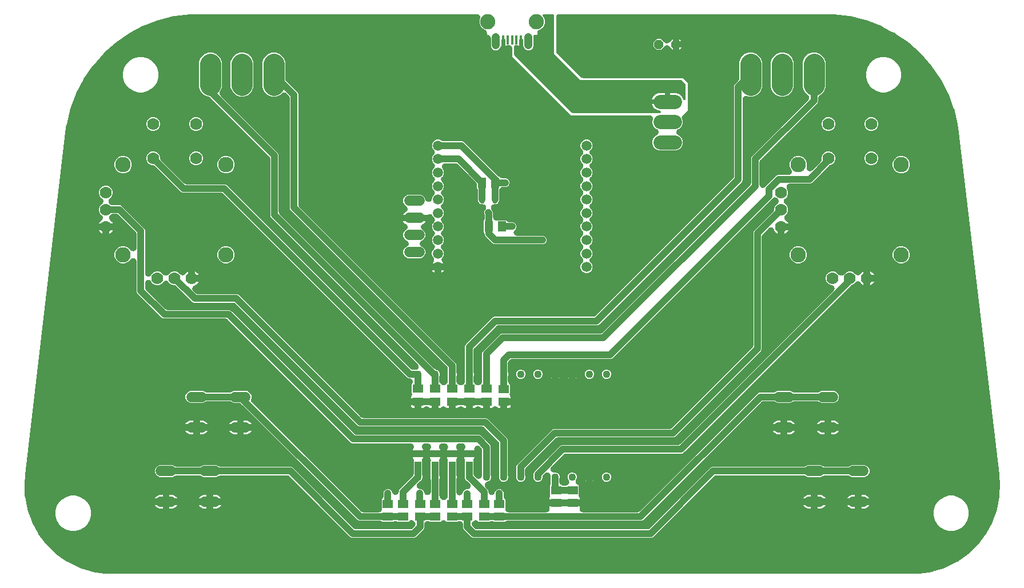
<source format=gbr>
G04 EAGLE Gerber RS-274X export*
G75*
%MOMM*%
%FSLAX34Y34*%
%LPD*%
%INTop Copper*%
%IPPOS*%
%AMOC8*
5,1,8,0,0,1.08239X$1,22.5*%
G01*
%ADD10C,2.286000*%
%ADD11C,1.778000*%
%ADD12C,1.108000*%
%ADD13C,1.508000*%
%ADD14C,1.524000*%
%ADD15C,3.116000*%
%ADD16C,0.322400*%
%ADD17R,1.300000X1.500000*%
%ADD18R,1.500000X1.300000*%
%ADD19R,1.000000X1.100000*%
%ADD20C,2.100000*%
%ADD21C,2.250000*%
%ADD22R,0.400000X1.350000*%
%ADD23C,1.208000*%
%ADD24P,1.429621X8X22.500000*%
%ADD25C,1.000000*%
%ADD26C,0.756400*%
%ADD27C,0.600000*%

G36*
X592985Y-424834D02*
X592985Y-424834D01*
X593094Y-424836D01*
X602640Y-424469D01*
X602664Y-424467D01*
X602690Y-424467D01*
X603212Y-424414D01*
X622079Y-421496D01*
X622197Y-421470D01*
X622317Y-421453D01*
X622560Y-421390D01*
X622696Y-421360D01*
X622752Y-421340D01*
X622825Y-421321D01*
X641024Y-415554D01*
X641137Y-415510D01*
X641253Y-415475D01*
X641483Y-415376D01*
X641614Y-415325D01*
X641666Y-415297D01*
X641735Y-415267D01*
X658839Y-406786D01*
X658944Y-406725D01*
X659053Y-406673D01*
X659266Y-406539D01*
X659386Y-406470D01*
X659433Y-406434D01*
X659497Y-406394D01*
X675104Y-395398D01*
X675198Y-395322D01*
X675298Y-395254D01*
X675488Y-395089D01*
X675597Y-395002D01*
X675638Y-394959D01*
X675695Y-394910D01*
X689437Y-381658D01*
X689519Y-381568D01*
X689607Y-381486D01*
X689770Y-381294D01*
X689864Y-381191D01*
X689898Y-381143D01*
X689947Y-381085D01*
X701502Y-365888D01*
X701569Y-365787D01*
X701644Y-365692D01*
X701775Y-365478D01*
X701852Y-365362D01*
X701879Y-365309D01*
X701918Y-365244D01*
X711015Y-348460D01*
X711066Y-348350D01*
X711125Y-348244D01*
X711222Y-348013D01*
X711281Y-347886D01*
X711299Y-347830D01*
X711328Y-347760D01*
X717752Y-329782D01*
X717786Y-329666D01*
X717828Y-329553D01*
X717889Y-329309D01*
X717927Y-329175D01*
X717936Y-329116D01*
X717954Y-329043D01*
X721556Y-310294D01*
X721571Y-310174D01*
X721596Y-310056D01*
X721618Y-309806D01*
X721636Y-309667D01*
X721636Y-309608D01*
X721642Y-309533D01*
X722336Y-290454D01*
X722335Y-290429D01*
X722337Y-290404D01*
X722324Y-289879D01*
X721572Y-280356D01*
X721560Y-280274D01*
X721553Y-280165D01*
X721201Y-277171D01*
X661583Y229583D01*
X661571Y229649D01*
X661563Y229733D01*
X659842Y241321D01*
X659815Y241448D01*
X659755Y241767D01*
X654228Y264525D01*
X654216Y264563D01*
X654209Y264603D01*
X654050Y265103D01*
X645814Y287026D01*
X645797Y287063D01*
X645785Y287101D01*
X645567Y287579D01*
X634741Y308346D01*
X634720Y308381D01*
X634703Y308417D01*
X634429Y308865D01*
X621173Y328172D01*
X621149Y328204D01*
X621127Y328238D01*
X620801Y328649D01*
X605309Y346213D01*
X605281Y346241D01*
X605256Y346273D01*
X604882Y346642D01*
X587381Y362204D01*
X587350Y362229D01*
X587321Y362257D01*
X586906Y362578D01*
X567652Y375912D01*
X567618Y375933D01*
X567586Y375957D01*
X567135Y376226D01*
X560983Y379464D01*
X551486Y384463D01*
X551486Y384464D01*
X546411Y387135D01*
X546375Y387151D01*
X546340Y387172D01*
X545860Y387384D01*
X523970Y395709D01*
X523932Y395721D01*
X523895Y395737D01*
X523392Y395890D01*
X500657Y401508D01*
X500617Y401516D01*
X500579Y401527D01*
X500061Y401618D01*
X476813Y404448D01*
X476684Y404455D01*
X476361Y404482D01*
X464651Y404837D01*
X464585Y404835D01*
X464500Y404839D01*
X70000Y404839D01*
X69815Y404828D01*
X69630Y404826D01*
X69500Y404808D01*
X69369Y404799D01*
X69188Y404764D01*
X69004Y404739D01*
X68878Y404705D01*
X68748Y404680D01*
X68572Y404622D01*
X68394Y404574D01*
X68273Y404524D01*
X68148Y404483D01*
X67980Y404404D01*
X67810Y404334D01*
X67695Y404269D01*
X67577Y404213D01*
X67421Y404113D01*
X67260Y404022D01*
X67155Y403943D01*
X67044Y403872D01*
X66902Y403753D01*
X66754Y403642D01*
X66660Y403551D01*
X66559Y403467D01*
X66433Y403331D01*
X66300Y403202D01*
X66218Y403100D01*
X66129Y403003D01*
X66021Y402853D01*
X65906Y402709D01*
X65837Y402596D01*
X65761Y402490D01*
X65673Y402327D01*
X65576Y402169D01*
X65523Y402049D01*
X65460Y401934D01*
X65394Y401761D01*
X65318Y401592D01*
X65280Y401467D01*
X65232Y401344D01*
X65188Y401164D01*
X65134Y400987D01*
X65112Y400858D01*
X65081Y400730D01*
X65059Y400547D01*
X65028Y400364D01*
X65020Y400211D01*
X65008Y400103D01*
X65009Y399994D01*
X65001Y399840D01*
X65001Y350000D01*
X65008Y349881D01*
X65006Y349762D01*
X65014Y349691D01*
X65014Y349675D01*
X65023Y349613D01*
X65028Y349566D01*
X65041Y349369D01*
X65063Y349252D01*
X65076Y349133D01*
X65123Y348942D01*
X65160Y348748D01*
X65197Y348635D01*
X65225Y348519D01*
X65295Y348335D01*
X65357Y348148D01*
X65408Y348040D01*
X65450Y347928D01*
X65543Y347755D01*
X65627Y347577D01*
X65692Y347476D01*
X65748Y347371D01*
X65862Y347210D01*
X65968Y347044D01*
X66045Y346952D01*
X66114Y346855D01*
X66284Y346667D01*
X66373Y346559D01*
X66416Y346520D01*
X66465Y346465D01*
X101465Y311465D01*
X101544Y311395D01*
X101588Y311350D01*
X101595Y311345D01*
X101638Y311300D01*
X101792Y311177D01*
X101939Y311047D01*
X102038Y310980D01*
X102131Y310906D01*
X102300Y310803D01*
X102463Y310693D01*
X102569Y310639D01*
X102671Y310576D01*
X102851Y310496D01*
X103026Y310407D01*
X103139Y310367D01*
X103248Y310318D01*
X103436Y310261D01*
X103622Y310195D01*
X103738Y310169D01*
X103853Y310134D01*
X104047Y310101D01*
X104239Y310059D01*
X104358Y310048D01*
X104476Y310028D01*
X104729Y310015D01*
X104869Y310002D01*
X104927Y310005D01*
X105000Y310001D01*
X252929Y310001D01*
X260001Y302929D01*
X260001Y262071D01*
X252583Y254653D01*
X252482Y254538D01*
X252374Y254431D01*
X252274Y254302D01*
X252165Y254178D01*
X252079Y254052D01*
X251986Y253932D01*
X251902Y253791D01*
X251810Y253655D01*
X251741Y253519D01*
X251664Y253388D01*
X251599Y253238D01*
X251524Y253091D01*
X251473Y252948D01*
X251413Y252808D01*
X251367Y252650D01*
X251312Y252496D01*
X251280Y252348D01*
X251237Y252201D01*
X251212Y252039D01*
X251177Y251879D01*
X251163Y251727D01*
X251140Y251577D01*
X251135Y251413D01*
X251120Y251249D01*
X251126Y251097D01*
X251121Y250945D01*
X251137Y250782D01*
X251144Y250617D01*
X251168Y250467D01*
X251183Y250316D01*
X251220Y250156D01*
X251246Y249994D01*
X251290Y249848D01*
X251324Y249699D01*
X251390Y249512D01*
X251427Y249388D01*
X251461Y249310D01*
X251499Y249205D01*
X252271Y247341D01*
X252271Y242659D01*
X250479Y238332D01*
X247168Y235021D01*
X246196Y234619D01*
X245971Y234508D01*
X245743Y234404D01*
X245687Y234369D01*
X245628Y234340D01*
X245419Y234202D01*
X245206Y234070D01*
X245155Y234029D01*
X245100Y233993D01*
X244910Y233830D01*
X244716Y233671D01*
X244670Y233624D01*
X244621Y233581D01*
X244452Y233395D01*
X244280Y233214D01*
X244241Y233161D01*
X244197Y233112D01*
X244053Y232907D01*
X243905Y232705D01*
X243873Y232648D01*
X243835Y232594D01*
X243719Y232372D01*
X243597Y232153D01*
X243573Y232092D01*
X243542Y232034D01*
X243455Y231798D01*
X243361Y231566D01*
X243345Y231503D01*
X243322Y231441D01*
X243265Y231197D01*
X243202Y230955D01*
X243193Y230890D01*
X243178Y230826D01*
X243153Y230576D01*
X243120Y230328D01*
X243120Y230262D01*
X243114Y230197D01*
X243119Y229946D01*
X243119Y229696D01*
X243127Y229631D01*
X243129Y229565D01*
X243166Y229317D01*
X243197Y229069D01*
X243213Y229005D01*
X243223Y228940D01*
X243292Y228699D01*
X243354Y228456D01*
X243378Y228395D01*
X243396Y228332D01*
X243494Y228102D01*
X243587Y227869D01*
X243618Y227811D01*
X243644Y227751D01*
X243771Y227535D01*
X243892Y227315D01*
X243930Y227262D01*
X243964Y227205D01*
X244117Y227006D01*
X244264Y226804D01*
X244309Y226757D01*
X244350Y226705D01*
X244527Y226526D01*
X244698Y226345D01*
X244749Y226303D01*
X244795Y226257D01*
X244993Y226102D01*
X245187Y225944D01*
X245242Y225909D01*
X245294Y225868D01*
X245510Y225741D01*
X245722Y225607D01*
X245788Y225576D01*
X245838Y225546D01*
X245966Y225491D01*
X246196Y225381D01*
X247168Y224979D01*
X250479Y221668D01*
X252271Y217341D01*
X252271Y212659D01*
X250479Y208332D01*
X247168Y205021D01*
X242841Y203229D01*
X217159Y203229D01*
X212832Y205021D01*
X209521Y208332D01*
X207729Y212659D01*
X207729Y217341D01*
X209521Y221668D01*
X212832Y224979D01*
X213804Y225381D01*
X214029Y225492D01*
X214257Y225596D01*
X214313Y225631D01*
X214372Y225660D01*
X214581Y225797D01*
X214794Y225930D01*
X214845Y225971D01*
X214900Y226007D01*
X215090Y226171D01*
X215284Y226328D01*
X215329Y226376D01*
X215379Y226419D01*
X215548Y226605D01*
X215720Y226786D01*
X215759Y226839D01*
X215803Y226888D01*
X215947Y227093D01*
X216095Y227295D01*
X216127Y227352D01*
X216165Y227406D01*
X216281Y227628D01*
X216403Y227847D01*
X216427Y227908D01*
X216458Y227966D01*
X216545Y228201D01*
X216639Y228434D01*
X216655Y228497D01*
X216678Y228559D01*
X216735Y228803D01*
X216798Y229045D01*
X216807Y229110D01*
X216822Y229174D01*
X216847Y229424D01*
X216880Y229672D01*
X216880Y229737D01*
X216886Y229803D01*
X216881Y230054D01*
X216881Y230304D01*
X216873Y230369D01*
X216871Y230435D01*
X216834Y230683D01*
X216803Y230931D01*
X216787Y230995D01*
X216777Y231060D01*
X216708Y231301D01*
X216646Y231544D01*
X216622Y231605D01*
X216604Y231668D01*
X216506Y231898D01*
X216413Y232131D01*
X216382Y232189D01*
X216356Y232249D01*
X216230Y232465D01*
X216108Y232685D01*
X216069Y232738D01*
X216036Y232795D01*
X215884Y232993D01*
X215736Y233196D01*
X215691Y233243D01*
X215651Y233295D01*
X215474Y233473D01*
X215302Y233655D01*
X215251Y233697D01*
X215205Y233743D01*
X215007Y233897D01*
X214813Y234056D01*
X214758Y234091D01*
X214706Y234132D01*
X214490Y234259D01*
X214278Y234393D01*
X214212Y234424D01*
X214162Y234454D01*
X214034Y234509D01*
X213804Y234619D01*
X212832Y235021D01*
X209521Y238332D01*
X207729Y242659D01*
X207729Y247341D01*
X208038Y248087D01*
X208108Y248293D01*
X208187Y248496D01*
X208211Y248592D01*
X208243Y248685D01*
X208286Y248898D01*
X208339Y249110D01*
X208350Y249207D01*
X208370Y249304D01*
X208387Y249522D01*
X208412Y249737D01*
X208411Y249836D01*
X208418Y249934D01*
X208407Y250152D01*
X208405Y250370D01*
X208391Y250467D01*
X208387Y250566D01*
X208348Y250780D01*
X208318Y250996D01*
X208293Y251091D01*
X208275Y251188D01*
X208210Y251396D01*
X208154Y251606D01*
X208116Y251697D01*
X208087Y251791D01*
X207996Y251989D01*
X207913Y252190D01*
X207864Y252276D01*
X207823Y252366D01*
X207708Y252551D01*
X207601Y252740D01*
X207542Y252819D01*
X207490Y252903D01*
X207352Y253072D01*
X207222Y253246D01*
X207153Y253317D01*
X207091Y253393D01*
X206933Y253543D01*
X206782Y253700D01*
X206705Y253761D01*
X206633Y253829D01*
X206458Y253958D01*
X206288Y254094D01*
X206204Y254146D01*
X206124Y254204D01*
X205934Y254310D01*
X205748Y254424D01*
X205658Y254464D01*
X205572Y254512D01*
X205370Y254593D01*
X205172Y254682D01*
X205077Y254711D01*
X204986Y254748D01*
X204775Y254803D01*
X204567Y254866D01*
X204470Y254882D01*
X204374Y254907D01*
X204158Y254935D01*
X203944Y254972D01*
X203831Y254978D01*
X203747Y254988D01*
X203619Y254989D01*
X203419Y254999D01*
X87071Y254999D01*
X-1Y342071D01*
X-1Y353730D01*
X-12Y353915D01*
X-14Y354100D01*
X-32Y354230D01*
X-41Y354361D01*
X-76Y354542D01*
X-101Y354726D01*
X-135Y354852D01*
X-160Y354982D01*
X-218Y355158D01*
X-266Y355336D01*
X-316Y355457D01*
X-357Y355582D01*
X-436Y355749D01*
X-506Y355920D01*
X-571Y356035D01*
X-627Y356153D01*
X-727Y356309D01*
X-818Y356470D01*
X-897Y356575D01*
X-968Y356686D01*
X-1087Y356828D01*
X-1198Y356976D01*
X-1289Y357070D01*
X-1373Y357171D01*
X-1509Y357297D01*
X-1638Y357430D01*
X-1740Y357512D01*
X-1837Y357601D01*
X-1987Y357709D01*
X-2131Y357824D01*
X-2244Y357893D01*
X-2350Y357969D01*
X-2513Y358057D01*
X-2671Y358154D01*
X-2791Y358207D01*
X-2906Y358270D01*
X-3079Y358336D01*
X-3248Y358412D01*
X-3373Y358450D01*
X-3496Y358498D01*
X-3676Y358542D01*
X-3853Y358596D01*
X-3982Y358618D01*
X-4110Y358649D01*
X-4293Y358671D01*
X-4476Y358702D01*
X-4629Y358710D01*
X-4737Y358722D01*
X-4846Y358721D01*
X-5000Y358729D01*
X-6812Y358729D01*
X-7072Y358713D01*
X-7333Y358702D01*
X-7388Y358693D01*
X-7443Y358689D01*
X-7699Y358640D01*
X-7956Y358597D01*
X-8009Y358581D01*
X-8064Y358570D01*
X-8312Y358489D01*
X-8561Y358413D01*
X-8612Y358391D01*
X-8664Y358373D01*
X-8900Y358262D01*
X-9138Y358155D01*
X-9191Y358124D01*
X-9236Y358103D01*
X-9353Y358027D01*
X-9590Y357887D01*
X-9797Y357748D01*
X-10197Y357582D01*
X-10350Y357692D01*
X-10377Y357707D01*
X-10403Y357725D01*
X-10657Y357858D01*
X-10906Y357993D01*
X-10935Y358004D01*
X-10963Y358018D01*
X-11229Y358117D01*
X-11496Y358221D01*
X-11526Y358228D01*
X-11555Y358239D01*
X-11832Y358304D01*
X-12109Y358372D01*
X-12140Y358376D01*
X-12170Y358383D01*
X-12454Y358412D01*
X-12737Y358445D01*
X-12768Y358445D01*
X-12799Y358448D01*
X-13085Y358441D01*
X-13369Y358438D01*
X-13400Y358434D01*
X-13431Y358433D01*
X-13714Y358391D01*
X-13996Y358352D01*
X-14025Y358344D01*
X-14056Y358339D01*
X-14331Y358261D01*
X-14606Y358187D01*
X-14634Y358175D01*
X-14664Y358167D01*
X-14927Y358055D01*
X-15190Y357947D01*
X-15217Y357931D01*
X-15246Y357919D01*
X-15492Y357775D01*
X-15740Y357634D01*
X-15765Y357616D01*
X-15791Y357600D01*
X-16018Y357426D01*
X-16246Y357255D01*
X-16268Y357234D01*
X-16292Y357215D01*
X-16495Y357014D01*
X-16699Y356815D01*
X-16719Y356791D01*
X-16741Y356769D01*
X-16915Y356545D01*
X-17094Y356322D01*
X-17110Y356295D01*
X-17129Y356271D01*
X-17274Y356027D01*
X-17423Y355782D01*
X-17436Y355753D01*
X-17452Y355727D01*
X-17666Y355247D01*
X-17673Y355225D01*
X-17682Y355205D01*
X-17682Y355204D01*
X-17767Y354924D01*
X-17779Y354885D01*
X-17804Y354847D01*
X-17889Y354667D01*
X-17951Y354554D01*
X-17981Y354475D01*
X-18030Y354373D01*
X-18052Y354319D01*
X-20109Y352262D01*
X-22796Y351149D01*
X-25704Y351149D01*
X-28391Y352262D01*
X-30448Y354319D01*
X-31561Y357006D01*
X-31561Y369000D01*
X-31572Y369185D01*
X-31574Y369370D01*
X-31592Y369500D01*
X-31601Y369631D01*
X-31636Y369812D01*
X-31661Y369996D01*
X-31695Y370122D01*
X-31720Y370252D01*
X-31778Y370428D01*
X-31826Y370606D01*
X-31876Y370727D01*
X-31917Y370852D01*
X-31996Y371020D01*
X-32066Y371190D01*
X-32131Y371305D01*
X-32187Y371423D01*
X-32287Y371579D01*
X-32378Y371740D01*
X-32457Y371845D01*
X-32528Y371956D01*
X-32647Y372098D01*
X-32758Y372246D01*
X-32849Y372340D01*
X-32933Y372441D01*
X-33069Y372567D01*
X-33198Y372700D01*
X-33300Y372782D01*
X-33397Y372871D01*
X-33547Y372979D01*
X-33691Y373094D01*
X-33804Y373163D01*
X-33910Y373239D01*
X-34073Y373327D01*
X-34231Y373424D01*
X-34351Y373477D01*
X-34466Y373540D01*
X-34639Y373606D01*
X-34808Y373682D01*
X-34933Y373720D01*
X-35056Y373768D01*
X-35236Y373812D01*
X-35413Y373866D01*
X-35542Y373888D01*
X-35670Y373919D01*
X-35853Y373941D01*
X-36036Y373972D01*
X-36189Y373980D01*
X-36297Y373992D01*
X-36406Y373991D01*
X-36560Y373999D01*
X-37500Y373999D01*
X-37501Y374000D01*
X-37501Y377229D01*
X-37510Y377381D01*
X-37510Y377533D01*
X-37530Y377696D01*
X-37541Y377860D01*
X-37569Y378009D01*
X-37588Y378160D01*
X-37629Y378319D01*
X-37660Y378480D01*
X-37707Y378625D01*
X-37745Y378772D01*
X-37805Y378925D01*
X-37857Y379081D01*
X-37922Y379219D01*
X-37978Y379360D01*
X-38057Y379504D01*
X-38127Y379652D01*
X-38210Y379781D01*
X-38283Y379914D01*
X-38380Y380046D01*
X-38468Y380185D01*
X-38566Y380302D01*
X-38655Y380424D01*
X-38768Y380544D01*
X-38873Y380670D01*
X-38985Y380773D01*
X-39089Y380884D01*
X-39216Y380988D01*
X-39337Y381100D01*
X-39460Y381189D01*
X-39578Y381285D01*
X-39717Y381373D01*
X-39850Y381468D01*
X-39984Y381540D01*
X-40113Y381621D01*
X-40293Y381707D01*
X-40406Y381769D01*
X-40485Y381799D01*
X-40587Y381848D01*
X-43092Y382885D01*
X-46615Y386408D01*
X-48521Y391009D01*
X-48521Y395991D01*
X-47719Y397927D01*
X-47648Y398132D01*
X-47570Y398336D01*
X-47546Y398432D01*
X-47514Y398525D01*
X-47470Y398738D01*
X-47418Y398950D01*
X-47407Y399048D01*
X-47387Y399144D01*
X-47370Y399361D01*
X-47345Y399577D01*
X-47346Y399676D01*
X-47339Y399774D01*
X-47349Y399992D01*
X-47352Y400210D01*
X-47365Y400307D01*
X-47370Y400406D01*
X-47408Y400620D01*
X-47438Y400836D01*
X-47464Y400931D01*
X-47481Y401028D01*
X-47546Y401236D01*
X-47603Y401446D01*
X-47641Y401537D01*
X-47670Y401631D01*
X-47761Y401829D01*
X-47844Y402030D01*
X-47892Y402116D01*
X-47933Y402206D01*
X-48048Y402391D01*
X-48156Y402580D01*
X-48215Y402659D01*
X-48267Y402743D01*
X-48404Y402911D01*
X-48535Y403086D01*
X-48604Y403156D01*
X-48666Y403233D01*
X-48823Y403383D01*
X-48975Y403540D01*
X-49052Y403601D01*
X-49123Y403669D01*
X-49298Y403798D01*
X-49469Y403934D01*
X-49553Y403986D01*
X-49632Y404044D01*
X-49822Y404150D01*
X-50008Y404264D01*
X-50098Y404304D01*
X-50184Y404352D01*
X-50386Y404433D01*
X-50585Y404522D01*
X-50679Y404551D01*
X-50771Y404587D01*
X-50981Y404642D01*
X-51190Y404706D01*
X-51287Y404722D01*
X-51382Y404747D01*
X-51598Y404775D01*
X-51813Y404812D01*
X-51925Y404818D01*
X-52009Y404828D01*
X-52138Y404829D01*
X-52337Y404839D01*
X-464500Y404839D01*
X-464566Y404835D01*
X-464652Y404837D01*
X-476361Y404482D01*
X-476490Y404470D01*
X-476814Y404448D01*
X-500062Y401618D01*
X-500102Y401610D01*
X-500141Y401607D01*
X-500657Y401508D01*
X-523392Y395890D01*
X-523431Y395878D01*
X-523470Y395870D01*
X-523970Y395709D01*
X-545860Y387384D01*
X-545897Y387367D01*
X-545935Y387355D01*
X-546412Y387135D01*
X-567135Y376226D01*
X-567169Y376205D01*
X-567206Y376188D01*
X-567424Y376053D01*
X-567546Y375984D01*
X-567592Y375950D01*
X-567653Y375912D01*
X-586906Y362578D01*
X-586938Y362553D01*
X-586971Y362532D01*
X-587193Y362355D01*
X-587305Y362271D01*
X-587338Y362239D01*
X-587382Y362204D01*
X-604882Y346642D01*
X-604911Y346613D01*
X-604942Y346588D01*
X-605309Y346213D01*
X-620801Y328650D01*
X-620826Y328618D01*
X-620854Y328589D01*
X-621173Y328172D01*
X-634429Y308865D01*
X-634450Y308831D01*
X-634474Y308799D01*
X-634741Y308347D01*
X-645567Y287580D01*
X-645583Y287543D01*
X-645603Y287508D01*
X-645813Y287027D01*
X-654050Y265104D01*
X-654062Y265065D01*
X-654078Y265028D01*
X-654228Y264525D01*
X-659755Y241767D01*
X-659778Y241640D01*
X-659842Y241322D01*
X-661563Y229734D01*
X-661568Y229668D01*
X-661583Y229584D01*
X-721201Y-277171D01*
X-721553Y-280165D01*
X-721558Y-280248D01*
X-721572Y-280356D01*
X-722324Y-289879D01*
X-722324Y-289904D01*
X-722327Y-289929D01*
X-722336Y-290454D01*
X-721642Y-309533D01*
X-721630Y-309653D01*
X-721628Y-309774D01*
X-721593Y-310023D01*
X-721579Y-310162D01*
X-721566Y-310219D01*
X-721556Y-310294D01*
X-717954Y-329043D01*
X-717924Y-329160D01*
X-717903Y-329279D01*
X-717831Y-329520D01*
X-717796Y-329655D01*
X-717774Y-329710D01*
X-717752Y-329782D01*
X-711328Y-347760D01*
X-711280Y-347871D01*
X-711241Y-347986D01*
X-711133Y-348212D01*
X-711078Y-348340D01*
X-711048Y-348391D01*
X-711015Y-348460D01*
X-701918Y-365244D01*
X-701854Y-365347D01*
X-701798Y-365454D01*
X-701656Y-365662D01*
X-701582Y-365780D01*
X-701545Y-365825D01*
X-701502Y-365888D01*
X-689947Y-381085D01*
X-689867Y-381177D01*
X-689796Y-381274D01*
X-689624Y-381457D01*
X-689533Y-381563D01*
X-689489Y-381602D01*
X-689437Y-381658D01*
X-675695Y-394910D01*
X-675603Y-394988D01*
X-675517Y-395073D01*
X-675320Y-395228D01*
X-675213Y-395319D01*
X-675163Y-395351D01*
X-675104Y-395398D01*
X-659497Y-406394D01*
X-659394Y-406457D01*
X-659296Y-406528D01*
X-659078Y-406651D01*
X-658959Y-406724D01*
X-658905Y-406749D01*
X-658839Y-406786D01*
X-641735Y-415267D01*
X-641624Y-415314D01*
X-641516Y-415369D01*
X-641281Y-415457D01*
X-641152Y-415511D01*
X-641095Y-415527D01*
X-641024Y-415554D01*
X-622825Y-421321D01*
X-622708Y-421350D01*
X-622593Y-421389D01*
X-622348Y-421440D01*
X-622212Y-421474D01*
X-622153Y-421481D01*
X-622079Y-421496D01*
X-603212Y-424414D01*
X-603187Y-424416D01*
X-603163Y-424422D01*
X-602640Y-424469D01*
X-593094Y-424836D01*
X-593012Y-424834D01*
X-592902Y-424839D01*
X592902Y-424839D01*
X592985Y-424834D01*
G37*
%LPC*%
G36*
X11345Y-288011D02*
X11345Y-288011D01*
X8842Y-286974D01*
X6926Y-285058D01*
X5889Y-282555D01*
X5889Y-279845D01*
X6049Y-279460D01*
X6077Y-279378D01*
X6112Y-279299D01*
X6179Y-279080D01*
X6253Y-278862D01*
X6271Y-278777D01*
X6296Y-278695D01*
X6334Y-278468D01*
X6381Y-278243D01*
X6387Y-278157D01*
X6402Y-278071D01*
X6419Y-277739D01*
X6429Y-277613D01*
X6427Y-277583D01*
X6429Y-277547D01*
X6429Y-264953D01*
X7384Y-262648D01*
X59148Y-210884D01*
X61453Y-209929D01*
X233032Y-209929D01*
X233151Y-209922D01*
X233270Y-209924D01*
X233466Y-209902D01*
X233663Y-209889D01*
X233780Y-209867D01*
X233898Y-209854D01*
X234090Y-209807D01*
X234283Y-209770D01*
X234397Y-209733D01*
X234513Y-209705D01*
X234697Y-209635D01*
X234884Y-209573D01*
X234992Y-209522D01*
X235103Y-209480D01*
X235277Y-209387D01*
X235455Y-209303D01*
X235556Y-209238D01*
X235661Y-209182D01*
X235821Y-209068D01*
X235988Y-208962D01*
X236079Y-208885D01*
X236177Y-208816D01*
X236365Y-208646D01*
X236473Y-208557D01*
X236512Y-208514D01*
X236530Y-208499D01*
X236537Y-208492D01*
X236567Y-208465D01*
X355665Y-89367D01*
X355744Y-89277D01*
X355830Y-89194D01*
X355953Y-89040D01*
X356083Y-88892D01*
X356150Y-88794D01*
X356224Y-88700D01*
X356327Y-88532D01*
X356437Y-88369D01*
X356491Y-88263D01*
X356554Y-88161D01*
X356634Y-87981D01*
X356723Y-87805D01*
X356763Y-87693D01*
X356812Y-87584D01*
X356869Y-87396D01*
X356936Y-87210D01*
X356961Y-87094D01*
X356996Y-86979D01*
X357029Y-86785D01*
X357071Y-86593D01*
X357082Y-86474D01*
X357102Y-86356D01*
X357115Y-86102D01*
X357128Y-85963D01*
X357125Y-85905D01*
X357129Y-85832D01*
X357129Y81247D01*
X358084Y83552D01*
X386775Y112243D01*
X386854Y112333D01*
X386940Y112416D01*
X387063Y112570D01*
X387193Y112718D01*
X387260Y112816D01*
X387334Y112910D01*
X387437Y113078D01*
X387547Y113241D01*
X387601Y113347D01*
X387664Y113449D01*
X387744Y113629D01*
X387833Y113805D01*
X387873Y113917D01*
X387922Y114026D01*
X387979Y114214D01*
X388046Y114400D01*
X388071Y114516D01*
X388106Y114631D01*
X388139Y114825D01*
X388181Y115017D01*
X388192Y115136D01*
X388212Y115254D01*
X388225Y115508D01*
X388238Y115647D01*
X388235Y115705D01*
X388239Y115778D01*
X388239Y117021D01*
X389786Y120756D01*
X393196Y124165D01*
X393318Y124304D01*
X393447Y124436D01*
X393526Y124541D01*
X393613Y124639D01*
X393717Y124792D01*
X393829Y124940D01*
X393894Y125054D01*
X393968Y125163D01*
X394052Y125328D01*
X394144Y125488D01*
X394194Y125609D01*
X394254Y125726D01*
X394316Y125901D01*
X394387Y126071D01*
X394422Y126198D01*
X394466Y126322D01*
X394506Y126502D01*
X394555Y126681D01*
X394573Y126811D01*
X394602Y126939D01*
X394618Y127123D01*
X394644Y127306D01*
X394646Y127438D01*
X394658Y127569D01*
X394651Y127754D01*
X394654Y127938D01*
X394640Y128069D01*
X394635Y128200D01*
X394605Y128383D01*
X394584Y128566D01*
X394553Y128694D01*
X394532Y128824D01*
X394479Y129001D01*
X394435Y129181D01*
X394389Y129303D01*
X394351Y129430D01*
X394276Y129599D01*
X394210Y129772D01*
X394149Y129887D01*
X394095Y130008D01*
X394000Y130166D01*
X393913Y130329D01*
X393837Y130436D01*
X393769Y130549D01*
X393654Y130694D01*
X393547Y130845D01*
X393444Y130959D01*
X393376Y131044D01*
X393299Y131121D01*
X393196Y131235D01*
X392684Y131746D01*
X392545Y131869D01*
X392413Y131998D01*
X392309Y132077D01*
X392210Y132164D01*
X392057Y132268D01*
X391909Y132379D01*
X391795Y132445D01*
X391687Y132519D01*
X391522Y132602D01*
X391361Y132694D01*
X391240Y132745D01*
X391123Y132804D01*
X390949Y132867D01*
X390778Y132938D01*
X390651Y132973D01*
X390528Y133017D01*
X390347Y133056D01*
X390169Y133105D01*
X390039Y133124D01*
X389910Y133152D01*
X389726Y133169D01*
X389543Y133195D01*
X389412Y133197D01*
X389281Y133209D01*
X389096Y133202D01*
X388911Y133205D01*
X388780Y133190D01*
X388649Y133185D01*
X388467Y133155D01*
X388283Y133135D01*
X388155Y133104D01*
X388025Y133082D01*
X387848Y133030D01*
X387668Y132986D01*
X387546Y132939D01*
X387420Y132902D01*
X387250Y132827D01*
X387078Y132761D01*
X386962Y132699D01*
X386842Y132646D01*
X386683Y132550D01*
X386520Y132463D01*
X386413Y132387D01*
X386301Y132319D01*
X386155Y132204D01*
X386005Y132097D01*
X385890Y131995D01*
X385805Y131927D01*
X385729Y131849D01*
X385614Y131746D01*
X148552Y-105316D01*
X146247Y-106271D01*
X-332Y-106271D01*
X-451Y-106278D01*
X-570Y-106276D01*
X-766Y-106298D01*
X-963Y-106311D01*
X-1080Y-106333D01*
X-1198Y-106346D01*
X-1390Y-106393D01*
X-1583Y-106430D01*
X-1697Y-106467D01*
X-1813Y-106495D01*
X-1997Y-106565D01*
X-2184Y-106627D01*
X-2292Y-106678D01*
X-2403Y-106720D01*
X-2577Y-106813D01*
X-2755Y-106897D01*
X-2856Y-106962D01*
X-2961Y-107018D01*
X-3121Y-107132D01*
X-3288Y-107238D01*
X-3379Y-107315D01*
X-3476Y-107384D01*
X-3665Y-107554D01*
X-3773Y-107643D01*
X-3812Y-107686D01*
X-3867Y-107735D01*
X-4850Y-108718D01*
X-4929Y-108808D01*
X-5015Y-108891D01*
X-5138Y-109045D01*
X-5268Y-109193D01*
X-5335Y-109291D01*
X-5410Y-109385D01*
X-5512Y-109553D01*
X-5623Y-109716D01*
X-5677Y-109822D01*
X-5739Y-109924D01*
X-5819Y-110104D01*
X-5908Y-110280D01*
X-5949Y-110392D01*
X-5997Y-110501D01*
X-6055Y-110689D01*
X-6121Y-110875D01*
X-6146Y-110992D01*
X-6181Y-111106D01*
X-6214Y-111300D01*
X-6256Y-111493D01*
X-6267Y-111611D01*
X-6287Y-111729D01*
X-6300Y-111983D01*
X-6313Y-112122D01*
X-6311Y-112180D01*
X-6315Y-112253D01*
X-6315Y-125424D01*
X-6309Y-125511D01*
X-6312Y-125597D01*
X-6289Y-125826D01*
X-6275Y-126055D01*
X-6258Y-126140D01*
X-6250Y-126226D01*
X-6199Y-126450D01*
X-6155Y-126676D01*
X-6128Y-126758D01*
X-6109Y-126842D01*
X-5998Y-127156D01*
X-5959Y-127276D01*
X-5946Y-127303D01*
X-5934Y-127337D01*
X-5889Y-127445D01*
X-5889Y-130155D01*
X-5934Y-130263D01*
X-5962Y-130345D01*
X-5997Y-130424D01*
X-6064Y-130643D01*
X-6138Y-130861D01*
X-6156Y-130946D01*
X-6181Y-131028D01*
X-6220Y-131255D01*
X-6266Y-131480D01*
X-6272Y-131566D01*
X-6287Y-131652D01*
X-6304Y-131985D01*
X-6314Y-132110D01*
X-6313Y-132140D01*
X-6315Y-132176D01*
X-6315Y-138745D01*
X-6307Y-138864D01*
X-6309Y-138984D01*
X-6287Y-139180D01*
X-6275Y-139376D01*
X-6252Y-139493D01*
X-6239Y-139612D01*
X-6193Y-139803D01*
X-6155Y-139997D01*
X-6118Y-140110D01*
X-6090Y-140226D01*
X-6020Y-140410D01*
X-5959Y-140598D01*
X-5908Y-140705D01*
X-5865Y-140817D01*
X-5772Y-140990D01*
X-5688Y-141169D01*
X-5623Y-141269D01*
X-5567Y-141374D01*
X-5454Y-141535D01*
X-5347Y-141701D01*
X-5271Y-141793D01*
X-5202Y-141890D01*
X-5032Y-142079D01*
X-4942Y-142186D01*
X-4900Y-142226D01*
X-4850Y-142280D01*
X-3791Y-143340D01*
X-3597Y-143807D01*
X-3597Y-157494D01*
X-3625Y-157630D01*
X-3687Y-157915D01*
X-3689Y-157937D01*
X-3693Y-157960D01*
X-3716Y-158253D01*
X-3741Y-158545D01*
X-3740Y-158567D01*
X-3741Y-158590D01*
X-3727Y-158883D01*
X-3715Y-159177D01*
X-3711Y-159199D01*
X-3710Y-159221D01*
X-3658Y-159510D01*
X-3609Y-159800D01*
X-3603Y-159821D01*
X-3599Y-159843D01*
X-3511Y-160125D01*
X-3426Y-160405D01*
X-3417Y-160425D01*
X-3410Y-160447D01*
X-3287Y-160715D01*
X-3168Y-160982D01*
X-3155Y-161003D01*
X-3147Y-161021D01*
X-3089Y-161115D01*
X-2899Y-161433D01*
X-2617Y-161856D01*
X-2425Y-162318D01*
X-2327Y-162809D01*
X-2327Y-164560D01*
X-12368Y-164560D01*
X-12553Y-164572D01*
X-12737Y-164574D01*
X-12868Y-164592D01*
X-12999Y-164600D01*
X-13180Y-164635D01*
X-13364Y-164660D01*
X-13490Y-164694D01*
X-13619Y-164719D01*
X-13796Y-164777D01*
X-13974Y-164825D01*
X-14095Y-164875D01*
X-14220Y-164916D01*
X-14387Y-164995D01*
X-14558Y-165066D01*
X-14672Y-165130D01*
X-14791Y-165187D01*
X-14947Y-165287D01*
X-15108Y-165378D01*
X-15213Y-165457D01*
X-15324Y-165527D01*
X-15466Y-165646D01*
X-15614Y-165757D01*
X-15708Y-165848D01*
X-15809Y-165933D01*
X-15935Y-166068D01*
X-16067Y-166197D01*
X-16068Y-166197D01*
X-16150Y-166300D01*
X-16239Y-166396D01*
X-16347Y-166546D01*
X-16463Y-166691D01*
X-16531Y-166804D01*
X-16608Y-166910D01*
X-16695Y-167073D01*
X-16792Y-167231D01*
X-16846Y-167351D01*
X-16908Y-167466D01*
X-16975Y-167639D01*
X-17050Y-167808D01*
X-17089Y-167933D01*
X-17136Y-168056D01*
X-17180Y-168235D01*
X-17234Y-168412D01*
X-17256Y-168542D01*
X-17288Y-168669D01*
X-17309Y-168853D01*
X-17340Y-169036D01*
X-17348Y-169189D01*
X-17361Y-169297D01*
X-17359Y-169406D01*
X-17368Y-169560D01*
X-17368Y-178600D01*
X-20118Y-178600D01*
X-20609Y-178503D01*
X-21072Y-178311D01*
X-21488Y-178033D01*
X-21684Y-177836D01*
X-21823Y-177714D01*
X-21956Y-177585D01*
X-22060Y-177505D01*
X-22159Y-177419D01*
X-22312Y-177315D01*
X-22459Y-177203D01*
X-22573Y-177138D01*
X-22682Y-177064D01*
X-22847Y-176980D01*
X-23007Y-176888D01*
X-23129Y-176837D01*
X-23246Y-176778D01*
X-23420Y-176716D01*
X-23591Y-176645D01*
X-23718Y-176610D01*
X-23841Y-176566D01*
X-24022Y-176526D01*
X-24200Y-176477D01*
X-24330Y-176458D01*
X-24458Y-176430D01*
X-24643Y-176414D01*
X-24826Y-176388D01*
X-24957Y-176386D01*
X-25088Y-176374D01*
X-25273Y-176381D01*
X-25458Y-176378D01*
X-25589Y-176392D01*
X-25720Y-176397D01*
X-25902Y-176427D01*
X-26086Y-176448D01*
X-26214Y-176479D01*
X-26343Y-176500D01*
X-26521Y-176553D01*
X-26701Y-176597D01*
X-26823Y-176643D01*
X-26949Y-176681D01*
X-27118Y-176756D01*
X-27291Y-176822D01*
X-27407Y-176883D01*
X-27527Y-176937D01*
X-27685Y-177032D01*
X-27849Y-177119D01*
X-27956Y-177195D01*
X-28068Y-177263D01*
X-28213Y-177378D01*
X-28364Y-177485D01*
X-28478Y-177588D01*
X-28564Y-177655D01*
X-28640Y-177733D01*
X-28755Y-177836D01*
X-28892Y-177974D01*
X-29308Y-178252D01*
X-29770Y-178443D01*
X-30261Y-178541D01*
X-33012Y-178541D01*
X-33012Y-169500D01*
X-33024Y-169316D01*
X-33026Y-169131D01*
X-33043Y-169001D01*
X-33052Y-168870D01*
X-33087Y-168688D01*
X-33112Y-168505D01*
X-33146Y-168378D01*
X-33171Y-168249D01*
X-33229Y-168073D01*
X-33277Y-167894D01*
X-33327Y-167773D01*
X-33368Y-167648D01*
X-33447Y-167481D01*
X-33517Y-167310D01*
X-33582Y-167196D01*
X-33638Y-167077D01*
X-33738Y-166921D01*
X-33830Y-166760D01*
X-33908Y-166655D01*
X-33979Y-166545D01*
X-34098Y-166402D01*
X-34209Y-166255D01*
X-34300Y-166160D01*
X-34384Y-166059D01*
X-34385Y-166059D01*
X-34520Y-165933D01*
X-34649Y-165801D01*
X-34649Y-165800D01*
X-34752Y-165718D01*
X-34848Y-165629D01*
X-34998Y-165521D01*
X-35143Y-165406D01*
X-35255Y-165337D01*
X-35362Y-165261D01*
X-35524Y-165173D01*
X-35682Y-165076D01*
X-35803Y-165022D01*
X-35918Y-164960D01*
X-36090Y-164893D01*
X-36259Y-164818D01*
X-36385Y-164780D01*
X-36508Y-164732D01*
X-36687Y-164688D01*
X-36864Y-164634D01*
X-36994Y-164612D01*
X-37121Y-164581D01*
X-37305Y-164559D01*
X-37487Y-164528D01*
X-37641Y-164520D01*
X-37749Y-164507D01*
X-37858Y-164509D01*
X-38012Y-164501D01*
X-63416Y-164501D01*
X-63417Y-164501D01*
X-89000Y-164501D01*
X-89184Y-164512D01*
X-89369Y-164514D01*
X-89499Y-164532D01*
X-89630Y-164541D01*
X-89812Y-164575D01*
X-89995Y-164601D01*
X-90122Y-164635D01*
X-90251Y-164660D01*
X-90427Y-164717D01*
X-90606Y-164766D01*
X-90727Y-164815D01*
X-90852Y-164856D01*
X-91019Y-164936D01*
X-91190Y-165006D01*
X-91304Y-165071D01*
X-91423Y-165127D01*
X-91579Y-165227D01*
X-91740Y-165318D01*
X-91845Y-165397D01*
X-91955Y-165468D01*
X-92098Y-165587D01*
X-92245Y-165698D01*
X-92340Y-165789D01*
X-92441Y-165873D01*
X-92496Y-165933D01*
X-92566Y-166009D01*
X-92699Y-166137D01*
X-92699Y-166138D01*
X-92700Y-166138D01*
X-92782Y-166241D01*
X-92871Y-166337D01*
X-92979Y-166487D01*
X-93094Y-166632D01*
X-93163Y-166744D01*
X-93239Y-166851D01*
X-93327Y-167013D01*
X-93424Y-167171D01*
X-93478Y-167291D01*
X-93540Y-167407D01*
X-93607Y-167579D01*
X-93682Y-167748D01*
X-93720Y-167874D01*
X-93768Y-167996D01*
X-93812Y-168176D01*
X-93866Y-168353D01*
X-93888Y-168483D01*
X-93919Y-168610D01*
X-93941Y-168793D01*
X-93972Y-168976D01*
X-93980Y-169130D01*
X-93992Y-169238D01*
X-93991Y-169347D01*
X-93999Y-169500D01*
X-93999Y-178541D01*
X-96750Y-178541D01*
X-97241Y-178443D01*
X-97704Y-178252D01*
X-98140Y-177960D01*
X-98223Y-177887D01*
X-98355Y-177757D01*
X-98460Y-177678D01*
X-98558Y-177591D01*
X-98711Y-177488D01*
X-98859Y-177376D01*
X-98973Y-177310D01*
X-99081Y-177237D01*
X-99247Y-177153D01*
X-99407Y-177061D01*
X-99528Y-177010D01*
X-99645Y-176951D01*
X-99820Y-176889D01*
X-99991Y-176818D01*
X-100117Y-176783D01*
X-100240Y-176739D01*
X-100421Y-176699D01*
X-100600Y-176650D01*
X-100730Y-176631D01*
X-100858Y-176603D01*
X-101042Y-176587D01*
X-101226Y-176560D01*
X-101357Y-176558D01*
X-101487Y-176547D01*
X-101673Y-176553D01*
X-101858Y-176551D01*
X-101988Y-176565D01*
X-102119Y-176570D01*
X-102302Y-176600D01*
X-102486Y-176621D01*
X-102613Y-176651D01*
X-102743Y-176673D01*
X-102920Y-176726D01*
X-103100Y-176769D01*
X-103223Y-176816D01*
X-103348Y-176854D01*
X-103518Y-176929D01*
X-103691Y-176994D01*
X-103807Y-177056D01*
X-103927Y-177109D01*
X-104085Y-177205D01*
X-104248Y-177292D01*
X-104355Y-177368D01*
X-104468Y-177436D01*
X-104613Y-177551D01*
X-104764Y-177658D01*
X-104878Y-177761D01*
X-104963Y-177828D01*
X-105025Y-177892D01*
X-105475Y-178192D01*
X-105937Y-178384D01*
X-106428Y-178481D01*
X-109179Y-178481D01*
X-109179Y-169441D01*
X-109191Y-169256D01*
X-109193Y-169071D01*
X-109211Y-168941D01*
X-109219Y-168810D01*
X-109254Y-168628D01*
X-109279Y-168445D01*
X-109313Y-168318D01*
X-109338Y-168189D01*
X-109396Y-168013D01*
X-109444Y-167835D01*
X-109494Y-167714D01*
X-109535Y-167589D01*
X-109614Y-167421D01*
X-109684Y-167250D01*
X-109749Y-167136D01*
X-109806Y-167017D01*
X-109905Y-166861D01*
X-109997Y-166701D01*
X-110076Y-166596D01*
X-110146Y-166485D01*
X-110265Y-166343D01*
X-110376Y-166195D01*
X-110467Y-166101D01*
X-110552Y-166000D01*
X-110552Y-165999D01*
X-110687Y-165874D01*
X-110816Y-165741D01*
X-110919Y-165659D01*
X-111015Y-165569D01*
X-111165Y-165462D01*
X-111310Y-165346D01*
X-111423Y-165277D01*
X-111529Y-165201D01*
X-111691Y-165113D01*
X-111850Y-165017D01*
X-111970Y-164963D01*
X-112085Y-164901D01*
X-112258Y-164834D01*
X-112427Y-164758D01*
X-112552Y-164720D01*
X-112675Y-164673D01*
X-112854Y-164628D01*
X-113031Y-164575D01*
X-113161Y-164553D01*
X-113288Y-164521D01*
X-113472Y-164500D01*
X-113654Y-164469D01*
X-113808Y-164461D01*
X-113916Y-164448D01*
X-114025Y-164449D01*
X-114179Y-164441D01*
X-139702Y-164441D01*
X-139703Y-164441D01*
X-149743Y-164441D01*
X-149743Y-162690D01*
X-149646Y-162199D01*
X-149454Y-161737D01*
X-149171Y-161314D01*
X-149024Y-161060D01*
X-148874Y-160807D01*
X-148865Y-160786D01*
X-148854Y-160767D01*
X-148741Y-160498D01*
X-148623Y-160227D01*
X-148617Y-160205D01*
X-148608Y-160185D01*
X-148530Y-159904D01*
X-148448Y-159620D01*
X-148444Y-159597D01*
X-148438Y-159576D01*
X-148396Y-159287D01*
X-148350Y-158995D01*
X-148349Y-158973D01*
X-148346Y-158951D01*
X-148340Y-158656D01*
X-148332Y-158363D01*
X-148334Y-158341D01*
X-148334Y-158319D01*
X-148365Y-158025D01*
X-148394Y-157734D01*
X-148399Y-157713D01*
X-148401Y-157690D01*
X-148469Y-157404D01*
X-148473Y-157385D01*
X-148473Y-143688D01*
X-148237Y-143116D01*
X-148106Y-142923D01*
X-147960Y-142720D01*
X-147929Y-142662D01*
X-147892Y-142608D01*
X-147778Y-142383D01*
X-147659Y-142164D01*
X-147636Y-142102D01*
X-147606Y-142044D01*
X-147522Y-141808D01*
X-147432Y-141574D01*
X-147416Y-141510D01*
X-147394Y-141448D01*
X-147340Y-141204D01*
X-147280Y-140960D01*
X-147272Y-140895D01*
X-147258Y-140831D01*
X-147236Y-140581D01*
X-147207Y-140333D01*
X-147208Y-140267D01*
X-147202Y-140202D01*
X-147211Y-139950D01*
X-147214Y-139700D01*
X-147223Y-139636D01*
X-147225Y-139570D01*
X-147266Y-139322D01*
X-147300Y-139074D01*
X-147317Y-139011D01*
X-147328Y-138946D01*
X-147400Y-138706D01*
X-147465Y-138464D01*
X-147490Y-138403D01*
X-147509Y-138341D01*
X-147610Y-138111D01*
X-147705Y-137880D01*
X-147738Y-137822D01*
X-147764Y-137762D01*
X-147894Y-137548D01*
X-148018Y-137330D01*
X-148057Y-137277D01*
X-148091Y-137221D01*
X-148246Y-137025D01*
X-148397Y-136824D01*
X-148443Y-136777D01*
X-148483Y-136726D01*
X-148662Y-136551D01*
X-148837Y-136370D01*
X-148888Y-136329D01*
X-148935Y-136284D01*
X-149134Y-136132D01*
X-149331Y-135976D01*
X-149387Y-135941D01*
X-149439Y-135902D01*
X-149656Y-135777D01*
X-149870Y-135646D01*
X-149930Y-135620D01*
X-149987Y-135587D01*
X-150218Y-135491D01*
X-150447Y-135388D01*
X-150510Y-135369D01*
X-150570Y-135344D01*
X-150812Y-135277D01*
X-151052Y-135204D01*
X-151116Y-135193D01*
X-151180Y-135176D01*
X-151428Y-135140D01*
X-151675Y-135098D01*
X-151748Y-135094D01*
X-151805Y-135086D01*
X-151945Y-135084D01*
X-152199Y-135071D01*
X-152447Y-135071D01*
X-154752Y-134116D01*
X-427333Y138465D01*
X-427423Y138544D01*
X-427506Y138630D01*
X-427660Y138753D01*
X-427808Y138883D01*
X-427906Y138950D01*
X-428000Y139024D01*
X-428168Y139127D01*
X-428331Y139237D01*
X-428437Y139291D01*
X-428539Y139354D01*
X-428719Y139434D01*
X-428895Y139523D01*
X-429007Y139563D01*
X-429116Y139612D01*
X-429304Y139669D01*
X-429490Y139736D01*
X-429606Y139761D01*
X-429721Y139796D01*
X-429915Y139829D01*
X-430107Y139871D01*
X-430226Y139882D01*
X-430344Y139902D01*
X-430598Y139915D01*
X-430737Y139928D01*
X-430795Y139925D01*
X-430868Y139929D01*
X-487997Y139929D01*
X-490302Y140884D01*
X-492769Y143351D01*
X-528993Y179575D01*
X-529083Y179654D01*
X-529166Y179740D01*
X-529320Y179863D01*
X-529467Y179993D01*
X-529566Y180060D01*
X-529660Y180134D01*
X-529828Y180237D01*
X-529991Y180347D01*
X-530097Y180401D01*
X-530199Y180464D01*
X-530379Y180544D01*
X-530555Y180633D01*
X-530667Y180673D01*
X-530776Y180722D01*
X-530964Y180779D01*
X-531150Y180846D01*
X-531266Y180871D01*
X-531381Y180906D01*
X-531575Y180939D01*
X-531767Y180981D01*
X-531886Y180992D01*
X-532004Y181012D01*
X-532258Y181025D01*
X-532397Y181038D01*
X-532455Y181035D01*
X-532528Y181039D01*
X-533771Y181039D01*
X-537506Y182586D01*
X-540364Y185444D01*
X-541911Y189179D01*
X-541911Y193221D01*
X-540364Y196956D01*
X-537506Y199814D01*
X-533771Y201361D01*
X-529729Y201361D01*
X-525994Y199814D01*
X-523136Y196956D01*
X-521589Y193221D01*
X-521589Y191978D01*
X-521582Y191859D01*
X-521584Y191740D01*
X-521562Y191544D01*
X-521549Y191347D01*
X-521527Y191230D01*
X-521514Y191112D01*
X-521467Y190920D01*
X-521430Y190727D01*
X-521393Y190613D01*
X-521365Y190497D01*
X-521295Y190313D01*
X-521233Y190126D01*
X-521182Y190018D01*
X-521140Y189906D01*
X-521047Y189733D01*
X-520963Y189555D01*
X-520898Y189454D01*
X-520842Y189349D01*
X-520728Y189189D01*
X-520622Y189022D01*
X-520545Y188931D01*
X-520476Y188833D01*
X-520306Y188645D01*
X-520217Y188537D01*
X-520174Y188498D01*
X-520125Y188443D01*
X-485617Y153935D01*
X-485527Y153856D01*
X-485444Y153770D01*
X-485290Y153647D01*
X-485143Y153517D01*
X-485044Y153450D01*
X-484950Y153376D01*
X-484782Y153273D01*
X-484619Y153163D01*
X-484513Y153109D01*
X-484411Y153046D01*
X-484231Y152966D01*
X-484055Y152877D01*
X-483943Y152837D01*
X-483834Y152788D01*
X-483646Y152731D01*
X-483460Y152664D01*
X-483344Y152639D01*
X-483229Y152604D01*
X-483035Y152571D01*
X-482843Y152529D01*
X-482724Y152518D01*
X-482606Y152498D01*
X-482352Y152485D01*
X-482213Y152472D01*
X-482155Y152475D01*
X-482082Y152471D01*
X-424953Y152471D01*
X-422648Y151516D01*
X-420181Y149049D01*
X-150067Y-121065D01*
X-149977Y-121144D01*
X-149894Y-121230D01*
X-149740Y-121353D01*
X-149592Y-121483D01*
X-149494Y-121550D01*
X-149400Y-121624D01*
X-149232Y-121727D01*
X-149069Y-121837D01*
X-148963Y-121891D01*
X-148861Y-121954D01*
X-148681Y-122034D01*
X-148505Y-122123D01*
X-148393Y-122163D01*
X-148284Y-122212D01*
X-148096Y-122269D01*
X-147910Y-122336D01*
X-147794Y-122361D01*
X-147679Y-122396D01*
X-147485Y-122429D01*
X-147293Y-122471D01*
X-147174Y-122482D01*
X-147056Y-122502D01*
X-146802Y-122515D01*
X-146663Y-122528D01*
X-146605Y-122525D01*
X-146532Y-122529D01*
X-143408Y-122529D01*
X-143159Y-122513D01*
X-142908Y-122504D01*
X-142843Y-122493D01*
X-142777Y-122489D01*
X-142532Y-122442D01*
X-142284Y-122401D01*
X-142221Y-122382D01*
X-142157Y-122370D01*
X-141918Y-122292D01*
X-141678Y-122220D01*
X-141619Y-122194D01*
X-141556Y-122173D01*
X-141329Y-122066D01*
X-141100Y-121965D01*
X-141044Y-121931D01*
X-140985Y-121903D01*
X-140773Y-121767D01*
X-140559Y-121638D01*
X-140508Y-121597D01*
X-140452Y-121562D01*
X-140260Y-121401D01*
X-140064Y-121246D01*
X-140018Y-121199D01*
X-139967Y-121157D01*
X-139797Y-120973D01*
X-139622Y-120794D01*
X-139582Y-120742D01*
X-139537Y-120693D01*
X-139391Y-120490D01*
X-139240Y-120290D01*
X-139207Y-120233D01*
X-139169Y-120180D01*
X-139050Y-119960D01*
X-138925Y-119742D01*
X-138900Y-119681D01*
X-138868Y-119624D01*
X-138778Y-119390D01*
X-138682Y-119159D01*
X-138664Y-119095D01*
X-138641Y-119034D01*
X-138581Y-118791D01*
X-138514Y-118549D01*
X-138505Y-118484D01*
X-138489Y-118420D01*
X-138460Y-118172D01*
X-138424Y-117924D01*
X-138423Y-117858D01*
X-138416Y-117793D01*
X-138419Y-117543D01*
X-138415Y-117292D01*
X-138422Y-117226D01*
X-138423Y-117160D01*
X-138457Y-116913D01*
X-138485Y-116663D01*
X-138500Y-116599D01*
X-138509Y-116534D01*
X-138574Y-116293D01*
X-138633Y-116049D01*
X-138657Y-115987D01*
X-138674Y-115924D01*
X-138769Y-115692D01*
X-138858Y-115458D01*
X-138889Y-115400D01*
X-138914Y-115340D01*
X-139038Y-115121D01*
X-139156Y-114901D01*
X-139194Y-114847D01*
X-139227Y-114790D01*
X-139377Y-114589D01*
X-139522Y-114385D01*
X-139571Y-114331D01*
X-139606Y-114284D01*
X-139703Y-114184D01*
X-139873Y-113995D01*
X-354849Y100981D01*
X-357316Y103448D01*
X-358271Y105753D01*
X-358271Y190332D01*
X-358278Y190451D01*
X-358276Y190570D01*
X-358298Y190766D01*
X-358311Y190963D01*
X-358333Y191080D01*
X-358346Y191198D01*
X-358393Y191390D01*
X-358430Y191583D01*
X-358467Y191697D01*
X-358495Y191813D01*
X-358565Y191997D01*
X-358627Y192184D01*
X-358678Y192292D01*
X-358720Y192403D01*
X-358813Y192577D01*
X-358897Y192755D01*
X-358962Y192856D01*
X-359018Y192961D01*
X-359132Y193121D01*
X-359238Y193288D01*
X-359315Y193379D01*
X-359384Y193477D01*
X-359554Y193665D01*
X-359643Y193773D01*
X-359686Y193812D01*
X-359735Y193867D01*
X-446973Y281105D01*
X-447063Y281184D01*
X-447146Y281270D01*
X-447300Y281393D01*
X-447448Y281523D01*
X-447546Y281590D01*
X-447640Y281664D01*
X-447808Y281767D01*
X-447971Y281877D01*
X-448077Y281931D01*
X-448179Y281994D01*
X-448359Y282074D01*
X-448535Y282163D01*
X-448647Y282203D01*
X-448756Y282252D01*
X-448944Y282309D01*
X-449130Y282376D01*
X-449246Y282401D01*
X-449361Y282436D01*
X-449555Y282469D01*
X-449747Y282511D01*
X-449866Y282522D01*
X-449984Y282542D01*
X-450238Y282555D01*
X-450340Y282564D01*
X-456545Y285135D01*
X-461285Y289875D01*
X-463851Y296068D01*
X-463851Y333932D01*
X-461285Y340125D01*
X-456545Y344865D01*
X-450352Y347431D01*
X-443648Y347431D01*
X-437455Y344865D01*
X-432715Y340125D01*
X-430149Y333932D01*
X-430149Y296068D01*
X-432986Y289219D01*
X-433036Y289075D01*
X-433094Y288935D01*
X-433138Y288776D01*
X-433191Y288621D01*
X-433221Y288472D01*
X-433262Y288325D01*
X-433285Y288162D01*
X-433318Y288002D01*
X-433330Y287850D01*
X-433351Y287699D01*
X-433354Y287535D01*
X-433366Y287371D01*
X-433359Y287220D01*
X-433361Y287067D01*
X-433343Y286904D01*
X-433335Y286740D01*
X-433308Y286590D01*
X-433291Y286439D01*
X-433252Y286279D01*
X-433224Y286118D01*
X-433178Y285973D01*
X-433142Y285825D01*
X-433084Y285672D01*
X-433035Y285515D01*
X-432972Y285376D01*
X-432917Y285234D01*
X-432840Y285089D01*
X-432772Y284940D01*
X-432691Y284811D01*
X-432620Y284677D01*
X-432525Y284543D01*
X-432438Y284403D01*
X-432342Y284285D01*
X-432254Y284161D01*
X-432121Y284013D01*
X-432039Y283913D01*
X-431978Y283854D01*
X-431903Y283771D01*
X-349151Y201019D01*
X-346684Y198552D01*
X-345729Y196247D01*
X-345729Y111668D01*
X-345722Y111549D01*
X-345724Y111430D01*
X-345702Y111234D01*
X-345689Y111037D01*
X-345667Y110920D01*
X-345654Y110801D01*
X-345607Y110610D01*
X-345570Y110416D01*
X-345533Y110303D01*
X-345505Y110187D01*
X-345435Y110003D01*
X-345373Y109816D01*
X-345322Y109708D01*
X-345280Y109596D01*
X-345187Y109423D01*
X-345103Y109245D01*
X-345038Y109144D01*
X-344982Y109039D01*
X-344868Y108878D01*
X-344762Y108712D01*
X-344685Y108620D01*
X-344616Y108523D01*
X-344446Y108335D01*
X-344357Y108227D01*
X-344314Y108188D01*
X-344265Y108133D01*
X-115607Y-120525D01*
X-115517Y-120604D01*
X-115434Y-120690D01*
X-115280Y-120813D01*
X-115133Y-120943D01*
X-115034Y-121010D01*
X-114940Y-121084D01*
X-114772Y-121187D01*
X-114609Y-121297D01*
X-114503Y-121351D01*
X-114401Y-121414D01*
X-114221Y-121494D01*
X-114045Y-121583D01*
X-113933Y-121623D01*
X-113824Y-121672D01*
X-113636Y-121729D01*
X-113450Y-121796D01*
X-113371Y-121813D01*
X-110442Y-123026D01*
X-108526Y-124942D01*
X-107489Y-127445D01*
X-107489Y-130155D01*
X-107649Y-130540D01*
X-107677Y-130622D01*
X-107712Y-130701D01*
X-107779Y-130920D01*
X-107853Y-131138D01*
X-107871Y-131223D01*
X-107896Y-131305D01*
X-107934Y-131532D01*
X-107981Y-131757D01*
X-107987Y-131843D01*
X-108002Y-131929D01*
X-108019Y-132261D01*
X-108029Y-132387D01*
X-108027Y-132417D01*
X-108029Y-132453D01*
X-108029Y-138722D01*
X-108022Y-138841D01*
X-108024Y-138960D01*
X-108002Y-139156D01*
X-107989Y-139353D01*
X-107967Y-139470D01*
X-107954Y-139588D01*
X-107907Y-139780D01*
X-107870Y-139973D01*
X-107833Y-140087D01*
X-107805Y-140203D01*
X-107735Y-140387D01*
X-107673Y-140574D01*
X-107622Y-140682D01*
X-107580Y-140793D01*
X-107487Y-140967D01*
X-107403Y-141145D01*
X-107338Y-141246D01*
X-107282Y-141351D01*
X-107168Y-141511D01*
X-107062Y-141678D01*
X-106985Y-141769D01*
X-106916Y-141867D01*
X-106746Y-142055D01*
X-106657Y-142163D01*
X-106614Y-142202D01*
X-106565Y-142257D01*
X-105095Y-143727D01*
X-104956Y-143850D01*
X-104824Y-143979D01*
X-104719Y-144058D01*
X-104620Y-144145D01*
X-104467Y-144249D01*
X-104320Y-144361D01*
X-104205Y-144426D01*
X-104097Y-144500D01*
X-103932Y-144583D01*
X-103772Y-144676D01*
X-103650Y-144726D01*
X-103533Y-144786D01*
X-103359Y-144848D01*
X-103188Y-144919D01*
X-103062Y-144954D01*
X-102938Y-144998D01*
X-102757Y-145038D01*
X-102579Y-145087D01*
X-102449Y-145105D01*
X-102320Y-145133D01*
X-102136Y-145150D01*
X-101953Y-145176D01*
X-101822Y-145178D01*
X-101691Y-145190D01*
X-101506Y-145183D01*
X-101321Y-145186D01*
X-101190Y-145171D01*
X-101059Y-145167D01*
X-100877Y-145136D01*
X-100693Y-145116D01*
X-100565Y-145085D01*
X-100436Y-145064D01*
X-100258Y-145011D01*
X-100078Y-144967D01*
X-99956Y-144920D01*
X-99830Y-144883D01*
X-99661Y-144808D01*
X-99488Y-144742D01*
X-99372Y-144680D01*
X-99252Y-144627D01*
X-99093Y-144532D01*
X-98930Y-144444D01*
X-98823Y-144368D01*
X-98711Y-144300D01*
X-98566Y-144186D01*
X-98415Y-144079D01*
X-98301Y-143976D01*
X-98215Y-143908D01*
X-98139Y-143830D01*
X-98024Y-143727D01*
X-96635Y-142338D01*
X-96556Y-142248D01*
X-96470Y-142165D01*
X-96347Y-142011D01*
X-96217Y-141864D01*
X-96150Y-141765D01*
X-96076Y-141672D01*
X-95973Y-141503D01*
X-95863Y-141340D01*
X-95809Y-141234D01*
X-95746Y-141132D01*
X-95666Y-140952D01*
X-95577Y-140777D01*
X-95537Y-140664D01*
X-95488Y-140555D01*
X-95431Y-140367D01*
X-95364Y-140181D01*
X-95339Y-140065D01*
X-95304Y-139950D01*
X-95271Y-139756D01*
X-95229Y-139564D01*
X-95218Y-139445D01*
X-95198Y-139327D01*
X-95185Y-139073D01*
X-95172Y-138934D01*
X-95175Y-138876D01*
X-95171Y-138803D01*
X-95171Y-132453D01*
X-95176Y-132366D01*
X-95174Y-132280D01*
X-95196Y-132051D01*
X-95211Y-131822D01*
X-95227Y-131737D01*
X-95235Y-131651D01*
X-95287Y-131427D01*
X-95330Y-131201D01*
X-95357Y-131119D01*
X-95376Y-131035D01*
X-95487Y-130721D01*
X-95527Y-130600D01*
X-95539Y-130574D01*
X-95551Y-130540D01*
X-95711Y-130155D01*
X-95711Y-127445D01*
X-95551Y-127060D01*
X-95523Y-126978D01*
X-95488Y-126899D01*
X-95421Y-126680D01*
X-95347Y-126462D01*
X-95329Y-126377D01*
X-95304Y-126295D01*
X-95266Y-126068D01*
X-95219Y-125843D01*
X-95213Y-125757D01*
X-95198Y-125671D01*
X-95181Y-125339D01*
X-95171Y-125213D01*
X-95173Y-125183D01*
X-95171Y-125147D01*
X-95171Y-120768D01*
X-95178Y-120649D01*
X-95176Y-120530D01*
X-95198Y-120334D01*
X-95211Y-120137D01*
X-95233Y-120020D01*
X-95246Y-119902D01*
X-95293Y-119710D01*
X-95330Y-119517D01*
X-95367Y-119403D01*
X-95395Y-119287D01*
X-95465Y-119103D01*
X-95527Y-118916D01*
X-95578Y-118808D01*
X-95620Y-118696D01*
X-95713Y-118523D01*
X-95797Y-118345D01*
X-95862Y-118244D01*
X-95918Y-118139D01*
X-96032Y-117979D01*
X-96138Y-117812D01*
X-96215Y-117721D01*
X-96284Y-117623D01*
X-96454Y-117435D01*
X-96543Y-117327D01*
X-96586Y-117288D01*
X-96635Y-117233D01*
X-325849Y111981D01*
X-328316Y114448D01*
X-329271Y116753D01*
X-329271Y280332D01*
X-329278Y280451D01*
X-329276Y280570D01*
X-329298Y280766D01*
X-329311Y280963D01*
X-329333Y281080D01*
X-329346Y281198D01*
X-329393Y281390D01*
X-329430Y281583D01*
X-329467Y281697D01*
X-329495Y281813D01*
X-329565Y281997D01*
X-329627Y282184D01*
X-329678Y282292D01*
X-329720Y282403D01*
X-329813Y282577D01*
X-329897Y282755D01*
X-329962Y282856D01*
X-330018Y282961D01*
X-330132Y283122D01*
X-330238Y283288D01*
X-330315Y283379D01*
X-330384Y283477D01*
X-330554Y283666D01*
X-330643Y283773D01*
X-330686Y283812D01*
X-330735Y283867D01*
X-334194Y287326D01*
X-334333Y287448D01*
X-334465Y287577D01*
X-334570Y287657D01*
X-334668Y287743D01*
X-334821Y287847D01*
X-334969Y287959D01*
X-335083Y288024D01*
X-335191Y288098D01*
X-335356Y288182D01*
X-335517Y288274D01*
X-335638Y288324D01*
X-335755Y288384D01*
X-335929Y288446D01*
X-336100Y288517D01*
X-336227Y288552D01*
X-336351Y288596D01*
X-336531Y288636D01*
X-336710Y288685D01*
X-336840Y288704D01*
X-336968Y288732D01*
X-337152Y288748D01*
X-337335Y288774D01*
X-337467Y288776D01*
X-337598Y288788D01*
X-337782Y288781D01*
X-337967Y288784D01*
X-338098Y288770D01*
X-338229Y288765D01*
X-338412Y288735D01*
X-338596Y288714D01*
X-338723Y288683D01*
X-338853Y288662D01*
X-339030Y288609D01*
X-339210Y288566D01*
X-339333Y288519D01*
X-339459Y288481D01*
X-339628Y288406D01*
X-339801Y288340D01*
X-339916Y288279D01*
X-340037Y288225D01*
X-340195Y288130D01*
X-340358Y288043D01*
X-340465Y287967D01*
X-340578Y287899D01*
X-340723Y287784D01*
X-340874Y287677D01*
X-340988Y287574D01*
X-341073Y287506D01*
X-341149Y287429D01*
X-341264Y287326D01*
X-343455Y285135D01*
X-349648Y282569D01*
X-356352Y282569D01*
X-362545Y285135D01*
X-367285Y289875D01*
X-369851Y296068D01*
X-369851Y333932D01*
X-367285Y340125D01*
X-362545Y344865D01*
X-356352Y347431D01*
X-349648Y347431D01*
X-343455Y344865D01*
X-338715Y340125D01*
X-336149Y333932D01*
X-336149Y309088D01*
X-336142Y308969D01*
X-336144Y308850D01*
X-336122Y308654D01*
X-336109Y308457D01*
X-336087Y308340D01*
X-336074Y308222D01*
X-336027Y308030D01*
X-335990Y307837D01*
X-335953Y307723D01*
X-335925Y307607D01*
X-335855Y307423D01*
X-335793Y307236D01*
X-335742Y307128D01*
X-335700Y307017D01*
X-335607Y306843D01*
X-335523Y306665D01*
X-335458Y306564D01*
X-335402Y306459D01*
X-335288Y306299D01*
X-335182Y306132D01*
X-335105Y306041D01*
X-335036Y305943D01*
X-334866Y305755D01*
X-334777Y305647D01*
X-334734Y305608D01*
X-334685Y305553D01*
X-320151Y291019D01*
X-317684Y288552D01*
X-316729Y286247D01*
X-316729Y122668D01*
X-316722Y122549D01*
X-316724Y122430D01*
X-316702Y122234D01*
X-316689Y122037D01*
X-316667Y121920D01*
X-316654Y121802D01*
X-316607Y121610D01*
X-316570Y121417D01*
X-316533Y121303D01*
X-316505Y121187D01*
X-316435Y121003D01*
X-316373Y120816D01*
X-316322Y120708D01*
X-316280Y120596D01*
X-316187Y120423D01*
X-316103Y120245D01*
X-316038Y120144D01*
X-315982Y120039D01*
X-315868Y119879D01*
X-315762Y119712D01*
X-315685Y119621D01*
X-315616Y119523D01*
X-315446Y119334D01*
X-315357Y119227D01*
X-315314Y119188D01*
X-315265Y119133D01*
X-86051Y-110081D01*
X-83584Y-112548D01*
X-82629Y-114853D01*
X-82629Y-125147D01*
X-82624Y-125234D01*
X-82626Y-125320D01*
X-82604Y-125549D01*
X-82589Y-125778D01*
X-82573Y-125863D01*
X-82565Y-125949D01*
X-82513Y-126173D01*
X-82470Y-126399D01*
X-82443Y-126481D01*
X-82424Y-126565D01*
X-82313Y-126879D01*
X-82273Y-126999D01*
X-82261Y-127026D01*
X-82249Y-127060D01*
X-82089Y-127445D01*
X-82089Y-130155D01*
X-82249Y-130540D01*
X-82277Y-130622D01*
X-82312Y-130701D01*
X-82379Y-130920D01*
X-82453Y-131138D01*
X-82471Y-131223D01*
X-82496Y-131305D01*
X-82534Y-131532D01*
X-82581Y-131757D01*
X-82587Y-131843D01*
X-82602Y-131928D01*
X-82619Y-132261D01*
X-82629Y-132387D01*
X-82627Y-132416D01*
X-82629Y-132453D01*
X-82629Y-139003D01*
X-82622Y-139122D01*
X-82624Y-139241D01*
X-82602Y-139437D01*
X-82589Y-139634D01*
X-82567Y-139751D01*
X-82554Y-139870D01*
X-82507Y-140061D01*
X-82470Y-140254D01*
X-82433Y-140368D01*
X-82405Y-140484D01*
X-82335Y-140668D01*
X-82273Y-140855D01*
X-82222Y-140963D01*
X-82180Y-141075D01*
X-82087Y-141248D01*
X-82003Y-141426D01*
X-81938Y-141527D01*
X-81882Y-141632D01*
X-81768Y-141793D01*
X-81662Y-141959D01*
X-81585Y-142050D01*
X-81516Y-142148D01*
X-81346Y-142336D01*
X-81257Y-142444D01*
X-81214Y-142483D01*
X-81165Y-142538D01*
X-79743Y-143960D01*
X-79604Y-144082D01*
X-79472Y-144211D01*
X-79368Y-144291D01*
X-79269Y-144378D01*
X-79116Y-144481D01*
X-78968Y-144593D01*
X-78854Y-144658D01*
X-78746Y-144732D01*
X-78581Y-144816D01*
X-78420Y-144908D01*
X-78299Y-144959D01*
X-78182Y-145018D01*
X-78008Y-145080D01*
X-77837Y-145151D01*
X-77710Y-145186D01*
X-77586Y-145230D01*
X-77406Y-145270D01*
X-77227Y-145319D01*
X-77097Y-145338D01*
X-76969Y-145366D01*
X-76785Y-145382D01*
X-76602Y-145408D01*
X-76470Y-145410D01*
X-76340Y-145422D01*
X-76155Y-145415D01*
X-75970Y-145418D01*
X-75839Y-145404D01*
X-75708Y-145399D01*
X-75525Y-145369D01*
X-75342Y-145348D01*
X-75214Y-145317D01*
X-75084Y-145296D01*
X-74907Y-145243D01*
X-74727Y-145200D01*
X-74604Y-145153D01*
X-74478Y-145115D01*
X-74309Y-145040D01*
X-74137Y-144974D01*
X-74021Y-144913D01*
X-73900Y-144859D01*
X-73742Y-144764D01*
X-73579Y-144677D01*
X-73472Y-144601D01*
X-73359Y-144533D01*
X-73214Y-144418D01*
X-73063Y-144311D01*
X-72949Y-144208D01*
X-72864Y-144140D01*
X-72787Y-144062D01*
X-72673Y-143960D01*
X-71235Y-142521D01*
X-71156Y-142432D01*
X-71070Y-142349D01*
X-70947Y-142195D01*
X-70817Y-142047D01*
X-70750Y-141948D01*
X-70676Y-141855D01*
X-70573Y-141687D01*
X-70463Y-141524D01*
X-70409Y-141417D01*
X-70346Y-141316D01*
X-70266Y-141136D01*
X-70177Y-140960D01*
X-70137Y-140848D01*
X-70088Y-140739D01*
X-70031Y-140550D01*
X-69964Y-140365D01*
X-69939Y-140248D01*
X-69904Y-140134D01*
X-69871Y-139940D01*
X-69829Y-139747D01*
X-69818Y-139629D01*
X-69798Y-139511D01*
X-69785Y-139257D01*
X-69772Y-139118D01*
X-69775Y-139060D01*
X-69771Y-138986D01*
X-69771Y-132453D01*
X-69776Y-132366D01*
X-69774Y-132280D01*
X-69796Y-132051D01*
X-69811Y-131822D01*
X-69827Y-131737D01*
X-69835Y-131651D01*
X-69887Y-131427D01*
X-69930Y-131201D01*
X-69957Y-131119D01*
X-69976Y-131035D01*
X-70087Y-130721D01*
X-70127Y-130601D01*
X-70139Y-130574D01*
X-70151Y-130540D01*
X-70311Y-130155D01*
X-70311Y-127445D01*
X-70165Y-127094D01*
X-70137Y-127012D01*
X-70102Y-126933D01*
X-70035Y-126713D01*
X-69961Y-126496D01*
X-69943Y-126411D01*
X-69918Y-126328D01*
X-69880Y-126102D01*
X-69833Y-125877D01*
X-69827Y-125791D01*
X-69812Y-125705D01*
X-69795Y-125372D01*
X-69785Y-125247D01*
X-69787Y-125217D01*
X-69785Y-125181D01*
X-69785Y-87267D01*
X-68830Y-84962D01*
X-28552Y-44684D01*
X-26247Y-43729D01*
X120332Y-43729D01*
X120451Y-43722D01*
X120570Y-43724D01*
X120766Y-43702D01*
X120963Y-43689D01*
X121080Y-43667D01*
X121198Y-43654D01*
X121390Y-43607D01*
X121583Y-43570D01*
X121697Y-43533D01*
X121813Y-43505D01*
X121997Y-43435D01*
X122184Y-43373D01*
X122292Y-43322D01*
X122403Y-43280D01*
X122577Y-43187D01*
X122755Y-43103D01*
X122856Y-43038D01*
X122961Y-42982D01*
X123121Y-42868D01*
X123288Y-42762D01*
X123379Y-42685D01*
X123477Y-42616D01*
X123665Y-42446D01*
X123773Y-42357D01*
X123812Y-42314D01*
X123867Y-42265D01*
X327265Y161133D01*
X327344Y161223D01*
X327430Y161306D01*
X327553Y161460D01*
X327683Y161608D01*
X327750Y161706D01*
X327824Y161800D01*
X327927Y161968D01*
X328037Y162131D01*
X328091Y162237D01*
X328154Y162339D01*
X328234Y162519D01*
X328323Y162695D01*
X328363Y162807D01*
X328412Y162916D01*
X328469Y163104D01*
X328536Y163290D01*
X328561Y163406D01*
X328596Y163521D01*
X328629Y163715D01*
X328671Y163907D01*
X328682Y164026D01*
X328702Y164144D01*
X328715Y164397D01*
X328728Y164537D01*
X328725Y164595D01*
X328729Y164668D01*
X328729Y298247D01*
X329684Y300552D01*
X334685Y305553D01*
X334764Y305643D01*
X334850Y305726D01*
X334973Y305880D01*
X335103Y306028D01*
X335170Y306126D01*
X335244Y306220D01*
X335347Y306388D01*
X335457Y306551D01*
X335511Y306657D01*
X335574Y306759D01*
X335654Y306939D01*
X335743Y307115D01*
X335783Y307227D01*
X335832Y307336D01*
X335889Y307524D01*
X335956Y307710D01*
X335981Y307826D01*
X336016Y307941D01*
X336049Y308135D01*
X336091Y308327D01*
X336102Y308446D01*
X336122Y308564D01*
X336135Y308818D01*
X336148Y308957D01*
X336145Y309015D01*
X336149Y309088D01*
X336149Y333932D01*
X338715Y340125D01*
X343455Y344865D01*
X349648Y347431D01*
X356352Y347431D01*
X362545Y344865D01*
X367285Y340125D01*
X369851Y333932D01*
X369851Y296068D01*
X367285Y289875D01*
X362545Y285135D01*
X356352Y282569D01*
X349648Y282569D01*
X348183Y283176D01*
X347977Y283247D01*
X347774Y283325D01*
X347678Y283349D01*
X347585Y283381D01*
X347372Y283425D01*
X347160Y283477D01*
X347062Y283488D01*
X346966Y283508D01*
X346749Y283525D01*
X346533Y283550D01*
X346434Y283549D01*
X346336Y283556D01*
X346118Y283545D01*
X345900Y283543D01*
X345803Y283530D01*
X345704Y283525D01*
X345490Y283486D01*
X345274Y283457D01*
X345179Y283431D01*
X345082Y283413D01*
X344874Y283348D01*
X344664Y283292D01*
X344573Y283254D01*
X344479Y283225D01*
X344281Y283134D01*
X344080Y283051D01*
X343994Y283002D01*
X343904Y282961D01*
X343719Y282847D01*
X343530Y282739D01*
X343451Y282680D01*
X343367Y282628D01*
X343198Y282490D01*
X343024Y282360D01*
X342954Y282291D01*
X342877Y282229D01*
X342727Y282071D01*
X342570Y281920D01*
X342509Y281843D01*
X342441Y281771D01*
X342312Y281596D01*
X342176Y281426D01*
X342124Y281342D01*
X342066Y281263D01*
X341960Y281072D01*
X341846Y280887D01*
X341806Y280797D01*
X341758Y280710D01*
X341677Y280508D01*
X341588Y280310D01*
X341559Y280215D01*
X341523Y280124D01*
X341468Y279914D01*
X341404Y279705D01*
X341388Y279608D01*
X341363Y279512D01*
X341335Y279297D01*
X341298Y279082D01*
X341292Y278969D01*
X341282Y278886D01*
X341281Y278757D01*
X341271Y278557D01*
X341271Y158753D01*
X340316Y156448D01*
X337849Y153981D01*
X131019Y-52849D01*
X128552Y-55316D01*
X126247Y-56271D01*
X-20332Y-56271D01*
X-20451Y-56278D01*
X-20570Y-56276D01*
X-20766Y-56298D01*
X-20963Y-56311D01*
X-21080Y-56333D01*
X-21198Y-56346D01*
X-21390Y-56393D01*
X-21583Y-56430D01*
X-21697Y-56467D01*
X-21813Y-56495D01*
X-21997Y-56565D01*
X-22184Y-56627D01*
X-22292Y-56678D01*
X-22403Y-56720D01*
X-22577Y-56813D01*
X-22755Y-56897D01*
X-22856Y-56962D01*
X-22961Y-57018D01*
X-23121Y-57132D01*
X-23288Y-57238D01*
X-23379Y-57315D01*
X-23477Y-57384D01*
X-23665Y-57554D01*
X-23773Y-57643D01*
X-23812Y-57686D01*
X-23867Y-57735D01*
X-55779Y-89647D01*
X-55858Y-89737D01*
X-55944Y-89820D01*
X-56067Y-89974D01*
X-56197Y-90121D01*
X-56264Y-90220D01*
X-56338Y-90314D01*
X-56441Y-90482D01*
X-56551Y-90645D01*
X-56605Y-90751D01*
X-56668Y-90853D01*
X-56748Y-91033D01*
X-56837Y-91209D01*
X-56877Y-91321D01*
X-56926Y-91430D01*
X-56983Y-91619D01*
X-57049Y-91804D01*
X-57075Y-91920D01*
X-57110Y-92035D01*
X-57143Y-92229D01*
X-57185Y-92421D01*
X-57196Y-92540D01*
X-57216Y-92658D01*
X-57229Y-92912D01*
X-57242Y-93051D01*
X-57239Y-93109D01*
X-57243Y-93182D01*
X-57243Y-125113D01*
X-57238Y-125200D01*
X-57240Y-125286D01*
X-57218Y-125515D01*
X-57203Y-125744D01*
X-57187Y-125829D01*
X-57178Y-125915D01*
X-57127Y-126139D01*
X-57084Y-126365D01*
X-57057Y-126447D01*
X-57038Y-126532D01*
X-56927Y-126845D01*
X-56887Y-126966D01*
X-56875Y-126992D01*
X-56863Y-127027D01*
X-56689Y-127445D01*
X-56689Y-130155D01*
X-56849Y-130540D01*
X-56877Y-130622D01*
X-56912Y-130701D01*
X-56979Y-130920D01*
X-57053Y-131138D01*
X-57071Y-131223D01*
X-57096Y-131305D01*
X-57134Y-131532D01*
X-57181Y-131757D01*
X-57187Y-131843D01*
X-57202Y-131929D01*
X-57219Y-132261D01*
X-57229Y-132387D01*
X-57227Y-132417D01*
X-57229Y-132453D01*
X-57229Y-138819D01*
X-57222Y-138938D01*
X-57224Y-139058D01*
X-57202Y-139254D01*
X-57189Y-139450D01*
X-57167Y-139567D01*
X-57154Y-139686D01*
X-57107Y-139877D01*
X-57070Y-140071D01*
X-57033Y-140184D01*
X-57005Y-140300D01*
X-56935Y-140484D01*
X-56873Y-140672D01*
X-56822Y-140780D01*
X-56780Y-140891D01*
X-56687Y-141064D01*
X-56603Y-141243D01*
X-56538Y-141343D01*
X-56482Y-141448D01*
X-56368Y-141609D01*
X-56262Y-141775D01*
X-56185Y-141867D01*
X-56116Y-141964D01*
X-55946Y-142153D01*
X-55857Y-142260D01*
X-55814Y-142300D01*
X-55765Y-142354D01*
X-54249Y-143870D01*
X-54110Y-143993D01*
X-53978Y-144122D01*
X-53873Y-144201D01*
X-53774Y-144288D01*
X-53621Y-144392D01*
X-53474Y-144504D01*
X-53360Y-144569D01*
X-53251Y-144643D01*
X-53086Y-144727D01*
X-52926Y-144819D01*
X-52805Y-144869D01*
X-52687Y-144929D01*
X-52513Y-144991D01*
X-52342Y-145062D01*
X-52216Y-145097D01*
X-52092Y-145141D01*
X-51912Y-145181D01*
X-51733Y-145230D01*
X-51603Y-145248D01*
X-51475Y-145276D01*
X-51291Y-145293D01*
X-51107Y-145319D01*
X-50976Y-145321D01*
X-50845Y-145333D01*
X-50660Y-145326D01*
X-50475Y-145329D01*
X-50345Y-145314D01*
X-50213Y-145310D01*
X-50031Y-145279D01*
X-49847Y-145259D01*
X-49720Y-145228D01*
X-49590Y-145207D01*
X-49412Y-145154D01*
X-49233Y-145110D01*
X-49110Y-145063D01*
X-48984Y-145026D01*
X-48815Y-144951D01*
X-48642Y-144885D01*
X-48526Y-144823D01*
X-48406Y-144770D01*
X-48248Y-144675D01*
X-48085Y-144587D01*
X-47978Y-144512D01*
X-47865Y-144444D01*
X-47720Y-144329D01*
X-47569Y-144222D01*
X-47455Y-144119D01*
X-47369Y-144051D01*
X-47293Y-143973D01*
X-47179Y-143870D01*
X-45835Y-142527D01*
X-45756Y-142437D01*
X-45670Y-142354D01*
X-45547Y-142200D01*
X-45417Y-142052D01*
X-45350Y-141954D01*
X-45276Y-141860D01*
X-45173Y-141692D01*
X-45063Y-141529D01*
X-45009Y-141423D01*
X-44946Y-141321D01*
X-44866Y-141141D01*
X-44777Y-140965D01*
X-44737Y-140853D01*
X-44688Y-140744D01*
X-44631Y-140555D01*
X-44564Y-140370D01*
X-44539Y-140253D01*
X-44504Y-140139D01*
X-44471Y-139945D01*
X-44429Y-139752D01*
X-44418Y-139634D01*
X-44398Y-139516D01*
X-44385Y-139262D01*
X-44372Y-139123D01*
X-44375Y-139065D01*
X-44371Y-138992D01*
X-44371Y-132453D01*
X-44376Y-132366D01*
X-44374Y-132280D01*
X-44396Y-132051D01*
X-44411Y-131822D01*
X-44427Y-131737D01*
X-44435Y-131651D01*
X-44487Y-131427D01*
X-44530Y-131201D01*
X-44557Y-131119D01*
X-44576Y-131035D01*
X-44687Y-130721D01*
X-44727Y-130601D01*
X-44739Y-130574D01*
X-44751Y-130540D01*
X-44911Y-130155D01*
X-44911Y-127445D01*
X-44679Y-126886D01*
X-44651Y-126805D01*
X-44616Y-126725D01*
X-44549Y-126506D01*
X-44475Y-126288D01*
X-44457Y-126203D01*
X-44432Y-126121D01*
X-44394Y-125894D01*
X-44347Y-125669D01*
X-44341Y-125583D01*
X-44326Y-125498D01*
X-44310Y-125182D01*
X-44306Y-125147D01*
X-44306Y-125126D01*
X-44299Y-125039D01*
X-44301Y-125010D01*
X-44299Y-124973D01*
X-44299Y-97381D01*
X-43344Y-95076D01*
X-40877Y-92609D01*
X-20419Y-72151D01*
X-17952Y-69684D01*
X-15647Y-68729D01*
X130332Y-68729D01*
X130451Y-68722D01*
X130570Y-68724D01*
X130766Y-68702D01*
X130963Y-68689D01*
X131080Y-68667D01*
X131198Y-68654D01*
X131390Y-68607D01*
X131583Y-68570D01*
X131697Y-68533D01*
X131813Y-68505D01*
X131997Y-68435D01*
X132184Y-68373D01*
X132292Y-68322D01*
X132403Y-68280D01*
X132577Y-68187D01*
X132755Y-68103D01*
X132856Y-68038D01*
X132961Y-67982D01*
X133121Y-67868D01*
X133288Y-67762D01*
X133379Y-67685D01*
X133477Y-67616D01*
X133665Y-67446D01*
X133773Y-67357D01*
X133812Y-67314D01*
X133867Y-67265D01*
X352265Y151133D01*
X352344Y151223D01*
X352430Y151306D01*
X352553Y151460D01*
X352683Y151608D01*
X352750Y151706D01*
X352824Y151800D01*
X352927Y151968D01*
X353037Y152131D01*
X353091Y152237D01*
X353154Y152339D01*
X353234Y152519D01*
X353323Y152695D01*
X353363Y152807D01*
X353412Y152916D01*
X353469Y153104D01*
X353536Y153290D01*
X353561Y153406D01*
X353596Y153521D01*
X353629Y153715D01*
X353671Y153907D01*
X353682Y154026D01*
X353702Y154144D01*
X353715Y154398D01*
X353728Y154537D01*
X353725Y154595D01*
X353729Y154668D01*
X353729Y191247D01*
X354684Y193552D01*
X438395Y277263D01*
X438539Y277427D01*
X438689Y277584D01*
X438748Y277664D01*
X438813Y277738D01*
X438935Y277918D01*
X439064Y278093D01*
X439112Y278179D01*
X439168Y278261D01*
X439266Y278455D01*
X439372Y278645D01*
X439409Y278737D01*
X439453Y278825D01*
X439526Y279030D01*
X439608Y279232D01*
X439633Y279327D01*
X439666Y279420D01*
X439712Y279632D01*
X439767Y279843D01*
X439780Y279941D01*
X439801Y280037D01*
X439821Y280254D01*
X439849Y280470D01*
X439849Y280569D01*
X439858Y280667D01*
X439850Y280885D01*
X439850Y281102D01*
X439838Y281200D01*
X439834Y281299D01*
X439799Y281513D01*
X439772Y281730D01*
X439747Y281825D01*
X439731Y281922D01*
X439669Y282131D01*
X439615Y282342D01*
X439579Y282434D01*
X439551Y282528D01*
X439463Y282727D01*
X439382Y282930D01*
X439335Y283016D01*
X439295Y283106D01*
X439182Y283293D01*
X439077Y283483D01*
X439019Y283563D01*
X438968Y283647D01*
X438833Y283818D01*
X438705Y283994D01*
X438637Y284065D01*
X438576Y284143D01*
X438420Y284295D01*
X438271Y284453D01*
X438195Y284516D01*
X438124Y284585D01*
X437950Y284717D01*
X437782Y284855D01*
X437699Y284907D01*
X437631Y284958D01*
X432715Y289875D01*
X430149Y296068D01*
X430149Y333932D01*
X432715Y340125D01*
X437455Y344865D01*
X443648Y347431D01*
X450352Y347431D01*
X456545Y344865D01*
X461285Y340125D01*
X463851Y333932D01*
X463851Y296068D01*
X461285Y289875D01*
X456545Y285135D01*
X456357Y285057D01*
X456220Y284990D01*
X456080Y284932D01*
X455937Y284851D01*
X455789Y284778D01*
X455662Y284695D01*
X455530Y284619D01*
X455399Y284521D01*
X455262Y284431D01*
X455146Y284331D01*
X455024Y284240D01*
X454906Y284126D01*
X454782Y284019D01*
X454680Y283906D01*
X454570Y283800D01*
X454468Y283672D01*
X454358Y283550D01*
X454271Y283426D01*
X454176Y283307D01*
X454090Y283166D01*
X453996Y283032D01*
X453926Y282897D01*
X453846Y282767D01*
X453779Y282617D01*
X453703Y282472D01*
X453650Y282329D01*
X453588Y282190D01*
X453540Y282033D01*
X453483Y281879D01*
X453448Y281731D01*
X453404Y281585D01*
X453377Y281424D01*
X453339Y281264D01*
X453324Y281112D01*
X453298Y280962D01*
X453288Y280763D01*
X453275Y280635D01*
X453277Y280550D01*
X453271Y280438D01*
X453271Y275753D01*
X452316Y273448D01*
X367735Y188867D01*
X367656Y188777D01*
X367570Y188694D01*
X367447Y188540D01*
X367317Y188392D01*
X367250Y188294D01*
X367176Y188200D01*
X367073Y188032D01*
X366963Y187869D01*
X366909Y187763D01*
X366846Y187661D01*
X366766Y187481D01*
X366677Y187305D01*
X366637Y187193D01*
X366588Y187084D01*
X366531Y186896D01*
X366464Y186710D01*
X366439Y186594D01*
X366404Y186479D01*
X366371Y186285D01*
X366329Y186093D01*
X366318Y185974D01*
X366298Y185856D01*
X366285Y185602D01*
X366272Y185463D01*
X366275Y185405D01*
X366271Y185332D01*
X366271Y152208D01*
X366287Y151959D01*
X366296Y151708D01*
X366307Y151643D01*
X366311Y151577D01*
X366358Y151332D01*
X366399Y151084D01*
X366418Y151021D01*
X366430Y150957D01*
X366508Y150717D01*
X366580Y150478D01*
X366606Y150418D01*
X366627Y150356D01*
X366734Y150128D01*
X366835Y149900D01*
X366869Y149844D01*
X366897Y149785D01*
X367033Y149573D01*
X367162Y149359D01*
X367203Y149308D01*
X367238Y149252D01*
X367399Y149060D01*
X367554Y148864D01*
X367601Y148818D01*
X367643Y148767D01*
X367827Y148597D01*
X368006Y148422D01*
X368058Y148382D01*
X368107Y148337D01*
X368310Y148191D01*
X368510Y148040D01*
X368567Y148007D01*
X368620Y147969D01*
X368840Y147850D01*
X369058Y147725D01*
X369119Y147700D01*
X369176Y147668D01*
X369410Y147578D01*
X369641Y147482D01*
X369705Y147464D01*
X369766Y147440D01*
X370009Y147380D01*
X370251Y147314D01*
X370316Y147305D01*
X370380Y147289D01*
X370628Y147260D01*
X370876Y147224D01*
X370942Y147223D01*
X371007Y147216D01*
X371257Y147218D01*
X371508Y147215D01*
X371574Y147222D01*
X371640Y147223D01*
X371887Y147257D01*
X372137Y147285D01*
X372201Y147300D01*
X372266Y147309D01*
X372507Y147374D01*
X372751Y147433D01*
X372813Y147457D01*
X372876Y147474D01*
X373107Y147569D01*
X373342Y147658D01*
X373400Y147689D01*
X373460Y147714D01*
X373679Y147838D01*
X373899Y147956D01*
X373953Y147994D01*
X374010Y148027D01*
X374211Y148177D01*
X374415Y148322D01*
X374469Y148371D01*
X374516Y148406D01*
X374616Y148503D01*
X374805Y148673D01*
X388981Y162849D01*
X391448Y165316D01*
X393753Y166271D01*
X409173Y166271D01*
X409423Y166287D01*
X409674Y166296D01*
X409739Y166307D01*
X409804Y166311D01*
X410050Y166358D01*
X410298Y166399D01*
X410361Y166418D01*
X410425Y166430D01*
X410663Y166508D01*
X410903Y166580D01*
X410963Y166606D01*
X411026Y166627D01*
X411253Y166734D01*
X411481Y166835D01*
X411537Y166869D01*
X411597Y166897D01*
X411808Y167033D01*
X412023Y167162D01*
X412074Y167203D01*
X412129Y167238D01*
X412322Y167399D01*
X412518Y167554D01*
X412564Y167601D01*
X412614Y167643D01*
X412785Y167827D01*
X412960Y168006D01*
X413000Y168059D01*
X413045Y168107D01*
X413190Y168310D01*
X413342Y168510D01*
X413375Y168567D01*
X413413Y168620D01*
X413532Y168841D01*
X413657Y169058D01*
X413682Y169119D01*
X413713Y169176D01*
X413804Y169411D01*
X413900Y169641D01*
X413917Y169705D01*
X413941Y169766D01*
X414001Y170009D01*
X414068Y170251D01*
X414077Y170316D01*
X414093Y170380D01*
X414122Y170628D01*
X414157Y170877D01*
X414158Y170942D01*
X414166Y171007D01*
X414163Y171257D01*
X414167Y171509D01*
X414160Y171574D01*
X414159Y171640D01*
X414125Y171887D01*
X414097Y172137D01*
X414082Y172201D01*
X414073Y172266D01*
X414007Y172507D01*
X413948Y172751D01*
X413925Y172813D01*
X413908Y172876D01*
X413813Y173107D01*
X413723Y173342D01*
X413692Y173400D01*
X413667Y173460D01*
X413543Y173678D01*
X413425Y173899D01*
X413387Y173953D01*
X413355Y174010D01*
X413204Y174211D01*
X413061Y174413D01*
X411099Y179149D01*
X411099Y184201D01*
X413033Y188869D01*
X416606Y192442D01*
X421274Y194376D01*
X426326Y194376D01*
X430994Y192442D01*
X434567Y188869D01*
X436501Y184201D01*
X436501Y179149D01*
X436375Y178845D01*
X436283Y178577D01*
X436188Y178310D01*
X436181Y178278D01*
X436170Y178247D01*
X436113Y177969D01*
X436053Y177693D01*
X436050Y177660D01*
X436043Y177628D01*
X436021Y177346D01*
X435996Y177063D01*
X435997Y177030D01*
X435995Y176997D01*
X436009Y176715D01*
X436019Y176431D01*
X436025Y176399D01*
X436026Y176366D01*
X436076Y176087D01*
X436122Y175808D01*
X436132Y175776D01*
X436138Y175744D01*
X436222Y175473D01*
X436303Y175202D01*
X436316Y175172D01*
X436326Y175141D01*
X436445Y174882D01*
X436559Y174624D01*
X436576Y174596D01*
X436590Y174566D01*
X436739Y174326D01*
X436886Y174083D01*
X436906Y174057D01*
X436923Y174029D01*
X437102Y173810D01*
X437278Y173587D01*
X437301Y173564D01*
X437322Y173539D01*
X437527Y173343D01*
X437730Y173145D01*
X437756Y173125D01*
X437780Y173103D01*
X438008Y172934D01*
X438233Y172764D01*
X438262Y172747D01*
X438288Y172728D01*
X438535Y172590D01*
X438782Y172449D01*
X438812Y172436D01*
X438841Y172420D01*
X439103Y172315D01*
X439365Y172205D01*
X439397Y172197D01*
X439427Y172184D01*
X439700Y172113D01*
X439974Y172038D01*
X440007Y172033D01*
X440039Y172025D01*
X440318Y171988D01*
X440600Y171948D01*
X440633Y171948D01*
X440666Y171943D01*
X440948Y171943D01*
X441232Y171938D01*
X441265Y171942D01*
X441298Y171942D01*
X441578Y171977D01*
X441860Y172008D01*
X441892Y172016D01*
X441925Y172020D01*
X442199Y172090D01*
X442475Y172157D01*
X442505Y172169D01*
X442537Y172177D01*
X442802Y172282D01*
X443065Y172382D01*
X443094Y172397D01*
X443125Y172410D01*
X443373Y172546D01*
X443623Y172680D01*
X443650Y172699D01*
X443678Y172715D01*
X443907Y172882D01*
X444138Y173046D01*
X444165Y173070D01*
X444189Y173087D01*
X444281Y173174D01*
X444529Y173397D01*
X456625Y185493D01*
X456704Y185583D01*
X456790Y185666D01*
X456913Y185820D01*
X457043Y185967D01*
X457110Y186066D01*
X457184Y186160D01*
X457287Y186328D01*
X457397Y186491D01*
X457451Y186597D01*
X457514Y186699D01*
X457594Y186879D01*
X457683Y187055D01*
X457723Y187167D01*
X457772Y187276D01*
X457829Y187464D01*
X457896Y187650D01*
X457921Y187766D01*
X457956Y187881D01*
X457989Y188075D01*
X458031Y188267D01*
X458042Y188386D01*
X458062Y188504D01*
X458075Y188758D01*
X458088Y188897D01*
X458085Y188955D01*
X458089Y189028D01*
X458089Y193221D01*
X459636Y196956D01*
X462494Y199814D01*
X466229Y201361D01*
X470271Y201361D01*
X474006Y199814D01*
X476864Y196956D01*
X478411Y193221D01*
X478411Y189179D01*
X476864Y185444D01*
X474006Y182586D01*
X470569Y181163D01*
X470491Y181125D01*
X470410Y181094D01*
X470208Y180986D01*
X470002Y180884D01*
X469929Y180837D01*
X469853Y180796D01*
X469666Y180663D01*
X469474Y180537D01*
X469408Y180480D01*
X469337Y180430D01*
X469090Y180208D01*
X468994Y180125D01*
X468974Y180103D01*
X468947Y180079D01*
X446019Y157151D01*
X443552Y154684D01*
X441247Y153729D01*
X411359Y153729D01*
X411141Y153715D01*
X410924Y153710D01*
X410826Y153696D01*
X410728Y153689D01*
X410514Y153648D01*
X410299Y153616D01*
X410204Y153589D01*
X410107Y153570D01*
X409900Y153502D01*
X409691Y153443D01*
X409600Y153404D01*
X409506Y153373D01*
X409309Y153280D01*
X409109Y153195D01*
X409024Y153145D01*
X408935Y153103D01*
X408751Y152985D01*
X408564Y152875D01*
X408486Y152815D01*
X408403Y152762D01*
X408235Y152622D01*
X408063Y152489D01*
X407993Y152420D01*
X407918Y152357D01*
X407769Y152197D01*
X407615Y152043D01*
X407555Y151966D01*
X407488Y151893D01*
X407361Y151716D01*
X407227Y151545D01*
X407177Y151460D01*
X407119Y151380D01*
X407016Y151188D01*
X406905Y151001D01*
X406866Y150910D01*
X406819Y150824D01*
X406740Y150621D01*
X406654Y150421D01*
X406627Y150326D01*
X406591Y150234D01*
X406539Y150023D01*
X406478Y149813D01*
X406463Y149716D01*
X406439Y149620D01*
X406414Y149404D01*
X406381Y149189D01*
X406378Y149090D01*
X406366Y148993D01*
X406369Y148775D01*
X406362Y148557D01*
X406372Y148459D01*
X406373Y148360D01*
X406403Y148145D01*
X406424Y147928D01*
X406446Y147832D01*
X406460Y147734D01*
X406516Y147524D01*
X406565Y147312D01*
X406602Y147206D01*
X406624Y147124D01*
X406673Y147005D01*
X406740Y146817D01*
X408561Y142421D01*
X408561Y138379D01*
X407014Y134644D01*
X403604Y131235D01*
X403482Y131096D01*
X403353Y130964D01*
X403273Y130859D01*
X403187Y130761D01*
X403083Y130608D01*
X402971Y130460D01*
X402906Y130346D01*
X402832Y130237D01*
X402748Y130072D01*
X402656Y129912D01*
X402606Y129791D01*
X402546Y129674D01*
X402484Y129499D01*
X402413Y129329D01*
X402378Y129202D01*
X402334Y129078D01*
X402294Y128898D01*
X402245Y128719D01*
X402227Y128589D01*
X402198Y128461D01*
X402182Y128277D01*
X402156Y128094D01*
X402154Y127962D01*
X402142Y127831D01*
X402149Y127646D01*
X402146Y127462D01*
X402160Y127331D01*
X402165Y127200D01*
X402195Y127017D01*
X402216Y126833D01*
X402247Y126705D01*
X402268Y126576D01*
X402321Y126399D01*
X402365Y126219D01*
X402411Y126096D01*
X402449Y125970D01*
X402524Y125801D01*
X402590Y125628D01*
X402652Y125512D01*
X402705Y125392D01*
X402800Y125234D01*
X402887Y125071D01*
X402963Y124964D01*
X403031Y124851D01*
X403146Y124706D01*
X403253Y124555D01*
X403356Y124441D01*
X403424Y124355D01*
X403501Y124279D01*
X403604Y124165D01*
X407014Y120756D01*
X408561Y117021D01*
X408561Y112979D01*
X407014Y109244D01*
X404342Y106573D01*
X404212Y106425D01*
X404076Y106285D01*
X404004Y106189D01*
X403924Y106098D01*
X403814Y105936D01*
X403697Y105779D01*
X403637Y105675D01*
X403570Y105575D01*
X403481Y105400D01*
X403384Y105230D01*
X403338Y105118D01*
X403284Y105011D01*
X403218Y104827D01*
X403143Y104646D01*
X403112Y104529D01*
X403072Y104416D01*
X403030Y104225D01*
X402978Y104035D01*
X402962Y103916D01*
X402936Y103798D01*
X402918Y103603D01*
X402892Y103409D01*
X402890Y103289D01*
X402879Y103169D01*
X402887Y102973D01*
X402885Y102777D01*
X402898Y102658D01*
X402903Y102537D01*
X402935Y102344D01*
X402957Y102149D01*
X402986Y102032D01*
X403006Y101914D01*
X403062Y101726D01*
X403109Y101536D01*
X403152Y101423D01*
X403187Y101308D01*
X403266Y101129D01*
X403336Y100946D01*
X403393Y100840D01*
X403442Y100730D01*
X403544Y100562D01*
X403637Y100390D01*
X403707Y100292D01*
X403769Y100189D01*
X403890Y100035D01*
X404005Y99876D01*
X404087Y99787D01*
X404161Y99693D01*
X404301Y99556D01*
X404435Y99412D01*
X404540Y99322D01*
X404613Y99251D01*
X404706Y99180D01*
X404834Y99071D01*
X405953Y98213D01*
X407013Y97153D01*
X407925Y95964D01*
X408674Y94667D01*
X408702Y94599D01*
X398400Y94599D01*
X398216Y94588D01*
X398031Y94586D01*
X397901Y94568D01*
X397770Y94559D01*
X397588Y94525D01*
X397405Y94499D01*
X397278Y94465D01*
X397149Y94440D01*
X396973Y94383D01*
X396794Y94334D01*
X396673Y94285D01*
X396548Y94244D01*
X396381Y94164D01*
X396210Y94094D01*
X396096Y94029D01*
X395977Y93973D01*
X395821Y93873D01*
X395660Y93782D01*
X395555Y93703D01*
X395445Y93632D01*
X395302Y93513D01*
X395155Y93402D01*
X395154Y93402D01*
X395060Y93311D01*
X394959Y93227D01*
X394959Y93226D01*
X394833Y93091D01*
X394700Y92962D01*
X394618Y92859D01*
X394529Y92763D01*
X394421Y92613D01*
X394306Y92468D01*
X394237Y92356D01*
X394161Y92249D01*
X394073Y92087D01*
X393976Y91929D01*
X393922Y91809D01*
X393860Y91693D01*
X393793Y91521D01*
X393718Y91352D01*
X393680Y91226D01*
X393632Y91104D01*
X393588Y90924D01*
X393534Y90747D01*
X393512Y90617D01*
X393481Y90490D01*
X393459Y90307D01*
X393428Y90124D01*
X393420Y89970D01*
X393407Y89862D01*
X393409Y89753D01*
X393401Y89600D01*
X393401Y79298D01*
X393333Y79326D01*
X392036Y80075D01*
X390847Y80987D01*
X389787Y82047D01*
X388875Y83236D01*
X388126Y84533D01*
X387672Y85629D01*
X387576Y85824D01*
X387488Y86023D01*
X387437Y86108D01*
X387394Y86196D01*
X387274Y86378D01*
X387162Y86564D01*
X387101Y86642D01*
X387046Y86724D01*
X386905Y86889D01*
X386769Y87060D01*
X386699Y87129D01*
X386635Y87204D01*
X386473Y87350D01*
X386318Y87502D01*
X386239Y87562D01*
X386166Y87628D01*
X385987Y87752D01*
X385814Y87884D01*
X385728Y87933D01*
X385648Y87989D01*
X385455Y88090D01*
X385266Y88199D01*
X385175Y88237D01*
X385088Y88282D01*
X384883Y88358D01*
X384682Y88442D01*
X384588Y88468D01*
X384495Y88503D01*
X384283Y88552D01*
X384073Y88610D01*
X383975Y88624D01*
X383880Y88646D01*
X383663Y88668D01*
X383447Y88699D01*
X383349Y88701D01*
X383251Y88711D01*
X383033Y88706D01*
X382815Y88709D01*
X382717Y88698D01*
X382619Y88696D01*
X382403Y88663D01*
X382187Y88639D01*
X382091Y88616D01*
X381994Y88601D01*
X381784Y88542D01*
X381573Y88490D01*
X381481Y88455D01*
X381386Y88428D01*
X381186Y88343D01*
X380982Y88265D01*
X380895Y88219D01*
X380805Y88180D01*
X380617Y88070D01*
X380424Y87968D01*
X380344Y87911D01*
X380259Y87861D01*
X380087Y87728D01*
X379909Y87602D01*
X379825Y87527D01*
X379758Y87475D01*
X379667Y87384D01*
X379519Y87251D01*
X371135Y78867D01*
X371056Y78777D01*
X370970Y78694D01*
X370847Y78540D01*
X370717Y78392D01*
X370650Y78294D01*
X370576Y78200D01*
X370473Y78032D01*
X370363Y77869D01*
X370309Y77763D01*
X370246Y77661D01*
X370166Y77481D01*
X370077Y77305D01*
X370037Y77193D01*
X369988Y77084D01*
X369931Y76896D01*
X369864Y76710D01*
X369839Y76594D01*
X369804Y76479D01*
X369771Y76284D01*
X369729Y76093D01*
X369718Y75974D01*
X369698Y75856D01*
X369685Y75602D01*
X369672Y75463D01*
X369675Y75405D01*
X369671Y75332D01*
X369671Y-91747D01*
X368716Y-94052D01*
X241252Y-221516D01*
X238947Y-222471D01*
X67368Y-222471D01*
X67249Y-222478D01*
X67130Y-222476D01*
X66934Y-222498D01*
X66737Y-222511D01*
X66620Y-222533D01*
X66502Y-222546D01*
X66310Y-222593D01*
X66117Y-222630D01*
X66003Y-222667D01*
X65887Y-222695D01*
X65703Y-222765D01*
X65516Y-222827D01*
X65408Y-222878D01*
X65297Y-222920D01*
X65123Y-223013D01*
X64945Y-223097D01*
X64844Y-223162D01*
X64739Y-223218D01*
X64579Y-223332D01*
X64412Y-223438D01*
X64321Y-223515D01*
X64223Y-223584D01*
X64035Y-223754D01*
X63927Y-223843D01*
X63888Y-223886D01*
X63833Y-223935D01*
X20435Y-267333D01*
X20356Y-267423D01*
X20270Y-267506D01*
X20147Y-267660D01*
X20017Y-267808D01*
X19950Y-267906D01*
X19876Y-268000D01*
X19773Y-268168D01*
X19663Y-268331D01*
X19609Y-268437D01*
X19546Y-268539D01*
X19466Y-268719D01*
X19377Y-268895D01*
X19337Y-269007D01*
X19288Y-269116D01*
X19231Y-269304D01*
X19164Y-269490D01*
X19139Y-269606D01*
X19104Y-269721D01*
X19071Y-269915D01*
X19029Y-270107D01*
X19018Y-270226D01*
X18998Y-270344D01*
X18985Y-270598D01*
X18972Y-270737D01*
X18975Y-270795D01*
X18971Y-270868D01*
X18971Y-277547D01*
X18976Y-277634D01*
X18974Y-277720D01*
X18996Y-277949D01*
X19011Y-278178D01*
X19027Y-278263D01*
X19035Y-278349D01*
X19087Y-278573D01*
X19130Y-278799D01*
X19157Y-278881D01*
X19176Y-278965D01*
X19287Y-279279D01*
X19327Y-279399D01*
X19339Y-279426D01*
X19351Y-279460D01*
X19511Y-279845D01*
X19511Y-282555D01*
X18474Y-285058D01*
X16558Y-286974D01*
X14055Y-288011D01*
X11345Y-288011D01*
G37*
%LPD*%
%LPC*%
G36*
X-237068Y-371271D02*
X-237068Y-371271D01*
X-239372Y-370316D01*
X-329559Y-280129D01*
X-329649Y-280050D01*
X-329732Y-279964D01*
X-329886Y-279841D01*
X-330034Y-279711D01*
X-330132Y-279644D01*
X-330226Y-279570D01*
X-330394Y-279467D01*
X-330557Y-279357D01*
X-330663Y-279303D01*
X-330765Y-279240D01*
X-330945Y-279160D01*
X-331121Y-279071D01*
X-331233Y-279031D01*
X-331342Y-278982D01*
X-331531Y-278925D01*
X-331716Y-278858D01*
X-331833Y-278833D01*
X-331947Y-278798D01*
X-332141Y-278765D01*
X-332334Y-278723D01*
X-332452Y-278712D01*
X-332570Y-278692D01*
X-332824Y-278679D01*
X-332963Y-278666D01*
X-333021Y-278669D01*
X-333094Y-278665D01*
X-431495Y-278665D01*
X-431614Y-278672D01*
X-431733Y-278670D01*
X-431929Y-278692D01*
X-432125Y-278705D01*
X-432242Y-278727D01*
X-432361Y-278740D01*
X-432553Y-278787D01*
X-432746Y-278824D01*
X-432860Y-278861D01*
X-432976Y-278889D01*
X-433159Y-278959D01*
X-433347Y-279021D01*
X-433455Y-279072D01*
X-433566Y-279114D01*
X-433740Y-279207D01*
X-433918Y-279291D01*
X-434019Y-279356D01*
X-434124Y-279412D01*
X-434284Y-279526D01*
X-434450Y-279632D01*
X-434542Y-279709D01*
X-434639Y-279778D01*
X-434791Y-279914D01*
X-438100Y-281285D01*
X-456876Y-281285D01*
X-460178Y-279917D01*
X-460273Y-279841D01*
X-460421Y-279711D01*
X-460520Y-279644D01*
X-460613Y-279570D01*
X-460781Y-279467D01*
X-460944Y-279357D01*
X-461050Y-279303D01*
X-461152Y-279240D01*
X-461332Y-279160D01*
X-461508Y-279071D01*
X-461620Y-279031D01*
X-461729Y-278982D01*
X-461918Y-278925D01*
X-462103Y-278858D01*
X-462220Y-278833D01*
X-462334Y-278798D01*
X-462528Y-278765D01*
X-462721Y-278723D01*
X-462839Y-278712D01*
X-462957Y-278692D01*
X-463211Y-278679D01*
X-463350Y-278666D01*
X-463408Y-278669D01*
X-463481Y-278665D01*
X-496519Y-278665D01*
X-496638Y-278672D01*
X-496757Y-278670D01*
X-496953Y-278692D01*
X-497149Y-278705D01*
X-497266Y-278727D01*
X-497385Y-278740D01*
X-497577Y-278787D01*
X-497770Y-278824D01*
X-497884Y-278861D01*
X-498000Y-278889D01*
X-498183Y-278959D01*
X-498371Y-279021D01*
X-498479Y-279072D01*
X-498590Y-279114D01*
X-498764Y-279207D01*
X-498942Y-279291D01*
X-499043Y-279356D01*
X-499148Y-279412D01*
X-499308Y-279526D01*
X-499474Y-279632D01*
X-499566Y-279709D01*
X-499663Y-279778D01*
X-499815Y-279914D01*
X-503124Y-281285D01*
X-521900Y-281285D01*
X-525168Y-279931D01*
X-527669Y-277430D01*
X-529023Y-274162D01*
X-529023Y-270626D01*
X-527669Y-267358D01*
X-525168Y-264857D01*
X-521900Y-263503D01*
X-503124Y-263503D01*
X-499822Y-264871D01*
X-499727Y-264947D01*
X-499579Y-265077D01*
X-499480Y-265144D01*
X-499387Y-265218D01*
X-499219Y-265321D01*
X-499056Y-265431D01*
X-498950Y-265485D01*
X-498848Y-265548D01*
X-498668Y-265628D01*
X-498492Y-265717D01*
X-498380Y-265757D01*
X-498271Y-265806D01*
X-498082Y-265863D01*
X-497897Y-265930D01*
X-497780Y-265955D01*
X-497666Y-265990D01*
X-497472Y-266023D01*
X-497279Y-266065D01*
X-497161Y-266076D01*
X-497043Y-266096D01*
X-496789Y-266109D01*
X-496650Y-266122D01*
X-496592Y-266119D01*
X-496519Y-266123D01*
X-463481Y-266123D01*
X-463362Y-266116D01*
X-463243Y-266118D01*
X-463047Y-266096D01*
X-462851Y-266083D01*
X-462734Y-266061D01*
X-462615Y-266048D01*
X-462423Y-266001D01*
X-462230Y-265964D01*
X-462116Y-265927D01*
X-462000Y-265899D01*
X-461817Y-265829D01*
X-461629Y-265767D01*
X-461521Y-265716D01*
X-461410Y-265674D01*
X-461236Y-265581D01*
X-461058Y-265497D01*
X-460957Y-265432D01*
X-460852Y-265376D01*
X-460692Y-265262D01*
X-460526Y-265156D01*
X-460434Y-265079D01*
X-460337Y-265010D01*
X-460185Y-264874D01*
X-456876Y-263503D01*
X-438100Y-263503D01*
X-434798Y-264871D01*
X-434703Y-264947D01*
X-434555Y-265077D01*
X-434456Y-265144D01*
X-434363Y-265218D01*
X-434195Y-265321D01*
X-434032Y-265431D01*
X-433926Y-265485D01*
X-433824Y-265548D01*
X-433644Y-265628D01*
X-433468Y-265717D01*
X-433356Y-265757D01*
X-433247Y-265806D01*
X-433058Y-265863D01*
X-432873Y-265930D01*
X-432756Y-265955D01*
X-432642Y-265990D01*
X-432448Y-266023D01*
X-432255Y-266065D01*
X-432137Y-266076D01*
X-432019Y-266096D01*
X-431765Y-266109D01*
X-431626Y-266122D01*
X-431568Y-266119D01*
X-431495Y-266123D01*
X-327179Y-266123D01*
X-324874Y-267078D01*
X-234687Y-357265D01*
X-234598Y-357344D01*
X-234514Y-357430D01*
X-234360Y-357553D01*
X-234213Y-357683D01*
X-234114Y-357750D01*
X-234021Y-357824D01*
X-233852Y-357927D01*
X-233689Y-358037D01*
X-233583Y-358091D01*
X-233481Y-358154D01*
X-233301Y-358234D01*
X-233126Y-358323D01*
X-233013Y-358363D01*
X-232904Y-358412D01*
X-232716Y-358469D01*
X-232530Y-358536D01*
X-232414Y-358561D01*
X-232299Y-358596D01*
X-232105Y-358629D01*
X-231913Y-358671D01*
X-231794Y-358682D01*
X-231676Y-358702D01*
X-231423Y-358715D01*
X-231283Y-358728D01*
X-231225Y-358725D01*
X-231152Y-358729D01*
X-151151Y-358729D01*
X-151032Y-358722D01*
X-150913Y-358724D01*
X-150717Y-358702D01*
X-150521Y-358689D01*
X-150404Y-358667D01*
X-150285Y-358654D01*
X-150093Y-358607D01*
X-149900Y-358570D01*
X-149786Y-358533D01*
X-149670Y-358505D01*
X-149486Y-358435D01*
X-149299Y-358373D01*
X-149191Y-358322D01*
X-149080Y-358280D01*
X-148906Y-358187D01*
X-148728Y-358103D01*
X-148627Y-358038D01*
X-148522Y-357982D01*
X-148362Y-357868D01*
X-148196Y-357762D01*
X-148104Y-357685D01*
X-148007Y-357616D01*
X-147818Y-357446D01*
X-147711Y-357357D01*
X-147671Y-357314D01*
X-147616Y-357265D01*
X-144764Y-354413D01*
X-144642Y-354274D01*
X-144513Y-354142D01*
X-144433Y-354037D01*
X-144347Y-353939D01*
X-144243Y-353786D01*
X-144131Y-353638D01*
X-144066Y-353524D01*
X-143992Y-353415D01*
X-143908Y-353251D01*
X-143816Y-353090D01*
X-143766Y-352969D01*
X-143706Y-352852D01*
X-143644Y-352678D01*
X-143573Y-352507D01*
X-143538Y-352380D01*
X-143494Y-352256D01*
X-143454Y-352076D01*
X-143405Y-351897D01*
X-143387Y-351767D01*
X-143358Y-351639D01*
X-143342Y-351455D01*
X-143316Y-351272D01*
X-143314Y-351140D01*
X-143302Y-351009D01*
X-143309Y-350824D01*
X-143306Y-350640D01*
X-143320Y-350509D01*
X-143325Y-350378D01*
X-143355Y-350195D01*
X-143376Y-350011D01*
X-143407Y-349884D01*
X-143428Y-349754D01*
X-143481Y-349577D01*
X-143525Y-349397D01*
X-143571Y-349274D01*
X-143609Y-349148D01*
X-143684Y-348979D01*
X-143750Y-348806D01*
X-143811Y-348691D01*
X-143865Y-348570D01*
X-143960Y-348412D01*
X-144047Y-348249D01*
X-144123Y-348142D01*
X-144191Y-348029D01*
X-144306Y-347884D01*
X-144413Y-347733D01*
X-144516Y-347619D01*
X-144584Y-347534D01*
X-144662Y-347457D01*
X-144764Y-347343D01*
X-145545Y-346562D01*
X-145684Y-346440D01*
X-145816Y-346310D01*
X-145921Y-346231D01*
X-146020Y-346144D01*
X-146173Y-346040D01*
X-146320Y-345929D01*
X-146434Y-345863D01*
X-146543Y-345790D01*
X-146708Y-345706D01*
X-146868Y-345614D01*
X-146989Y-345563D01*
X-147107Y-345504D01*
X-147281Y-345442D01*
X-147452Y-345371D01*
X-147578Y-345336D01*
X-147702Y-345292D01*
X-147882Y-345252D01*
X-148061Y-345203D01*
X-148191Y-345184D01*
X-148319Y-345156D01*
X-148503Y-345140D01*
X-148687Y-345113D01*
X-148818Y-345111D01*
X-148949Y-345100D01*
X-149134Y-345106D01*
X-149319Y-345104D01*
X-149449Y-345118D01*
X-149581Y-345123D01*
X-149763Y-345153D01*
X-149947Y-345174D01*
X-150075Y-345204D01*
X-150204Y-345226D01*
X-150381Y-345279D01*
X-150561Y-345322D01*
X-150684Y-345369D01*
X-150810Y-345407D01*
X-150979Y-345481D01*
X-151152Y-345547D01*
X-151268Y-345609D01*
X-151388Y-345662D01*
X-151547Y-345758D01*
X-151710Y-345845D01*
X-151816Y-345921D01*
X-151929Y-345989D01*
X-152075Y-346104D01*
X-152225Y-346211D01*
X-152339Y-346313D01*
X-152425Y-346381D01*
X-152501Y-346459D01*
X-152615Y-346562D01*
X-153360Y-347307D01*
X-153828Y-347501D01*
X-169333Y-347501D01*
X-170022Y-347215D01*
X-170071Y-347179D01*
X-170184Y-347113D01*
X-170293Y-347040D01*
X-170458Y-346956D01*
X-170619Y-346864D01*
X-170740Y-346813D01*
X-170857Y-346754D01*
X-171031Y-346692D01*
X-171202Y-346620D01*
X-171329Y-346586D01*
X-171452Y-346542D01*
X-171633Y-346502D01*
X-171811Y-346453D01*
X-171941Y-346434D01*
X-172069Y-346406D01*
X-172254Y-346390D01*
X-172437Y-346363D01*
X-172568Y-346361D01*
X-172699Y-346350D01*
X-172884Y-346356D01*
X-173069Y-346354D01*
X-173199Y-346368D01*
X-173331Y-346373D01*
X-173513Y-346403D01*
X-173697Y-346424D01*
X-173825Y-346454D01*
X-173954Y-346476D01*
X-174132Y-346529D01*
X-174312Y-346572D01*
X-174434Y-346619D01*
X-174560Y-346657D01*
X-174729Y-346732D01*
X-174902Y-346797D01*
X-175018Y-346859D01*
X-175138Y-346912D01*
X-175297Y-347008D01*
X-175460Y-347095D01*
X-175567Y-347171D01*
X-175643Y-347217D01*
X-176328Y-347501D01*
X-191833Y-347501D01*
X-192314Y-347302D01*
X-192315Y-347300D01*
X-192469Y-347177D01*
X-192617Y-347047D01*
X-192716Y-346980D01*
X-192809Y-346906D01*
X-192977Y-346803D01*
X-193140Y-346693D01*
X-193246Y-346639D01*
X-193348Y-346576D01*
X-193528Y-346496D01*
X-193704Y-346407D01*
X-193816Y-346367D01*
X-193925Y-346318D01*
X-194114Y-346261D01*
X-194299Y-346194D01*
X-194416Y-346169D01*
X-194530Y-346134D01*
X-194724Y-346101D01*
X-194917Y-346059D01*
X-195035Y-346048D01*
X-195153Y-346028D01*
X-195407Y-346015D01*
X-195546Y-346002D01*
X-195604Y-346005D01*
X-195677Y-346001D01*
X-226399Y-346001D01*
X-228704Y-345046D01*
X-401001Y-172749D01*
X-401091Y-172670D01*
X-401174Y-172584D01*
X-401328Y-172461D01*
X-401476Y-172331D01*
X-401574Y-172264D01*
X-401668Y-172190D01*
X-401836Y-172087D01*
X-401999Y-171977D01*
X-402105Y-171923D01*
X-402207Y-171860D01*
X-402387Y-171780D01*
X-402563Y-171691D01*
X-402675Y-171651D01*
X-402784Y-171602D01*
X-402972Y-171545D01*
X-403158Y-171478D01*
X-403274Y-171453D01*
X-403389Y-171418D01*
X-403583Y-171385D01*
X-403775Y-171343D01*
X-403894Y-171332D01*
X-404012Y-171312D01*
X-404266Y-171299D01*
X-404405Y-171286D01*
X-404463Y-171289D01*
X-404536Y-171285D01*
X-411876Y-171285D01*
X-415178Y-169917D01*
X-415273Y-169841D01*
X-415421Y-169711D01*
X-415519Y-169644D01*
X-415613Y-169570D01*
X-415781Y-169467D01*
X-415944Y-169357D01*
X-416050Y-169303D01*
X-416152Y-169240D01*
X-416332Y-169160D01*
X-416508Y-169071D01*
X-416620Y-169031D01*
X-416729Y-168982D01*
X-416917Y-168925D01*
X-417103Y-168859D01*
X-417220Y-168833D01*
X-417334Y-168798D01*
X-417528Y-168765D01*
X-417720Y-168723D01*
X-417839Y-168712D01*
X-417957Y-168692D01*
X-418210Y-168679D01*
X-418350Y-168666D01*
X-418408Y-168669D01*
X-418481Y-168665D01*
X-451519Y-168665D01*
X-451638Y-168672D01*
X-451757Y-168670D01*
X-451953Y-168692D01*
X-452149Y-168705D01*
X-452267Y-168727D01*
X-452385Y-168740D01*
X-452577Y-168787D01*
X-452770Y-168824D01*
X-452884Y-168861D01*
X-453000Y-168889D01*
X-453183Y-168959D01*
X-453371Y-169021D01*
X-453479Y-169072D01*
X-453590Y-169114D01*
X-453764Y-169207D01*
X-453942Y-169291D01*
X-454043Y-169356D01*
X-454148Y-169412D01*
X-454308Y-169526D01*
X-454474Y-169632D01*
X-454566Y-169709D01*
X-454663Y-169778D01*
X-454815Y-169914D01*
X-458124Y-171285D01*
X-476900Y-171285D01*
X-480168Y-169931D01*
X-482669Y-167430D01*
X-484023Y-164162D01*
X-484023Y-160626D01*
X-482669Y-157358D01*
X-480168Y-154857D01*
X-476900Y-153503D01*
X-458124Y-153503D01*
X-454822Y-154871D01*
X-454727Y-154947D01*
X-454579Y-155077D01*
X-454481Y-155144D01*
X-454387Y-155218D01*
X-454219Y-155321D01*
X-454056Y-155431D01*
X-453950Y-155485D01*
X-453848Y-155548D01*
X-453668Y-155628D01*
X-453492Y-155717D01*
X-453380Y-155757D01*
X-453271Y-155806D01*
X-453083Y-155863D01*
X-452897Y-155929D01*
X-452780Y-155955D01*
X-452666Y-155990D01*
X-452472Y-156023D01*
X-452280Y-156065D01*
X-452161Y-156076D01*
X-452043Y-156096D01*
X-451790Y-156109D01*
X-451650Y-156122D01*
X-451592Y-156119D01*
X-451519Y-156123D01*
X-418481Y-156123D01*
X-418362Y-156116D01*
X-418243Y-156118D01*
X-418047Y-156096D01*
X-417851Y-156083D01*
X-417733Y-156061D01*
X-417615Y-156048D01*
X-417423Y-156001D01*
X-417230Y-155964D01*
X-417116Y-155927D01*
X-417000Y-155899D01*
X-416817Y-155829D01*
X-416629Y-155767D01*
X-416521Y-155716D01*
X-416410Y-155674D01*
X-416236Y-155581D01*
X-416058Y-155497D01*
X-415957Y-155432D01*
X-415852Y-155376D01*
X-415692Y-155262D01*
X-415526Y-155156D01*
X-415434Y-155079D01*
X-415337Y-155010D01*
X-415185Y-154874D01*
X-411876Y-153503D01*
X-393100Y-153503D01*
X-389832Y-154857D01*
X-387331Y-157358D01*
X-385977Y-160626D01*
X-385977Y-164162D01*
X-386419Y-165230D01*
X-386469Y-165374D01*
X-386527Y-165514D01*
X-386571Y-165673D01*
X-386624Y-165828D01*
X-386655Y-165977D01*
X-386695Y-166124D01*
X-386718Y-166287D01*
X-386751Y-166447D01*
X-386763Y-166599D01*
X-386784Y-166750D01*
X-386787Y-166914D01*
X-386800Y-167077D01*
X-386792Y-167229D01*
X-386794Y-167382D01*
X-386776Y-167545D01*
X-386768Y-167709D01*
X-386741Y-167858D01*
X-386724Y-168010D01*
X-386686Y-168169D01*
X-386657Y-168331D01*
X-386611Y-168476D01*
X-386576Y-168624D01*
X-386517Y-168777D01*
X-386468Y-168934D01*
X-386405Y-169073D01*
X-386351Y-169215D01*
X-386273Y-169359D01*
X-386205Y-169509D01*
X-386124Y-169638D01*
X-386053Y-169772D01*
X-385958Y-169906D01*
X-385871Y-170046D01*
X-385775Y-170164D01*
X-385687Y-170288D01*
X-385554Y-170436D01*
X-385472Y-170536D01*
X-385411Y-170595D01*
X-385336Y-170678D01*
X-224019Y-331995D01*
X-223929Y-332074D01*
X-223846Y-332160D01*
X-223692Y-332283D01*
X-223545Y-332413D01*
X-223446Y-332480D01*
X-223352Y-332554D01*
X-223184Y-332657D01*
X-223021Y-332767D01*
X-222915Y-332821D01*
X-222813Y-332884D01*
X-222633Y-332964D01*
X-222457Y-333053D01*
X-222345Y-333093D01*
X-222236Y-333142D01*
X-222048Y-333199D01*
X-221862Y-333265D01*
X-221746Y-333291D01*
X-221631Y-333326D01*
X-221437Y-333359D01*
X-221245Y-333401D01*
X-221126Y-333412D01*
X-221008Y-333432D01*
X-220754Y-333445D01*
X-220615Y-333458D01*
X-220557Y-333455D01*
X-220484Y-333459D01*
X-197850Y-333459D01*
X-197666Y-333448D01*
X-197481Y-333446D01*
X-197351Y-333428D01*
X-197219Y-333419D01*
X-197038Y-333384D01*
X-196855Y-333359D01*
X-196728Y-333325D01*
X-196599Y-333300D01*
X-196423Y-333242D01*
X-196244Y-333194D01*
X-196123Y-333144D01*
X-195998Y-333103D01*
X-195831Y-333024D01*
X-195660Y-332954D01*
X-195546Y-332889D01*
X-195427Y-332833D01*
X-195271Y-332733D01*
X-195110Y-332641D01*
X-195005Y-332563D01*
X-194894Y-332492D01*
X-194752Y-332373D01*
X-194605Y-332262D01*
X-194510Y-332171D01*
X-194409Y-332087D01*
X-194284Y-331951D01*
X-194151Y-331822D01*
X-194069Y-331720D01*
X-193979Y-331623D01*
X-193872Y-331473D01*
X-193756Y-331329D01*
X-193687Y-331216D01*
X-193611Y-331110D01*
X-193523Y-330947D01*
X-193427Y-330789D01*
X-193373Y-330669D01*
X-193311Y-330554D01*
X-193244Y-330381D01*
X-193168Y-330212D01*
X-193130Y-330087D01*
X-193083Y-329964D01*
X-193038Y-329784D01*
X-192985Y-329607D01*
X-192962Y-329478D01*
X-192931Y-329350D01*
X-192910Y-329167D01*
X-192879Y-328984D01*
X-192871Y-328831D01*
X-192858Y-328723D01*
X-192859Y-328614D01*
X-192851Y-328460D01*
X-192851Y-313977D01*
X-192658Y-313510D01*
X-191773Y-312625D01*
X-191694Y-312536D01*
X-191608Y-312453D01*
X-191485Y-312299D01*
X-191355Y-312151D01*
X-191288Y-312052D01*
X-191213Y-311959D01*
X-191111Y-311791D01*
X-191000Y-311628D01*
X-190946Y-311521D01*
X-190884Y-311419D01*
X-190804Y-311240D01*
X-190715Y-311064D01*
X-190674Y-310951D01*
X-190626Y-310843D01*
X-190568Y-310654D01*
X-190502Y-310468D01*
X-190477Y-310352D01*
X-190442Y-310238D01*
X-190409Y-310043D01*
X-190367Y-309851D01*
X-190356Y-309732D01*
X-190336Y-309615D01*
X-190323Y-309361D01*
X-190310Y-309222D01*
X-190312Y-309164D01*
X-190308Y-309090D01*
X-190308Y-307337D01*
X-190314Y-307251D01*
X-190311Y-307164D01*
X-190320Y-307073D01*
X-190320Y-303814D01*
X-189364Y-301505D01*
X-187597Y-299738D01*
X-185287Y-298781D01*
X-182788Y-298781D01*
X-180479Y-299738D01*
X-178711Y-301505D01*
X-177469Y-304505D01*
X-177344Y-304759D01*
X-177223Y-305015D01*
X-177205Y-305043D01*
X-177191Y-305072D01*
X-177035Y-305309D01*
X-176882Y-305548D01*
X-176861Y-305573D01*
X-176843Y-305600D01*
X-176659Y-305815D01*
X-176477Y-306033D01*
X-176453Y-306055D01*
X-176431Y-306080D01*
X-176221Y-306271D01*
X-176014Y-306463D01*
X-175987Y-306482D01*
X-175963Y-306504D01*
X-175729Y-306667D01*
X-175500Y-306831D01*
X-175471Y-306847D01*
X-175444Y-306865D01*
X-175193Y-306997D01*
X-174944Y-307132D01*
X-174913Y-307143D01*
X-174884Y-307159D01*
X-174619Y-307257D01*
X-174354Y-307359D01*
X-174322Y-307367D01*
X-174292Y-307379D01*
X-174016Y-307443D01*
X-173741Y-307511D01*
X-173708Y-307515D01*
X-173676Y-307522D01*
X-173393Y-307552D01*
X-173113Y-307584D01*
X-173080Y-307584D01*
X-173047Y-307587D01*
X-172763Y-307580D01*
X-172481Y-307577D01*
X-172448Y-307573D01*
X-172415Y-307572D01*
X-172136Y-307530D01*
X-171855Y-307491D01*
X-171823Y-307482D01*
X-171790Y-307477D01*
X-171518Y-307400D01*
X-171244Y-307326D01*
X-171214Y-307314D01*
X-171182Y-307305D01*
X-170922Y-307193D01*
X-170660Y-307086D01*
X-170631Y-307069D01*
X-170601Y-307056D01*
X-170357Y-306914D01*
X-170110Y-306773D01*
X-170084Y-306753D01*
X-170056Y-306737D01*
X-169832Y-306564D01*
X-169605Y-306394D01*
X-169581Y-306371D01*
X-169555Y-306351D01*
X-169355Y-306152D01*
X-169151Y-305954D01*
X-169130Y-305928D01*
X-169107Y-305905D01*
X-168934Y-305683D01*
X-168756Y-305460D01*
X-168739Y-305432D01*
X-168719Y-305406D01*
X-168575Y-305164D01*
X-168427Y-304921D01*
X-168413Y-304891D01*
X-168397Y-304863D01*
X-168284Y-304603D01*
X-168168Y-304344D01*
X-168159Y-304313D01*
X-168146Y-304282D01*
X-168067Y-304011D01*
X-167985Y-303739D01*
X-167979Y-303707D01*
X-167970Y-303675D01*
X-167926Y-303396D01*
X-167879Y-303116D01*
X-167877Y-303080D01*
X-167872Y-303051D01*
X-167869Y-302925D01*
X-167851Y-302592D01*
X-167851Y-301833D01*
X-166896Y-299528D01*
X-147350Y-279982D01*
X-147271Y-279892D01*
X-147185Y-279809D01*
X-147062Y-279655D01*
X-146932Y-279508D01*
X-146865Y-279409D01*
X-146791Y-279316D01*
X-146688Y-279147D01*
X-146578Y-278984D01*
X-146524Y-278878D01*
X-146461Y-278776D01*
X-146381Y-278596D01*
X-146292Y-278420D01*
X-146252Y-278308D01*
X-146203Y-278199D01*
X-146146Y-278011D01*
X-146080Y-277825D01*
X-146054Y-277709D01*
X-146019Y-277594D01*
X-145986Y-277400D01*
X-145944Y-277208D01*
X-145933Y-277089D01*
X-145913Y-276971D01*
X-145900Y-276717D01*
X-145888Y-276578D01*
X-145890Y-276520D01*
X-145886Y-276447D01*
X-145886Y-257411D01*
X-145858Y-257277D01*
X-145796Y-256990D01*
X-145795Y-256968D01*
X-145790Y-256946D01*
X-145768Y-256655D01*
X-145743Y-256361D01*
X-145744Y-256338D01*
X-145742Y-256316D01*
X-145756Y-256025D01*
X-145769Y-255729D01*
X-145772Y-255707D01*
X-145773Y-255684D01*
X-145824Y-255399D01*
X-145874Y-255106D01*
X-145881Y-255084D01*
X-145885Y-255062D01*
X-145973Y-254780D01*
X-146057Y-254501D01*
X-146066Y-254481D01*
X-146073Y-254459D01*
X-146195Y-254193D01*
X-146316Y-253924D01*
X-146328Y-253903D01*
X-146337Y-253884D01*
X-146395Y-253791D01*
X-146584Y-253473D01*
X-146867Y-253050D01*
X-147058Y-252587D01*
X-147156Y-252096D01*
X-147156Y-251345D01*
X-139615Y-251345D01*
X-132074Y-251345D01*
X-132074Y-252096D01*
X-132172Y-252587D01*
X-132364Y-253050D01*
X-132646Y-253473D01*
X-132793Y-253725D01*
X-132943Y-253979D01*
X-132952Y-254000D01*
X-132963Y-254019D01*
X-133078Y-254290D01*
X-133194Y-254559D01*
X-133200Y-254581D01*
X-133209Y-254602D01*
X-133288Y-254885D01*
X-133370Y-255167D01*
X-133373Y-255189D01*
X-133379Y-255210D01*
X-133422Y-255501D01*
X-133468Y-255791D01*
X-133468Y-255813D01*
X-133472Y-255836D01*
X-133477Y-256130D01*
X-133486Y-256423D01*
X-133484Y-256445D01*
X-133484Y-256468D01*
X-133453Y-256760D01*
X-133424Y-257052D01*
X-133419Y-257074D01*
X-133417Y-257096D01*
X-133349Y-257381D01*
X-133344Y-257401D01*
X-133344Y-277752D01*
X-133339Y-277839D01*
X-133341Y-277925D01*
X-133319Y-278154D01*
X-133304Y-278383D01*
X-133288Y-278468D01*
X-133280Y-278554D01*
X-133229Y-278778D01*
X-133185Y-279004D01*
X-133158Y-279086D01*
X-133139Y-279171D01*
X-133028Y-279484D01*
X-132989Y-279605D01*
X-132976Y-279631D01*
X-132964Y-279665D01*
X-132889Y-279845D01*
X-132889Y-282555D01*
X-133926Y-285058D01*
X-135842Y-286974D01*
X-136227Y-287133D01*
X-136305Y-287171D01*
X-136386Y-287202D01*
X-136588Y-287310D01*
X-136794Y-287412D01*
X-136867Y-287459D01*
X-136943Y-287500D01*
X-137130Y-287633D01*
X-137322Y-287759D01*
X-137388Y-287816D01*
X-137459Y-287866D01*
X-137706Y-288088D01*
X-137802Y-288171D01*
X-137822Y-288193D01*
X-137849Y-288217D01*
X-140071Y-290440D01*
X-140237Y-290628D01*
X-140408Y-290811D01*
X-140446Y-290865D01*
X-140489Y-290914D01*
X-140630Y-291122D01*
X-140776Y-291325D01*
X-140807Y-291383D01*
X-140844Y-291437D01*
X-140957Y-291661D01*
X-141076Y-291881D01*
X-141100Y-291942D01*
X-141130Y-292001D01*
X-141214Y-292237D01*
X-141304Y-292471D01*
X-141320Y-292535D01*
X-141342Y-292596D01*
X-141396Y-292841D01*
X-141456Y-293084D01*
X-141463Y-293150D01*
X-141477Y-293214D01*
X-141500Y-293464D01*
X-141529Y-293712D01*
X-141528Y-293778D01*
X-141534Y-293843D01*
X-141525Y-294094D01*
X-141522Y-294344D01*
X-141513Y-294409D01*
X-141511Y-294475D01*
X-141470Y-294723D01*
X-141436Y-294970D01*
X-141418Y-295034D01*
X-141408Y-295099D01*
X-141336Y-295339D01*
X-141271Y-295581D01*
X-141246Y-295641D01*
X-141227Y-295704D01*
X-141126Y-295933D01*
X-141030Y-296165D01*
X-140998Y-296222D01*
X-140971Y-296282D01*
X-140842Y-296497D01*
X-140718Y-296715D01*
X-140679Y-296767D01*
X-140645Y-296824D01*
X-140489Y-297020D01*
X-140339Y-297220D01*
X-140293Y-297268D01*
X-140252Y-297319D01*
X-140073Y-297494D01*
X-139899Y-297674D01*
X-139847Y-297715D01*
X-139801Y-297761D01*
X-139601Y-297913D01*
X-139405Y-298069D01*
X-139349Y-298103D01*
X-139297Y-298143D01*
X-139079Y-298268D01*
X-138866Y-298398D01*
X-138806Y-298425D01*
X-138749Y-298458D01*
X-138517Y-298554D01*
X-138289Y-298657D01*
X-138226Y-298676D01*
X-138165Y-298701D01*
X-137923Y-298768D01*
X-137684Y-298840D01*
X-137619Y-298851D01*
X-137556Y-298869D01*
X-137307Y-298904D01*
X-137061Y-298946D01*
X-136987Y-298950D01*
X-136930Y-298958D01*
X-136790Y-298961D01*
X-136536Y-298974D01*
X-135352Y-298974D01*
X-133043Y-299930D01*
X-131276Y-301698D01*
X-129969Y-304852D01*
X-129844Y-305106D01*
X-129723Y-305363D01*
X-129705Y-305390D01*
X-129691Y-305420D01*
X-129535Y-305656D01*
X-129382Y-305895D01*
X-129361Y-305920D01*
X-129343Y-305948D01*
X-129159Y-306163D01*
X-128977Y-306380D01*
X-128953Y-306402D01*
X-128931Y-306427D01*
X-128721Y-306618D01*
X-128514Y-306810D01*
X-128487Y-306829D01*
X-128463Y-306851D01*
X-128229Y-307014D01*
X-128000Y-307178D01*
X-127971Y-307194D01*
X-127944Y-307213D01*
X-127693Y-307345D01*
X-127444Y-307479D01*
X-127413Y-307491D01*
X-127384Y-307506D01*
X-127119Y-307604D01*
X-126854Y-307707D01*
X-126822Y-307715D01*
X-126792Y-307726D01*
X-126516Y-307790D01*
X-126241Y-307858D01*
X-126208Y-307862D01*
X-126176Y-307870D01*
X-125893Y-307899D01*
X-125613Y-307931D01*
X-125580Y-307931D01*
X-125547Y-307935D01*
X-125263Y-307928D01*
X-124981Y-307925D01*
X-124948Y-307920D01*
X-124915Y-307919D01*
X-124636Y-307877D01*
X-124355Y-307838D01*
X-124323Y-307830D01*
X-124290Y-307825D01*
X-124018Y-307747D01*
X-123744Y-307673D01*
X-123714Y-307661D01*
X-123682Y-307652D01*
X-123421Y-307540D01*
X-123160Y-307433D01*
X-123131Y-307417D01*
X-123101Y-307404D01*
X-122856Y-307260D01*
X-122610Y-307121D01*
X-122584Y-307101D01*
X-122556Y-307084D01*
X-122332Y-306912D01*
X-122105Y-306741D01*
X-122081Y-306719D01*
X-122055Y-306699D01*
X-121855Y-306499D01*
X-121651Y-306302D01*
X-121630Y-306276D01*
X-121607Y-306253D01*
X-121434Y-306030D01*
X-121256Y-305808D01*
X-121239Y-305780D01*
X-121219Y-305754D01*
X-121075Y-305511D01*
X-120927Y-305268D01*
X-120913Y-305238D01*
X-120897Y-305210D01*
X-120784Y-304950D01*
X-120668Y-304691D01*
X-120659Y-304660D01*
X-120646Y-304630D01*
X-120567Y-304358D01*
X-120485Y-304087D01*
X-120479Y-304054D01*
X-120470Y-304023D01*
X-120426Y-303745D01*
X-120379Y-303463D01*
X-120377Y-303427D01*
X-120372Y-303398D01*
X-120369Y-303272D01*
X-120351Y-302939D01*
X-120351Y-285383D01*
X-120357Y-285297D01*
X-120354Y-285210D01*
X-120376Y-284982D01*
X-120391Y-284752D01*
X-120407Y-284667D01*
X-120416Y-284581D01*
X-120467Y-284358D01*
X-120510Y-284132D01*
X-120537Y-284049D01*
X-120556Y-283965D01*
X-120667Y-283652D01*
X-120707Y-283531D01*
X-120720Y-283504D01*
X-120732Y-283470D01*
X-121111Y-282555D01*
X-121111Y-279845D01*
X-120958Y-279477D01*
X-120930Y-279396D01*
X-120895Y-279317D01*
X-120828Y-279097D01*
X-120754Y-278879D01*
X-120737Y-278795D01*
X-120711Y-278712D01*
X-120673Y-278485D01*
X-120627Y-278260D01*
X-120620Y-278174D01*
X-120605Y-278089D01*
X-120588Y-277756D01*
X-120578Y-277630D01*
X-120580Y-277601D01*
X-120578Y-277564D01*
X-120578Y-257565D01*
X-120550Y-257431D01*
X-120489Y-257144D01*
X-120487Y-257122D01*
X-120482Y-257100D01*
X-120460Y-256809D01*
X-120435Y-256515D01*
X-120436Y-256492D01*
X-120434Y-256470D01*
X-120448Y-256178D01*
X-120461Y-255883D01*
X-120464Y-255861D01*
X-120466Y-255838D01*
X-120517Y-255553D01*
X-120566Y-255260D01*
X-120573Y-255238D01*
X-120577Y-255216D01*
X-120665Y-254934D01*
X-120749Y-254655D01*
X-120759Y-254634D01*
X-120765Y-254613D01*
X-120889Y-254344D01*
X-121008Y-254078D01*
X-121020Y-254057D01*
X-121029Y-254038D01*
X-121087Y-253945D01*
X-121276Y-253627D01*
X-121559Y-253204D01*
X-121750Y-252741D01*
X-121848Y-252250D01*
X-121848Y-251499D01*
X-114307Y-251499D01*
X-106766Y-251499D01*
X-106766Y-252250D01*
X-106864Y-252741D01*
X-107056Y-253204D01*
X-107338Y-253627D01*
X-107485Y-253879D01*
X-107635Y-254133D01*
X-107644Y-254154D01*
X-107656Y-254173D01*
X-107770Y-254444D01*
X-107886Y-254713D01*
X-107892Y-254735D01*
X-107901Y-254756D01*
X-107980Y-255039D01*
X-108062Y-255321D01*
X-108065Y-255343D01*
X-108072Y-255364D01*
X-108114Y-255655D01*
X-108160Y-255945D01*
X-108160Y-255967D01*
X-108164Y-255990D01*
X-108169Y-256286D01*
X-108178Y-256577D01*
X-108176Y-256599D01*
X-108176Y-256622D01*
X-108145Y-256913D01*
X-108116Y-257206D01*
X-108111Y-257228D01*
X-108109Y-257250D01*
X-108041Y-257535D01*
X-108036Y-257555D01*
X-108036Y-277530D01*
X-108031Y-277616D01*
X-108033Y-277703D01*
X-108011Y-277931D01*
X-107996Y-278161D01*
X-107980Y-278246D01*
X-107972Y-278332D01*
X-107921Y-278556D01*
X-107877Y-278782D01*
X-107850Y-278864D01*
X-107831Y-278948D01*
X-107720Y-279262D01*
X-107681Y-279382D01*
X-107668Y-279409D01*
X-107656Y-279443D01*
X-107489Y-279845D01*
X-107489Y-282563D01*
X-107492Y-282570D01*
X-107559Y-282790D01*
X-107634Y-283007D01*
X-107651Y-283092D01*
X-107676Y-283175D01*
X-107715Y-283402D01*
X-107761Y-283627D01*
X-107768Y-283713D01*
X-107782Y-283798D01*
X-107800Y-284132D01*
X-107809Y-284257D01*
X-107808Y-284286D01*
X-107810Y-284322D01*
X-107810Y-309133D01*
X-107802Y-309252D01*
X-107804Y-309371D01*
X-107782Y-309567D01*
X-107770Y-309764D01*
X-107747Y-309881D01*
X-107734Y-309999D01*
X-107688Y-310191D01*
X-107650Y-310384D01*
X-107613Y-310498D01*
X-107585Y-310614D01*
X-107515Y-310798D01*
X-107454Y-310985D01*
X-107403Y-311093D01*
X-107360Y-311205D01*
X-107268Y-311378D01*
X-107183Y-311556D01*
X-107118Y-311657D01*
X-107062Y-311762D01*
X-106949Y-311922D01*
X-106842Y-312089D01*
X-106766Y-312180D01*
X-106697Y-312278D01*
X-106527Y-312466D01*
X-106437Y-312574D01*
X-106395Y-312613D01*
X-106345Y-312668D01*
X-105115Y-313898D01*
X-104976Y-314020D01*
X-104844Y-314150D01*
X-104740Y-314229D01*
X-104641Y-314316D01*
X-104488Y-314420D01*
X-104340Y-314531D01*
X-104227Y-314597D01*
X-104118Y-314670D01*
X-103952Y-314754D01*
X-103792Y-314846D01*
X-103671Y-314897D01*
X-103554Y-314956D01*
X-103380Y-315018D01*
X-103209Y-315089D01*
X-103082Y-315124D01*
X-102959Y-315168D01*
X-102778Y-315208D01*
X-102600Y-315257D01*
X-102469Y-315276D01*
X-102341Y-315304D01*
X-102157Y-315320D01*
X-101974Y-315347D01*
X-101842Y-315349D01*
X-101712Y-315360D01*
X-101527Y-315354D01*
X-101342Y-315356D01*
X-101211Y-315342D01*
X-101080Y-315337D01*
X-100897Y-315307D01*
X-100714Y-315286D01*
X-100586Y-315256D01*
X-100456Y-315234D01*
X-100279Y-315181D01*
X-100099Y-315138D01*
X-99976Y-315091D01*
X-99851Y-315053D01*
X-99682Y-314979D01*
X-99509Y-314913D01*
X-99392Y-314851D01*
X-99273Y-314798D01*
X-99114Y-314702D01*
X-98951Y-314615D01*
X-98844Y-314539D01*
X-98731Y-314471D01*
X-98586Y-314356D01*
X-98435Y-314249D01*
X-98321Y-314146D01*
X-98236Y-314079D01*
X-98160Y-314001D01*
X-98045Y-313898D01*
X-96815Y-312668D01*
X-96736Y-312578D01*
X-96651Y-312495D01*
X-96528Y-312341D01*
X-96397Y-312193D01*
X-96331Y-312095D01*
X-96256Y-312001D01*
X-96153Y-311833D01*
X-96043Y-311670D01*
X-95989Y-311564D01*
X-95927Y-311462D01*
X-95846Y-311282D01*
X-95757Y-311106D01*
X-95717Y-310994D01*
X-95668Y-310885D01*
X-95611Y-310697D01*
X-95545Y-310511D01*
X-95519Y-310394D01*
X-95485Y-310280D01*
X-95452Y-310086D01*
X-95409Y-309894D01*
X-95399Y-309775D01*
X-95379Y-309657D01*
X-95365Y-309403D01*
X-95353Y-309264D01*
X-95355Y-309206D01*
X-95351Y-309133D01*
X-95351Y-284418D01*
X-95357Y-284331D01*
X-95354Y-284245D01*
X-95376Y-284016D01*
X-95391Y-283787D01*
X-95407Y-283702D01*
X-95416Y-283616D01*
X-95467Y-283392D01*
X-95510Y-283166D01*
X-95537Y-283084D01*
X-95556Y-282999D01*
X-95667Y-282686D01*
X-95707Y-282565D01*
X-95711Y-282557D01*
X-95711Y-279835D01*
X-95704Y-279814D01*
X-95668Y-279735D01*
X-95601Y-279515D01*
X-95527Y-279297D01*
X-95510Y-279213D01*
X-95485Y-279130D01*
X-95446Y-278903D01*
X-95400Y-278678D01*
X-95393Y-278592D01*
X-95379Y-278507D01*
X-95361Y-278174D01*
X-95351Y-278048D01*
X-95353Y-278019D01*
X-95351Y-277982D01*
X-95351Y-261290D01*
X-95347Y-261242D01*
X-95349Y-261212D01*
X-95347Y-261175D01*
X-95347Y-257489D01*
X-95319Y-257355D01*
X-95258Y-257067D01*
X-95256Y-257045D01*
X-95251Y-257023D01*
X-95229Y-256732D01*
X-95204Y-256437D01*
X-95205Y-256415D01*
X-95203Y-256393D01*
X-95218Y-256099D01*
X-95230Y-255806D01*
X-95233Y-255784D01*
X-95234Y-255762D01*
X-95286Y-255471D01*
X-95335Y-255183D01*
X-95342Y-255161D01*
X-95346Y-255139D01*
X-95433Y-254859D01*
X-95518Y-254578D01*
X-95528Y-254557D01*
X-95534Y-254536D01*
X-95656Y-254270D01*
X-95777Y-254001D01*
X-95789Y-253980D01*
X-95797Y-253962D01*
X-95855Y-253869D01*
X-96045Y-253549D01*
X-96328Y-253126D01*
X-96519Y-252664D01*
X-96617Y-252173D01*
X-96617Y-251422D01*
X-89076Y-251422D01*
X-81535Y-251422D01*
X-81535Y-252173D01*
X-81633Y-252664D01*
X-81825Y-253126D01*
X-82107Y-253549D01*
X-82255Y-253804D01*
X-82405Y-254057D01*
X-82413Y-254077D01*
X-82425Y-254096D01*
X-82538Y-254365D01*
X-82655Y-254637D01*
X-82662Y-254658D01*
X-82670Y-254679D01*
X-82749Y-254960D01*
X-82831Y-255244D01*
X-82835Y-255266D01*
X-82841Y-255287D01*
X-82883Y-255576D01*
X-82929Y-255868D01*
X-82929Y-255891D01*
X-82933Y-255913D01*
X-82938Y-256207D01*
X-82947Y-256500D01*
X-82945Y-256522D01*
X-82945Y-256545D01*
X-82914Y-256838D01*
X-82885Y-257129D01*
X-82880Y-257151D01*
X-82878Y-257173D01*
X-82810Y-257459D01*
X-82805Y-257478D01*
X-82805Y-270066D01*
X-82809Y-270114D01*
X-82808Y-270144D01*
X-82810Y-270180D01*
X-82810Y-277112D01*
X-82804Y-277198D01*
X-82807Y-277285D01*
X-82784Y-277513D01*
X-82770Y-277743D01*
X-82753Y-277828D01*
X-82745Y-277914D01*
X-82694Y-278137D01*
X-82650Y-278363D01*
X-82623Y-278446D01*
X-82604Y-278530D01*
X-82493Y-278844D01*
X-82454Y-278964D01*
X-82441Y-278991D01*
X-82429Y-279025D01*
X-82089Y-279845D01*
X-82089Y-282555D01*
X-82429Y-283375D01*
X-82457Y-283457D01*
X-82492Y-283536D01*
X-82559Y-283756D01*
X-82634Y-283973D01*
X-82651Y-284058D01*
X-82676Y-284141D01*
X-82715Y-284367D01*
X-82761Y-284592D01*
X-82768Y-284679D01*
X-82782Y-284764D01*
X-82800Y-285097D01*
X-82809Y-285223D01*
X-82808Y-285252D01*
X-82810Y-285288D01*
X-82810Y-303139D01*
X-82792Y-303421D01*
X-82777Y-303705D01*
X-82772Y-303737D01*
X-82770Y-303770D01*
X-82716Y-304047D01*
X-82666Y-304327D01*
X-82657Y-304358D01*
X-82650Y-304390D01*
X-82562Y-304660D01*
X-82478Y-304930D01*
X-82464Y-304960D01*
X-82454Y-304991D01*
X-82332Y-305248D01*
X-82214Y-305505D01*
X-82197Y-305533D01*
X-82183Y-305562D01*
X-82029Y-305802D01*
X-81881Y-306042D01*
X-81860Y-306067D01*
X-81842Y-306095D01*
X-81660Y-306312D01*
X-81482Y-306532D01*
X-81458Y-306555D01*
X-81437Y-306580D01*
X-81230Y-306772D01*
X-81024Y-306968D01*
X-80998Y-306988D01*
X-80974Y-307010D01*
X-80744Y-307174D01*
X-80515Y-307343D01*
X-80487Y-307359D01*
X-80460Y-307378D01*
X-80212Y-307512D01*
X-79963Y-307651D01*
X-79933Y-307663D01*
X-79904Y-307679D01*
X-79640Y-307781D01*
X-79377Y-307886D01*
X-79345Y-307895D01*
X-79314Y-307907D01*
X-79040Y-307974D01*
X-78765Y-308046D01*
X-78732Y-308050D01*
X-78701Y-308058D01*
X-78420Y-308091D01*
X-78138Y-308127D01*
X-78105Y-308127D01*
X-78073Y-308131D01*
X-77790Y-308128D01*
X-77506Y-308129D01*
X-77474Y-308125D01*
X-77441Y-308124D01*
X-77161Y-308086D01*
X-76879Y-308051D01*
X-76847Y-308042D01*
X-76815Y-308038D01*
X-76542Y-307964D01*
X-76267Y-307894D01*
X-76236Y-307882D01*
X-76204Y-307873D01*
X-75943Y-307766D01*
X-75679Y-307661D01*
X-75650Y-307645D01*
X-75620Y-307633D01*
X-75373Y-307493D01*
X-75125Y-307356D01*
X-75099Y-307337D01*
X-75070Y-307320D01*
X-74843Y-307150D01*
X-74615Y-306983D01*
X-74591Y-306961D01*
X-74565Y-306941D01*
X-74361Y-306744D01*
X-74155Y-306550D01*
X-74134Y-306524D01*
X-74111Y-306501D01*
X-73933Y-306279D01*
X-73754Y-306061D01*
X-73737Y-306033D01*
X-73716Y-306008D01*
X-73568Y-305764D01*
X-73418Y-305526D01*
X-73402Y-305493D01*
X-73387Y-305468D01*
X-73335Y-305352D01*
X-73192Y-305052D01*
X-71917Y-301976D01*
X-70150Y-300208D01*
X-67841Y-299252D01*
X-66386Y-299252D01*
X-66136Y-299236D01*
X-65885Y-299227D01*
X-65820Y-299216D01*
X-65755Y-299212D01*
X-65509Y-299165D01*
X-65261Y-299124D01*
X-65199Y-299105D01*
X-65134Y-299093D01*
X-64896Y-299015D01*
X-64656Y-298943D01*
X-64596Y-298917D01*
X-64533Y-298896D01*
X-64307Y-298789D01*
X-64078Y-298687D01*
X-64022Y-298653D01*
X-63962Y-298625D01*
X-63751Y-298490D01*
X-63537Y-298361D01*
X-63485Y-298320D01*
X-63430Y-298284D01*
X-63238Y-298124D01*
X-63041Y-297968D01*
X-62995Y-297921D01*
X-62945Y-297879D01*
X-62774Y-297696D01*
X-62599Y-297517D01*
X-62559Y-297464D01*
X-62514Y-297416D01*
X-62369Y-297213D01*
X-62217Y-297013D01*
X-62184Y-296956D01*
X-62146Y-296902D01*
X-62027Y-296682D01*
X-61902Y-296465D01*
X-61877Y-296404D01*
X-61846Y-296346D01*
X-61755Y-296112D01*
X-61659Y-295881D01*
X-61642Y-295818D01*
X-61618Y-295757D01*
X-61558Y-295513D01*
X-61491Y-295272D01*
X-61482Y-295207D01*
X-61466Y-295143D01*
X-61437Y-294895D01*
X-61402Y-294646D01*
X-61401Y-294580D01*
X-61393Y-294515D01*
X-61396Y-294265D01*
X-61392Y-294014D01*
X-61399Y-293949D01*
X-61400Y-293883D01*
X-61434Y-293636D01*
X-61462Y-293386D01*
X-61477Y-293322D01*
X-61486Y-293257D01*
X-61552Y-293016D01*
X-61611Y-292772D01*
X-61634Y-292710D01*
X-61651Y-292647D01*
X-61746Y-292416D01*
X-61836Y-292181D01*
X-61867Y-292123D01*
X-61892Y-292062D01*
X-62015Y-291845D01*
X-62134Y-291623D01*
X-62172Y-291570D01*
X-62204Y-291513D01*
X-62354Y-291312D01*
X-62499Y-291108D01*
X-62549Y-291053D01*
X-62583Y-291007D01*
X-62680Y-290907D01*
X-62851Y-290718D01*
X-65351Y-288217D01*
X-65416Y-288160D01*
X-65475Y-288097D01*
X-65653Y-287951D01*
X-65826Y-287799D01*
X-65897Y-287751D01*
X-65964Y-287696D01*
X-66158Y-287574D01*
X-66349Y-287445D01*
X-66426Y-287405D01*
X-66499Y-287359D01*
X-66800Y-287216D01*
X-66913Y-287159D01*
X-66940Y-287149D01*
X-66973Y-287133D01*
X-67358Y-286974D01*
X-69274Y-285058D01*
X-70311Y-282555D01*
X-70311Y-279845D01*
X-70266Y-279736D01*
X-70238Y-279654D01*
X-70202Y-279575D01*
X-70135Y-279355D01*
X-70061Y-279138D01*
X-70044Y-279053D01*
X-70018Y-278970D01*
X-69980Y-278744D01*
X-69934Y-278519D01*
X-69927Y-278433D01*
X-69913Y-278347D01*
X-69895Y-278014D01*
X-69885Y-277889D01*
X-69887Y-277859D01*
X-69885Y-277823D01*
X-69885Y-257720D01*
X-69857Y-257585D01*
X-69796Y-257298D01*
X-69794Y-257276D01*
X-69789Y-257254D01*
X-69767Y-256961D01*
X-69742Y-256668D01*
X-69743Y-256646D01*
X-69741Y-256624D01*
X-69756Y-256330D01*
X-69768Y-256037D01*
X-69771Y-256015D01*
X-69773Y-255993D01*
X-69824Y-255702D01*
X-69873Y-255414D01*
X-69880Y-255392D01*
X-69884Y-255370D01*
X-69971Y-255090D01*
X-70057Y-254809D01*
X-70066Y-254788D01*
X-70072Y-254767D01*
X-70194Y-254501D01*
X-70315Y-254232D01*
X-70327Y-254211D01*
X-70336Y-254193D01*
X-70393Y-254099D01*
X-70583Y-253780D01*
X-70866Y-253357D01*
X-71057Y-252895D01*
X-71155Y-252404D01*
X-71155Y-251653D01*
X-63615Y-251653D01*
X-63614Y-251653D01*
X-56074Y-251653D01*
X-56074Y-252404D01*
X-56171Y-252895D01*
X-56363Y-253357D01*
X-56645Y-253780D01*
X-56793Y-254035D01*
X-56943Y-254288D01*
X-56952Y-254308D01*
X-56963Y-254327D01*
X-57076Y-254596D01*
X-57194Y-254868D01*
X-57200Y-254889D01*
X-57208Y-254910D01*
X-57287Y-255191D01*
X-57369Y-255475D01*
X-57373Y-255497D01*
X-57379Y-255518D01*
X-57421Y-255807D01*
X-57467Y-256099D01*
X-57468Y-256122D01*
X-57471Y-256144D01*
X-57477Y-256438D01*
X-57485Y-256731D01*
X-57483Y-256753D01*
X-57483Y-256776D01*
X-57452Y-257069D01*
X-57423Y-257360D01*
X-57418Y-257382D01*
X-57416Y-257404D01*
X-57348Y-257690D01*
X-57344Y-257709D01*
X-57344Y-276418D01*
X-57336Y-276537D01*
X-57338Y-276656D01*
X-57316Y-276852D01*
X-57304Y-277048D01*
X-57281Y-277165D01*
X-57268Y-277284D01*
X-57222Y-277475D01*
X-57184Y-277669D01*
X-57147Y-277783D01*
X-57119Y-277899D01*
X-57049Y-278082D01*
X-56988Y-278270D01*
X-56937Y-278378D01*
X-56894Y-278489D01*
X-56801Y-278663D01*
X-56717Y-278841D01*
X-56652Y-278942D01*
X-56596Y-279047D01*
X-56482Y-279207D01*
X-56376Y-279373D01*
X-56300Y-279465D01*
X-56231Y-279562D01*
X-56060Y-279751D01*
X-55971Y-279858D01*
X-55929Y-279898D01*
X-55879Y-279953D01*
X-53445Y-282387D01*
X-53267Y-282543D01*
X-53124Y-282680D01*
X-53103Y-282696D01*
X-53073Y-282723D01*
X-53020Y-282761D01*
X-52971Y-282805D01*
X-52773Y-282939D01*
X-52615Y-283055D01*
X-52593Y-283067D01*
X-52560Y-283091D01*
X-52502Y-283122D01*
X-52447Y-283159D01*
X-52233Y-283268D01*
X-52063Y-283363D01*
X-52040Y-283372D01*
X-52004Y-283392D01*
X-51942Y-283415D01*
X-51884Y-283445D01*
X-51656Y-283526D01*
X-51476Y-283598D01*
X-51453Y-283604D01*
X-51414Y-283620D01*
X-51350Y-283635D01*
X-51288Y-283657D01*
X-51051Y-283710D01*
X-50865Y-283758D01*
X-50841Y-283761D01*
X-50800Y-283771D01*
X-50735Y-283779D01*
X-50671Y-283793D01*
X-50428Y-283815D01*
X-50238Y-283839D01*
X-50214Y-283839D01*
X-50173Y-283844D01*
X-50107Y-283843D01*
X-50041Y-283849D01*
X-49797Y-283840D01*
X-49606Y-283841D01*
X-49582Y-283838D01*
X-49540Y-283837D01*
X-49475Y-283828D01*
X-49410Y-283826D01*
X-49169Y-283786D01*
X-48979Y-283763D01*
X-48956Y-283757D01*
X-48914Y-283751D01*
X-48851Y-283734D01*
X-48786Y-283723D01*
X-48553Y-283654D01*
X-48366Y-283606D01*
X-48344Y-283597D01*
X-48304Y-283586D01*
X-48243Y-283561D01*
X-48180Y-283542D01*
X-47959Y-283444D01*
X-47779Y-283373D01*
X-47757Y-283361D01*
X-47720Y-283346D01*
X-47662Y-283313D01*
X-47602Y-283287D01*
X-47396Y-283162D01*
X-47225Y-283068D01*
X-47205Y-283053D01*
X-47170Y-283033D01*
X-47117Y-282994D01*
X-47061Y-282960D01*
X-46874Y-282812D01*
X-46714Y-282695D01*
X-46696Y-282678D01*
X-46664Y-282654D01*
X-46617Y-282608D01*
X-46566Y-282568D01*
X-46400Y-282398D01*
X-46255Y-282262D01*
X-46238Y-282241D01*
X-46210Y-282214D01*
X-46169Y-282163D01*
X-46123Y-282116D01*
X-45982Y-281929D01*
X-45854Y-281773D01*
X-45839Y-281750D01*
X-45816Y-281721D01*
X-45781Y-281664D01*
X-45742Y-281612D01*
X-45626Y-281411D01*
X-45517Y-281238D01*
X-45504Y-281210D01*
X-45486Y-281181D01*
X-45459Y-281121D01*
X-45427Y-281064D01*
X-45374Y-280937D01*
X-45291Y-280764D01*
X-44751Y-279460D01*
X-44723Y-279378D01*
X-44688Y-279299D01*
X-44621Y-279080D01*
X-44547Y-278862D01*
X-44529Y-278777D01*
X-44504Y-278695D01*
X-44466Y-278468D01*
X-44419Y-278243D01*
X-44413Y-278157D01*
X-44398Y-278071D01*
X-44381Y-277739D01*
X-44371Y-277613D01*
X-44373Y-277583D01*
X-44371Y-277547D01*
X-44371Y-241568D01*
X-44378Y-241449D01*
X-44376Y-241330D01*
X-44398Y-241134D01*
X-44411Y-240937D01*
X-44433Y-240820D01*
X-44446Y-240702D01*
X-44493Y-240510D01*
X-44530Y-240317D01*
X-44567Y-240203D01*
X-44595Y-240087D01*
X-44665Y-239903D01*
X-44727Y-239716D01*
X-44778Y-239608D01*
X-44820Y-239497D01*
X-44913Y-239323D01*
X-44997Y-239145D01*
X-45062Y-239044D01*
X-45118Y-238939D01*
X-45232Y-238779D01*
X-45338Y-238612D01*
X-45415Y-238521D01*
X-45484Y-238423D01*
X-45654Y-238235D01*
X-45743Y-238127D01*
X-45786Y-238088D01*
X-45835Y-238033D01*
X-47675Y-236193D01*
X-47757Y-236121D01*
X-47833Y-236042D01*
X-47994Y-235912D01*
X-48150Y-235775D01*
X-48240Y-235714D01*
X-48325Y-235645D01*
X-48501Y-235537D01*
X-48673Y-235421D01*
X-48770Y-235371D01*
X-48863Y-235314D01*
X-49052Y-235229D01*
X-49237Y-235135D01*
X-49339Y-235098D01*
X-49439Y-235053D01*
X-49637Y-234992D01*
X-49832Y-234922D01*
X-49938Y-234899D01*
X-50043Y-234867D01*
X-50247Y-234831D01*
X-50449Y-234787D01*
X-50558Y-234777D01*
X-50665Y-234758D01*
X-50872Y-234749D01*
X-51079Y-234730D01*
X-51188Y-234734D01*
X-51297Y-234729D01*
X-51503Y-234746D01*
X-51711Y-234754D01*
X-51818Y-234772D01*
X-51927Y-234780D01*
X-52130Y-234823D01*
X-52334Y-234857D01*
X-52439Y-234888D01*
X-52546Y-234910D01*
X-52742Y-234978D01*
X-52940Y-235037D01*
X-53040Y-235082D01*
X-53143Y-235117D01*
X-53329Y-235209D01*
X-53518Y-235293D01*
X-53612Y-235350D01*
X-53709Y-235398D01*
X-53881Y-235512D01*
X-54059Y-235620D01*
X-54145Y-235688D01*
X-54235Y-235748D01*
X-54392Y-235883D01*
X-54555Y-236012D01*
X-54631Y-236090D01*
X-54714Y-236162D01*
X-54852Y-236316D01*
X-54997Y-236464D01*
X-55063Y-236551D01*
X-55136Y-236632D01*
X-55253Y-236803D01*
X-55378Y-236968D01*
X-55433Y-237062D01*
X-55495Y-237152D01*
X-55590Y-237336D01*
X-55693Y-237516D01*
X-55735Y-237617D01*
X-55786Y-237713D01*
X-55857Y-237908D01*
X-55937Y-238099D01*
X-55966Y-238205D01*
X-56003Y-238307D01*
X-56049Y-238509D01*
X-56104Y-238709D01*
X-56120Y-238817D01*
X-56144Y-238923D01*
X-56165Y-239129D01*
X-56194Y-239334D01*
X-56196Y-239444D01*
X-56206Y-239552D01*
X-56201Y-239759D01*
X-56204Y-239966D01*
X-56192Y-240075D01*
X-56189Y-240184D01*
X-56149Y-240456D01*
X-56134Y-240595D01*
X-56122Y-240642D01*
X-56113Y-240703D01*
X-56074Y-240904D01*
X-56074Y-241655D01*
X-63614Y-241655D01*
X-63615Y-241655D01*
X-71155Y-241655D01*
X-71155Y-240904D01*
X-71057Y-240413D01*
X-70866Y-239950D01*
X-70493Y-239393D01*
X-70484Y-239380D01*
X-70441Y-239331D01*
X-70300Y-239124D01*
X-70154Y-238920D01*
X-70123Y-238862D01*
X-70086Y-238808D01*
X-69973Y-238584D01*
X-69854Y-238364D01*
X-69830Y-238303D01*
X-69801Y-238245D01*
X-69716Y-238008D01*
X-69626Y-237774D01*
X-69610Y-237710D01*
X-69588Y-237649D01*
X-69534Y-237404D01*
X-69474Y-237160D01*
X-69467Y-237096D01*
X-69453Y-237032D01*
X-69430Y-236782D01*
X-69401Y-236533D01*
X-69402Y-236467D01*
X-69396Y-236402D01*
X-69405Y-236151D01*
X-69408Y-235900D01*
X-69417Y-235836D01*
X-69419Y-235771D01*
X-69460Y-235523D01*
X-69494Y-235274D01*
X-69511Y-235211D01*
X-69522Y-235147D01*
X-69594Y-234906D01*
X-69659Y-234664D01*
X-69684Y-234604D01*
X-69703Y-234541D01*
X-69804Y-234311D01*
X-69900Y-234080D01*
X-69932Y-234023D01*
X-69958Y-233963D01*
X-70088Y-233748D01*
X-70212Y-233530D01*
X-70251Y-233478D01*
X-70285Y-233422D01*
X-70441Y-233225D01*
X-70591Y-233024D01*
X-70636Y-232977D01*
X-70677Y-232926D01*
X-70856Y-232751D01*
X-71031Y-232570D01*
X-71082Y-232530D01*
X-71129Y-232484D01*
X-71328Y-232333D01*
X-71525Y-232176D01*
X-71580Y-232142D01*
X-71632Y-232102D01*
X-71850Y-231977D01*
X-72064Y-231846D01*
X-72124Y-231820D01*
X-72180Y-231787D01*
X-72412Y-231691D01*
X-72641Y-231588D01*
X-72703Y-231569D01*
X-72764Y-231544D01*
X-73006Y-231477D01*
X-73246Y-231404D01*
X-73310Y-231393D01*
X-73373Y-231376D01*
X-73621Y-231340D01*
X-73869Y-231298D01*
X-73942Y-231294D01*
X-73999Y-231286D01*
X-74139Y-231284D01*
X-74393Y-231271D01*
X-78117Y-231271D01*
X-78193Y-231276D01*
X-78269Y-231273D01*
X-78508Y-231296D01*
X-78748Y-231311D01*
X-78823Y-231325D01*
X-78898Y-231332D01*
X-79132Y-231385D01*
X-79369Y-231430D01*
X-79441Y-231454D01*
X-79515Y-231470D01*
X-79741Y-231552D01*
X-79969Y-231627D01*
X-80038Y-231659D01*
X-80110Y-231685D01*
X-80323Y-231794D01*
X-80540Y-231897D01*
X-80605Y-231938D01*
X-80672Y-231973D01*
X-80870Y-232109D01*
X-81073Y-232238D01*
X-81131Y-232287D01*
X-81194Y-232330D01*
X-81374Y-232489D01*
X-81558Y-232643D01*
X-81610Y-232699D01*
X-81667Y-232750D01*
X-81824Y-232930D01*
X-81988Y-233107D01*
X-82032Y-233169D01*
X-82082Y-233226D01*
X-82216Y-233425D01*
X-82356Y-233620D01*
X-82392Y-233687D01*
X-82435Y-233751D01*
X-82543Y-233965D01*
X-82657Y-234176D01*
X-82684Y-234247D01*
X-82718Y-234316D01*
X-82798Y-234542D01*
X-82885Y-234766D01*
X-82903Y-234840D01*
X-82928Y-234912D01*
X-82979Y-235147D01*
X-83036Y-235380D01*
X-83045Y-235455D01*
X-83061Y-235530D01*
X-83082Y-235770D01*
X-83109Y-236007D01*
X-83108Y-236083D01*
X-83115Y-236160D01*
X-83105Y-236400D01*
X-83103Y-236640D01*
X-83092Y-236715D01*
X-83089Y-236791D01*
X-83049Y-237028D01*
X-83016Y-237266D01*
X-82996Y-237339D01*
X-82983Y-237414D01*
X-82914Y-237644D01*
X-82851Y-237876D01*
X-82822Y-237946D01*
X-82800Y-238019D01*
X-82702Y-238238D01*
X-82611Y-238460D01*
X-82573Y-238527D01*
X-82542Y-238596D01*
X-82353Y-238915D01*
X-82298Y-239010D01*
X-82286Y-239026D01*
X-82274Y-239047D01*
X-81825Y-239720D01*
X-81633Y-240182D01*
X-81535Y-240673D01*
X-81535Y-241424D01*
X-89076Y-241424D01*
X-96617Y-241424D01*
X-96617Y-240673D01*
X-96519Y-240182D01*
X-96328Y-239720D01*
X-95879Y-239047D01*
X-95840Y-238981D01*
X-95796Y-238920D01*
X-95682Y-238709D01*
X-95561Y-238501D01*
X-95532Y-238431D01*
X-95496Y-238364D01*
X-95409Y-238139D01*
X-95316Y-237918D01*
X-95295Y-237845D01*
X-95268Y-237774D01*
X-95210Y-237541D01*
X-95145Y-237310D01*
X-95134Y-237234D01*
X-95116Y-237160D01*
X-95088Y-236922D01*
X-95053Y-236684D01*
X-95052Y-236608D01*
X-95043Y-236533D01*
X-95046Y-236293D01*
X-95041Y-236052D01*
X-95049Y-235977D01*
X-95050Y-235900D01*
X-95083Y-235663D01*
X-95108Y-235424D01*
X-95126Y-235350D01*
X-95136Y-235274D01*
X-95199Y-235043D01*
X-95254Y-234809D01*
X-95281Y-234738D01*
X-95301Y-234664D01*
X-95392Y-234442D01*
X-95477Y-234217D01*
X-95513Y-234150D01*
X-95542Y-234080D01*
X-95660Y-233871D01*
X-95772Y-233659D01*
X-95816Y-233596D01*
X-95854Y-233530D01*
X-95998Y-233338D01*
X-96136Y-233141D01*
X-96187Y-233085D01*
X-96233Y-233024D01*
X-96400Y-232852D01*
X-96562Y-232674D01*
X-96620Y-232625D01*
X-96673Y-232570D01*
X-96861Y-232420D01*
X-97043Y-232265D01*
X-97107Y-232223D01*
X-97167Y-232176D01*
X-97372Y-232050D01*
X-97573Y-231919D01*
X-97641Y-231886D01*
X-97706Y-231846D01*
X-97926Y-231748D01*
X-98141Y-231643D01*
X-98214Y-231619D01*
X-98283Y-231588D01*
X-98513Y-231518D01*
X-98740Y-231441D01*
X-98815Y-231426D01*
X-98888Y-231404D01*
X-99125Y-231364D01*
X-99360Y-231317D01*
X-99436Y-231311D01*
X-99511Y-231298D01*
X-99881Y-231279D01*
X-99990Y-231271D01*
X-100011Y-231272D01*
X-100035Y-231271D01*
X-103399Y-231271D01*
X-103475Y-231276D01*
X-103551Y-231273D01*
X-103791Y-231296D01*
X-104030Y-231311D01*
X-104105Y-231325D01*
X-104181Y-231332D01*
X-104415Y-231385D01*
X-104651Y-231430D01*
X-104723Y-231454D01*
X-104798Y-231470D01*
X-105023Y-231552D01*
X-105252Y-231627D01*
X-105320Y-231659D01*
X-105392Y-231685D01*
X-105606Y-231794D01*
X-105823Y-231897D01*
X-105887Y-231939D01*
X-105955Y-231973D01*
X-106152Y-232108D01*
X-106355Y-232238D01*
X-106414Y-232287D01*
X-106476Y-232330D01*
X-106656Y-232489D01*
X-106840Y-232643D01*
X-106892Y-232699D01*
X-106949Y-232750D01*
X-107107Y-232931D01*
X-107270Y-233107D01*
X-107315Y-233168D01*
X-107365Y-233226D01*
X-107499Y-233425D01*
X-107639Y-233620D01*
X-107675Y-233687D01*
X-107717Y-233751D01*
X-107825Y-233965D01*
X-107939Y-234176D01*
X-107967Y-234247D01*
X-108001Y-234315D01*
X-108080Y-234542D01*
X-108167Y-234766D01*
X-108185Y-234840D01*
X-108211Y-234912D01*
X-108261Y-235146D01*
X-108319Y-235380D01*
X-108327Y-235455D01*
X-108343Y-235530D01*
X-108364Y-235769D01*
X-108392Y-236007D01*
X-108391Y-236084D01*
X-108397Y-236159D01*
X-108387Y-236400D01*
X-108385Y-236640D01*
X-108375Y-236715D01*
X-108371Y-236791D01*
X-108331Y-237028D01*
X-108298Y-237266D01*
X-108279Y-237339D01*
X-108266Y-237414D01*
X-108196Y-237644D01*
X-108134Y-237876D01*
X-108105Y-237946D01*
X-108083Y-238019D01*
X-107984Y-238239D01*
X-107893Y-238460D01*
X-107856Y-238527D01*
X-107824Y-238596D01*
X-107635Y-238915D01*
X-107581Y-239010D01*
X-107569Y-239026D01*
X-107556Y-239047D01*
X-107056Y-239797D01*
X-106864Y-240259D01*
X-106766Y-240750D01*
X-106766Y-241501D01*
X-114307Y-241501D01*
X-121848Y-241501D01*
X-121848Y-240750D01*
X-121750Y-240259D01*
X-121559Y-239797D01*
X-121058Y-239047D01*
X-121020Y-238981D01*
X-120976Y-238920D01*
X-120862Y-238710D01*
X-120741Y-238501D01*
X-120711Y-238430D01*
X-120675Y-238364D01*
X-120589Y-238140D01*
X-120495Y-237918D01*
X-120475Y-237845D01*
X-120447Y-237774D01*
X-120390Y-237541D01*
X-120325Y-237310D01*
X-120314Y-237234D01*
X-120296Y-237160D01*
X-120268Y-236923D01*
X-120233Y-236684D01*
X-120231Y-236608D01*
X-120223Y-236533D01*
X-120225Y-236293D01*
X-120220Y-236052D01*
X-120229Y-235977D01*
X-120229Y-235900D01*
X-120262Y-235663D01*
X-120288Y-235424D01*
X-120305Y-235350D01*
X-120316Y-235274D01*
X-120378Y-235043D01*
X-120434Y-234809D01*
X-120461Y-234737D01*
X-120481Y-234664D01*
X-120572Y-234442D01*
X-120657Y-234217D01*
X-120692Y-234150D01*
X-120721Y-234080D01*
X-120840Y-233870D01*
X-120952Y-233658D01*
X-120996Y-233596D01*
X-121033Y-233530D01*
X-121178Y-233338D01*
X-121316Y-233141D01*
X-121367Y-233085D01*
X-121413Y-233024D01*
X-121580Y-232852D01*
X-121742Y-232674D01*
X-121800Y-232625D01*
X-121853Y-232570D01*
X-122040Y-232420D01*
X-122223Y-232265D01*
X-122287Y-232223D01*
X-122346Y-232176D01*
X-122551Y-232051D01*
X-122752Y-231919D01*
X-122821Y-231886D01*
X-122886Y-231846D01*
X-123105Y-231748D01*
X-123321Y-231643D01*
X-123393Y-231619D01*
X-123463Y-231588D01*
X-123692Y-231518D01*
X-123920Y-231441D01*
X-123995Y-231426D01*
X-124067Y-231404D01*
X-124304Y-231364D01*
X-124540Y-231317D01*
X-124616Y-231311D01*
X-124691Y-231298D01*
X-125060Y-231279D01*
X-125170Y-231271D01*
X-125190Y-231272D01*
X-125215Y-231271D01*
X-128604Y-231271D01*
X-128680Y-231276D01*
X-128757Y-231273D01*
X-128996Y-231296D01*
X-129235Y-231311D01*
X-129310Y-231325D01*
X-129386Y-231332D01*
X-129620Y-231385D01*
X-129856Y-231430D01*
X-129928Y-231454D01*
X-130003Y-231470D01*
X-130228Y-231552D01*
X-130457Y-231627D01*
X-130526Y-231659D01*
X-130597Y-231685D01*
X-130810Y-231794D01*
X-131028Y-231897D01*
X-131092Y-231939D01*
X-131160Y-231973D01*
X-131358Y-232109D01*
X-131560Y-232238D01*
X-131619Y-232287D01*
X-131682Y-232330D01*
X-131861Y-232489D01*
X-132045Y-232643D01*
X-132097Y-232699D01*
X-132154Y-232750D01*
X-132312Y-232931D01*
X-132475Y-233107D01*
X-132520Y-233168D01*
X-132570Y-233226D01*
X-132704Y-233426D01*
X-132844Y-233620D01*
X-132880Y-233687D01*
X-132922Y-233751D01*
X-133030Y-233966D01*
X-133144Y-234176D01*
X-133172Y-234247D01*
X-133206Y-234316D01*
X-133286Y-234542D01*
X-133372Y-234766D01*
X-133390Y-234840D01*
X-133416Y-234912D01*
X-133466Y-235147D01*
X-133524Y-235380D01*
X-133533Y-235455D01*
X-133549Y-235530D01*
X-133569Y-235769D01*
X-133597Y-236007D01*
X-133596Y-236084D01*
X-133602Y-236160D01*
X-133593Y-236400D01*
X-133590Y-236640D01*
X-133580Y-236715D01*
X-133576Y-236791D01*
X-133536Y-237028D01*
X-133504Y-237266D01*
X-133484Y-237339D01*
X-133471Y-237414D01*
X-133401Y-237644D01*
X-133339Y-237876D01*
X-133310Y-237946D01*
X-133288Y-238019D01*
X-133190Y-238238D01*
X-133098Y-238460D01*
X-133061Y-238527D01*
X-133029Y-238596D01*
X-132840Y-238914D01*
X-132786Y-239010D01*
X-132774Y-239026D01*
X-132761Y-239047D01*
X-132364Y-239642D01*
X-132172Y-240105D01*
X-132074Y-240596D01*
X-132074Y-241347D01*
X-139615Y-241347D01*
X-147156Y-241347D01*
X-147156Y-240596D01*
X-147058Y-240105D01*
X-146867Y-239642D01*
X-146469Y-239047D01*
X-146431Y-238982D01*
X-146386Y-238920D01*
X-146272Y-238709D01*
X-146152Y-238501D01*
X-146122Y-238431D01*
X-146086Y-238364D01*
X-145999Y-238140D01*
X-145906Y-237918D01*
X-145885Y-237845D01*
X-145858Y-237774D01*
X-145800Y-237541D01*
X-145736Y-237310D01*
X-145725Y-237234D01*
X-145706Y-237160D01*
X-145679Y-236922D01*
X-145644Y-236684D01*
X-145642Y-236608D01*
X-145633Y-236533D01*
X-145636Y-236293D01*
X-145631Y-236052D01*
X-145639Y-235977D01*
X-145640Y-235900D01*
X-145673Y-235663D01*
X-145699Y-235424D01*
X-145716Y-235350D01*
X-145727Y-235274D01*
X-145789Y-235043D01*
X-145845Y-234809D01*
X-145872Y-234738D01*
X-145891Y-234664D01*
X-145983Y-234442D01*
X-146067Y-234217D01*
X-146103Y-234150D01*
X-146132Y-234080D01*
X-146251Y-233871D01*
X-146363Y-233658D01*
X-146407Y-233596D01*
X-146444Y-233530D01*
X-146588Y-233338D01*
X-146726Y-233141D01*
X-146778Y-233085D01*
X-146823Y-233024D01*
X-146991Y-232852D01*
X-147152Y-232674D01*
X-147210Y-232625D01*
X-147263Y-232570D01*
X-147451Y-232420D01*
X-147634Y-232265D01*
X-147698Y-232223D01*
X-147757Y-232176D01*
X-147962Y-232050D01*
X-148163Y-231919D01*
X-148231Y-231886D01*
X-148297Y-231846D01*
X-148516Y-231748D01*
X-148732Y-231643D01*
X-148804Y-231619D01*
X-148873Y-231588D01*
X-149104Y-231518D01*
X-149331Y-231441D01*
X-149405Y-231426D01*
X-149478Y-231404D01*
X-149715Y-231364D01*
X-149950Y-231317D01*
X-150026Y-231311D01*
X-150101Y-231298D01*
X-150471Y-231279D01*
X-150581Y-231271D01*
X-150601Y-231272D01*
X-150626Y-231271D01*
X-236247Y-231271D01*
X-238552Y-230316D01*
X-421133Y-47735D01*
X-421223Y-47656D01*
X-421306Y-47570D01*
X-421460Y-47447D01*
X-421608Y-47317D01*
X-421706Y-47250D01*
X-421800Y-47176D01*
X-421968Y-47073D01*
X-422131Y-46963D01*
X-422237Y-46909D01*
X-422339Y-46846D01*
X-422519Y-46766D01*
X-422695Y-46677D01*
X-422807Y-46637D01*
X-422916Y-46588D01*
X-423104Y-46531D01*
X-423290Y-46464D01*
X-423406Y-46439D01*
X-423521Y-46404D01*
X-423715Y-46371D01*
X-423907Y-46329D01*
X-424026Y-46318D01*
X-424144Y-46298D01*
X-424398Y-46285D01*
X-424537Y-46272D01*
X-424595Y-46275D01*
X-424668Y-46271D01*
X-516247Y-46271D01*
X-518552Y-45316D01*
X-555316Y-8552D01*
X-556271Y-6247D01*
X-556271Y38223D01*
X-556287Y38473D01*
X-556296Y38724D01*
X-556307Y38789D01*
X-556311Y38854D01*
X-556358Y39100D01*
X-556399Y39348D01*
X-556418Y39410D01*
X-556430Y39475D01*
X-556508Y39714D01*
X-556580Y39953D01*
X-556606Y40013D01*
X-556627Y40076D01*
X-556734Y40303D01*
X-556835Y40531D01*
X-556869Y40587D01*
X-556897Y40647D01*
X-557033Y40858D01*
X-557162Y41072D01*
X-557203Y41124D01*
X-557238Y41179D01*
X-557399Y41372D01*
X-557554Y41568D01*
X-557601Y41614D01*
X-557643Y41664D01*
X-557827Y41835D01*
X-558006Y42010D01*
X-558059Y42050D01*
X-558107Y42095D01*
X-558310Y42240D01*
X-558510Y42392D01*
X-558567Y42425D01*
X-558620Y42463D01*
X-558840Y42581D01*
X-559058Y42707D01*
X-559119Y42732D01*
X-559176Y42763D01*
X-559410Y42854D01*
X-559641Y42950D01*
X-559705Y42967D01*
X-559766Y42991D01*
X-560009Y43051D01*
X-560251Y43118D01*
X-560316Y43127D01*
X-560380Y43143D01*
X-560628Y43172D01*
X-560876Y43207D01*
X-560942Y43208D01*
X-561007Y43216D01*
X-561257Y43213D01*
X-561508Y43217D01*
X-561574Y43210D01*
X-561640Y43209D01*
X-561887Y43175D01*
X-562137Y43147D01*
X-562201Y43132D01*
X-562266Y43123D01*
X-562507Y43057D01*
X-562751Y42998D01*
X-562813Y42975D01*
X-562876Y42958D01*
X-563107Y42863D01*
X-563342Y42773D01*
X-563400Y42742D01*
X-563460Y42717D01*
X-563679Y42593D01*
X-563899Y42475D01*
X-563953Y42437D01*
X-564010Y42405D01*
X-564210Y42255D01*
X-564415Y42110D01*
X-564470Y42060D01*
X-564516Y42026D01*
X-564616Y41928D01*
X-564805Y41758D01*
X-569006Y37558D01*
X-573674Y35624D01*
X-578726Y35624D01*
X-583394Y37558D01*
X-586967Y41131D01*
X-588901Y45799D01*
X-588901Y50851D01*
X-586967Y55519D01*
X-583394Y59092D01*
X-578726Y61026D01*
X-573674Y61026D01*
X-569006Y59092D01*
X-564805Y54892D01*
X-564617Y54726D01*
X-564433Y54555D01*
X-564380Y54517D01*
X-564331Y54474D01*
X-564123Y54333D01*
X-563920Y54187D01*
X-563862Y54156D01*
X-563807Y54119D01*
X-563584Y54006D01*
X-563364Y53887D01*
X-563302Y53863D01*
X-563244Y53833D01*
X-563008Y53749D01*
X-562774Y53659D01*
X-562710Y53643D01*
X-562648Y53621D01*
X-562404Y53567D01*
X-562160Y53507D01*
X-562095Y53500D01*
X-562031Y53486D01*
X-561781Y53463D01*
X-561533Y53434D01*
X-561467Y53435D01*
X-561401Y53429D01*
X-561150Y53438D01*
X-560900Y53441D01*
X-560836Y53450D01*
X-560770Y53452D01*
X-560522Y53493D01*
X-560274Y53527D01*
X-560211Y53545D01*
X-560146Y53555D01*
X-559906Y53627D01*
X-559664Y53692D01*
X-559603Y53717D01*
X-559540Y53736D01*
X-559311Y53838D01*
X-559080Y53933D01*
X-559022Y53965D01*
X-558962Y53992D01*
X-558748Y54121D01*
X-558530Y54245D01*
X-558477Y54284D01*
X-558421Y54318D01*
X-558224Y54474D01*
X-558024Y54624D01*
X-557977Y54670D01*
X-557925Y54711D01*
X-557750Y54890D01*
X-557570Y55064D01*
X-557529Y55116D01*
X-557483Y55162D01*
X-557332Y55362D01*
X-557176Y55558D01*
X-557141Y55614D01*
X-557102Y55666D01*
X-556977Y55883D01*
X-556846Y56097D01*
X-556819Y56157D01*
X-556787Y56214D01*
X-556690Y56445D01*
X-556588Y56674D01*
X-556569Y56737D01*
X-556543Y56798D01*
X-556477Y57040D01*
X-556404Y57279D01*
X-556393Y57344D01*
X-556376Y57407D01*
X-556340Y57655D01*
X-556298Y57902D01*
X-556294Y57976D01*
X-556286Y58033D01*
X-556284Y58172D01*
X-556271Y58427D01*
X-556271Y78732D01*
X-556278Y78851D01*
X-556276Y78970D01*
X-556298Y79166D01*
X-556311Y79363D01*
X-556333Y79480D01*
X-556346Y79598D01*
X-556393Y79790D01*
X-556430Y79983D01*
X-556467Y80097D01*
X-556495Y80213D01*
X-556565Y80397D01*
X-556627Y80584D01*
X-556678Y80692D01*
X-556720Y80803D01*
X-556813Y80977D01*
X-556897Y81155D01*
X-556962Y81256D01*
X-557018Y81361D01*
X-557132Y81521D01*
X-557238Y81688D01*
X-557315Y81779D01*
X-557384Y81877D01*
X-557554Y82065D01*
X-557643Y82173D01*
X-557686Y82212D01*
X-557735Y82267D01*
X-582733Y107265D01*
X-582823Y107344D01*
X-582906Y107430D01*
X-583060Y107553D01*
X-583208Y107683D01*
X-583306Y107750D01*
X-583400Y107824D01*
X-583568Y107927D01*
X-583731Y108037D01*
X-583837Y108091D01*
X-583939Y108154D01*
X-584119Y108234D01*
X-584295Y108323D01*
X-584407Y108363D01*
X-584516Y108412D01*
X-584704Y108469D01*
X-584890Y108536D01*
X-585006Y108561D01*
X-585121Y108596D01*
X-585315Y108629D01*
X-585507Y108671D01*
X-585626Y108682D01*
X-585744Y108702D01*
X-585998Y108715D01*
X-586137Y108728D01*
X-586195Y108725D01*
X-586268Y108729D01*
X-591431Y108729D01*
X-591550Y108722D01*
X-591669Y108724D01*
X-591865Y108702D01*
X-592061Y108689D01*
X-592179Y108667D01*
X-592297Y108654D01*
X-592488Y108607D01*
X-592682Y108570D01*
X-592796Y108533D01*
X-592911Y108505D01*
X-593095Y108435D01*
X-593283Y108373D01*
X-593391Y108322D01*
X-593502Y108280D01*
X-593676Y108187D01*
X-593854Y108103D01*
X-593955Y108038D01*
X-594060Y107982D01*
X-594220Y107868D01*
X-594386Y107762D01*
X-594478Y107685D01*
X-594575Y107616D01*
X-594764Y107446D01*
X-594871Y107357D01*
X-594911Y107314D01*
X-594965Y107265D01*
X-595658Y106573D01*
X-595788Y106425D01*
X-595924Y106285D01*
X-595996Y106189D01*
X-596076Y106098D01*
X-596186Y105936D01*
X-596303Y105779D01*
X-596363Y105675D01*
X-596430Y105575D01*
X-596519Y105400D01*
X-596616Y105230D01*
X-596662Y105118D01*
X-596716Y105011D01*
X-596782Y104827D01*
X-596857Y104646D01*
X-596888Y104529D01*
X-596928Y104416D01*
X-596970Y104225D01*
X-597022Y104035D01*
X-597038Y103916D01*
X-597064Y103799D01*
X-597082Y103603D01*
X-597108Y103409D01*
X-597110Y103289D01*
X-597121Y103169D01*
X-597113Y102973D01*
X-597115Y102777D01*
X-597102Y102658D01*
X-597097Y102537D01*
X-597065Y102344D01*
X-597043Y102149D01*
X-597014Y102032D01*
X-596994Y101914D01*
X-596938Y101726D01*
X-596891Y101536D01*
X-596848Y101423D01*
X-596814Y101308D01*
X-596734Y101129D01*
X-596664Y100946D01*
X-596607Y100840D01*
X-596558Y100730D01*
X-596456Y100562D01*
X-596363Y100390D01*
X-596293Y100292D01*
X-596231Y100189D01*
X-596109Y100035D01*
X-595995Y99876D01*
X-595914Y99788D01*
X-595839Y99693D01*
X-595699Y99556D01*
X-595565Y99412D01*
X-595460Y99322D01*
X-595387Y99251D01*
X-595294Y99181D01*
X-595166Y99071D01*
X-594047Y98213D01*
X-592987Y97153D01*
X-592075Y95964D01*
X-591326Y94667D01*
X-591298Y94599D01*
X-601600Y94599D01*
X-611902Y94599D01*
X-611874Y94667D01*
X-611125Y95964D01*
X-610213Y97153D01*
X-609153Y98213D01*
X-608034Y99071D01*
X-607886Y99200D01*
X-607733Y99322D01*
X-607648Y99408D01*
X-607558Y99487D01*
X-607427Y99634D01*
X-607290Y99774D01*
X-607218Y99870D01*
X-607138Y99960D01*
X-607027Y100121D01*
X-606909Y100277D01*
X-606849Y100382D01*
X-606781Y100481D01*
X-606692Y100655D01*
X-606594Y100825D01*
X-606547Y100937D01*
X-606493Y101044D01*
X-606426Y101228D01*
X-606351Y101409D01*
X-606319Y101525D01*
X-606278Y101638D01*
X-606235Y101829D01*
X-606183Y102018D01*
X-606166Y102138D01*
X-606139Y102255D01*
X-606121Y102450D01*
X-606093Y102644D01*
X-606091Y102765D01*
X-606080Y102884D01*
X-606086Y103080D01*
X-606083Y103276D01*
X-606097Y103396D01*
X-606101Y103516D01*
X-606132Y103709D01*
X-606153Y103904D01*
X-606182Y104022D01*
X-606201Y104140D01*
X-606256Y104328D01*
X-606302Y104519D01*
X-606345Y104631D01*
X-606379Y104747D01*
X-606458Y104926D01*
X-606527Y105109D01*
X-606584Y105215D01*
X-606632Y105326D01*
X-606733Y105494D01*
X-606825Y105667D01*
X-606895Y105765D01*
X-606956Y105868D01*
X-607077Y106022D01*
X-607191Y106182D01*
X-607284Y106286D01*
X-607347Y106366D01*
X-607429Y106447D01*
X-607542Y106573D01*
X-610214Y109244D01*
X-611761Y112979D01*
X-611761Y117021D01*
X-610214Y120756D01*
X-606804Y124165D01*
X-606682Y124304D01*
X-606553Y124436D01*
X-606474Y124541D01*
X-606387Y124639D01*
X-606283Y124792D01*
X-606171Y124940D01*
X-606106Y125054D01*
X-606032Y125163D01*
X-605948Y125327D01*
X-605856Y125488D01*
X-605806Y125609D01*
X-605746Y125726D01*
X-605684Y125900D01*
X-605613Y126071D01*
X-605578Y126198D01*
X-605534Y126322D01*
X-605494Y126502D01*
X-605445Y126681D01*
X-605427Y126811D01*
X-605398Y126939D01*
X-605382Y127123D01*
X-605356Y127306D01*
X-605354Y127438D01*
X-605342Y127569D01*
X-605349Y127754D01*
X-605346Y127938D01*
X-605360Y128069D01*
X-605365Y128200D01*
X-605395Y128383D01*
X-605416Y128567D01*
X-605447Y128694D01*
X-605468Y128824D01*
X-605521Y129001D01*
X-605565Y129181D01*
X-605611Y129304D01*
X-605649Y129430D01*
X-605724Y129599D01*
X-605790Y129772D01*
X-605851Y129887D01*
X-605905Y130008D01*
X-606000Y130166D01*
X-606087Y130329D01*
X-606163Y130436D01*
X-606231Y130549D01*
X-606346Y130694D01*
X-606453Y130845D01*
X-606556Y130959D01*
X-606624Y131044D01*
X-606702Y131121D01*
X-606804Y131235D01*
X-610214Y134644D01*
X-611761Y138379D01*
X-611761Y142421D01*
X-610214Y146156D01*
X-607356Y149014D01*
X-603621Y150561D01*
X-599579Y150561D01*
X-595844Y149014D01*
X-592986Y146156D01*
X-591439Y142421D01*
X-591439Y138379D01*
X-592986Y134644D01*
X-596396Y131235D01*
X-596518Y131096D01*
X-596647Y130964D01*
X-596727Y130859D01*
X-596813Y130761D01*
X-596917Y130608D01*
X-597029Y130460D01*
X-597094Y130346D01*
X-597168Y130237D01*
X-597252Y130072D01*
X-597344Y129912D01*
X-597394Y129791D01*
X-597454Y129674D01*
X-597516Y129499D01*
X-597587Y129329D01*
X-597622Y129202D01*
X-597666Y129078D01*
X-597706Y128898D01*
X-597755Y128719D01*
X-597773Y128589D01*
X-597802Y128461D01*
X-597818Y128277D01*
X-597844Y128093D01*
X-597846Y127962D01*
X-597858Y127831D01*
X-597851Y127646D01*
X-597854Y127461D01*
X-597840Y127331D01*
X-597835Y127200D01*
X-597805Y127017D01*
X-597784Y126833D01*
X-597753Y126706D01*
X-597732Y126576D01*
X-597679Y126399D01*
X-597635Y126219D01*
X-597589Y126096D01*
X-597551Y125970D01*
X-597476Y125801D01*
X-597410Y125628D01*
X-597348Y125512D01*
X-597295Y125392D01*
X-597200Y125234D01*
X-597113Y125071D01*
X-597037Y124964D01*
X-596969Y124851D01*
X-596854Y124706D01*
X-596747Y124555D01*
X-596644Y124441D01*
X-596576Y124355D01*
X-596498Y124279D01*
X-596396Y124165D01*
X-594965Y122735D01*
X-594876Y122656D01*
X-594793Y122570D01*
X-594639Y122447D01*
X-594491Y122317D01*
X-594392Y122250D01*
X-594299Y122176D01*
X-594131Y122073D01*
X-593968Y121963D01*
X-593862Y121909D01*
X-593760Y121846D01*
X-593579Y121766D01*
X-593404Y121677D01*
X-593292Y121637D01*
X-593183Y121588D01*
X-592994Y121531D01*
X-592809Y121464D01*
X-592692Y121439D01*
X-592578Y121404D01*
X-592384Y121371D01*
X-592191Y121329D01*
X-592072Y121318D01*
X-591955Y121298D01*
X-591701Y121285D01*
X-591562Y121272D01*
X-591504Y121275D01*
X-591431Y121271D01*
X-580353Y121271D01*
X-578048Y120316D01*
X-544684Y86952D01*
X-543729Y84647D01*
X-543729Y20833D01*
X-543711Y20551D01*
X-543697Y20268D01*
X-543691Y20235D01*
X-543689Y20203D01*
X-543636Y19925D01*
X-543586Y19645D01*
X-543576Y19614D01*
X-543570Y19582D01*
X-543482Y19312D01*
X-543397Y19042D01*
X-543384Y19012D01*
X-543373Y18981D01*
X-543252Y18724D01*
X-543134Y18468D01*
X-543117Y18440D01*
X-543103Y18410D01*
X-542950Y18171D01*
X-542800Y17931D01*
X-542780Y17905D01*
X-542762Y17878D01*
X-542580Y17660D01*
X-542401Y17440D01*
X-542378Y17418D01*
X-542357Y17392D01*
X-542149Y17200D01*
X-541944Y17004D01*
X-541917Y16985D01*
X-541893Y16962D01*
X-541664Y16798D01*
X-541435Y16629D01*
X-541406Y16613D01*
X-541380Y16594D01*
X-541131Y16460D01*
X-540883Y16322D01*
X-540852Y16309D01*
X-540824Y16294D01*
X-540560Y16192D01*
X-540296Y16086D01*
X-540265Y16078D01*
X-540234Y16066D01*
X-539959Y15998D01*
X-539685Y15926D01*
X-539652Y15922D01*
X-539620Y15914D01*
X-539339Y15881D01*
X-539058Y15845D01*
X-539025Y15845D01*
X-538993Y15841D01*
X-538710Y15844D01*
X-538426Y15843D01*
X-538393Y15848D01*
X-538360Y15848D01*
X-538081Y15886D01*
X-537799Y15922D01*
X-537767Y15930D01*
X-537734Y15934D01*
X-537462Y16008D01*
X-537186Y16078D01*
X-537156Y16091D01*
X-537124Y16099D01*
X-536863Y16207D01*
X-536599Y16311D01*
X-536570Y16327D01*
X-536540Y16340D01*
X-536293Y16480D01*
X-536045Y16616D01*
X-536019Y16636D01*
X-535990Y16652D01*
X-535764Y16822D01*
X-535534Y16989D01*
X-535511Y17011D01*
X-535484Y17031D01*
X-535281Y17228D01*
X-535075Y17423D01*
X-535054Y17448D01*
X-535030Y17471D01*
X-534853Y17693D01*
X-534674Y17911D01*
X-534656Y17939D01*
X-534636Y17965D01*
X-534488Y18207D01*
X-534337Y18446D01*
X-534322Y18479D01*
X-534306Y18504D01*
X-534255Y18620D01*
X-534111Y18920D01*
X-534014Y19156D01*
X-531156Y22014D01*
X-527421Y23561D01*
X-523379Y23561D01*
X-519644Y22014D01*
X-516235Y18604D01*
X-516096Y18482D01*
X-515964Y18353D01*
X-515859Y18273D01*
X-515761Y18187D01*
X-515608Y18083D01*
X-515460Y17971D01*
X-515346Y17906D01*
X-515237Y17832D01*
X-515072Y17748D01*
X-514912Y17656D01*
X-514791Y17606D01*
X-514674Y17546D01*
X-514499Y17484D01*
X-514329Y17413D01*
X-514202Y17378D01*
X-514078Y17334D01*
X-513898Y17294D01*
X-513719Y17245D01*
X-513589Y17227D01*
X-513461Y17198D01*
X-513277Y17182D01*
X-513094Y17156D01*
X-512962Y17154D01*
X-512831Y17142D01*
X-512646Y17149D01*
X-512462Y17146D01*
X-512331Y17160D01*
X-512200Y17165D01*
X-512017Y17195D01*
X-511833Y17216D01*
X-511705Y17247D01*
X-511576Y17268D01*
X-511399Y17321D01*
X-511219Y17365D01*
X-511096Y17411D01*
X-510970Y17449D01*
X-510801Y17524D01*
X-510628Y17590D01*
X-510512Y17652D01*
X-510392Y17705D01*
X-510234Y17800D01*
X-510071Y17887D01*
X-509964Y17963D01*
X-509851Y18031D01*
X-509706Y18146D01*
X-509555Y18253D01*
X-509441Y18356D01*
X-509355Y18424D01*
X-509279Y18501D01*
X-509165Y18604D01*
X-505756Y22014D01*
X-502021Y23561D01*
X-497979Y23561D01*
X-494244Y22014D01*
X-491573Y19342D01*
X-491425Y19212D01*
X-491285Y19076D01*
X-491189Y19004D01*
X-491098Y18924D01*
X-490936Y18814D01*
X-490779Y18697D01*
X-490675Y18637D01*
X-490575Y18570D01*
X-490400Y18481D01*
X-490230Y18384D01*
X-490118Y18338D01*
X-490011Y18284D01*
X-489827Y18218D01*
X-489646Y18143D01*
X-489529Y18112D01*
X-489416Y18072D01*
X-489225Y18030D01*
X-489035Y17978D01*
X-488916Y17962D01*
X-488798Y17936D01*
X-488603Y17918D01*
X-488409Y17892D01*
X-488289Y17890D01*
X-488169Y17879D01*
X-487973Y17887D01*
X-487777Y17885D01*
X-487658Y17898D01*
X-487537Y17903D01*
X-487344Y17935D01*
X-487149Y17957D01*
X-487032Y17986D01*
X-486914Y18006D01*
X-486726Y18062D01*
X-486536Y18109D01*
X-486423Y18152D01*
X-486308Y18187D01*
X-486129Y18266D01*
X-485946Y18336D01*
X-485840Y18393D01*
X-485730Y18442D01*
X-485562Y18544D01*
X-485390Y18637D01*
X-485292Y18707D01*
X-485189Y18769D01*
X-485035Y18890D01*
X-484876Y19005D01*
X-484787Y19087D01*
X-484693Y19161D01*
X-484556Y19301D01*
X-484412Y19435D01*
X-484322Y19540D01*
X-484251Y19613D01*
X-484180Y19706D01*
X-484071Y19834D01*
X-483213Y20953D01*
X-482153Y22013D01*
X-480964Y22925D01*
X-479667Y23674D01*
X-479599Y23702D01*
X-479599Y13400D01*
X-479588Y13216D01*
X-479586Y13031D01*
X-479568Y12901D01*
X-479559Y12770D01*
X-479525Y12588D01*
X-479499Y12405D01*
X-479465Y12278D01*
X-479440Y12149D01*
X-479383Y11973D01*
X-479334Y11794D01*
X-479285Y11673D01*
X-479244Y11548D01*
X-479164Y11381D01*
X-479094Y11210D01*
X-479029Y11096D01*
X-478973Y10977D01*
X-478873Y10821D01*
X-478782Y10660D01*
X-478703Y10555D01*
X-478632Y10445D01*
X-478513Y10302D01*
X-478402Y10155D01*
X-478402Y10154D01*
X-478311Y10060D01*
X-478227Y9959D01*
X-478226Y9959D01*
X-478091Y9833D01*
X-477962Y9700D01*
X-477859Y9618D01*
X-477763Y9529D01*
X-477613Y9421D01*
X-477468Y9306D01*
X-477356Y9237D01*
X-477249Y9161D01*
X-477087Y9073D01*
X-476929Y8976D01*
X-476809Y8922D01*
X-476693Y8860D01*
X-476521Y8793D01*
X-476352Y8718D01*
X-476226Y8680D01*
X-476104Y8632D01*
X-475924Y8588D01*
X-475747Y8534D01*
X-475617Y8512D01*
X-475490Y8481D01*
X-475307Y8459D01*
X-475124Y8428D01*
X-474970Y8420D01*
X-474862Y8407D01*
X-474753Y8409D01*
X-474600Y8401D01*
X-464298Y8401D01*
X-464326Y8333D01*
X-465075Y7036D01*
X-465987Y5847D01*
X-467047Y4788D01*
X-468236Y3875D01*
X-469533Y3126D01*
X-470629Y2673D01*
X-470824Y2577D01*
X-471023Y2488D01*
X-471108Y2437D01*
X-471196Y2394D01*
X-471378Y2275D01*
X-471564Y2162D01*
X-471642Y2101D01*
X-471724Y2046D01*
X-471889Y1905D01*
X-472060Y1770D01*
X-472129Y1699D01*
X-472204Y1635D01*
X-472350Y1473D01*
X-472502Y1318D01*
X-472562Y1239D01*
X-472628Y1166D01*
X-472753Y987D01*
X-472884Y814D01*
X-472933Y729D01*
X-472989Y648D01*
X-473090Y455D01*
X-473199Y266D01*
X-473237Y175D01*
X-473282Y88D01*
X-473358Y-117D01*
X-473442Y-318D01*
X-473468Y-412D01*
X-473503Y-505D01*
X-473552Y-717D01*
X-473610Y-927D01*
X-473624Y-1025D01*
X-473646Y-1120D01*
X-473668Y-1337D01*
X-473699Y-1553D01*
X-473701Y-1651D01*
X-473711Y-1749D01*
X-473706Y-1967D01*
X-473709Y-2185D01*
X-473698Y-2283D01*
X-473696Y-2381D01*
X-473663Y-2597D01*
X-473639Y-2813D01*
X-473616Y-2909D01*
X-473601Y-3006D01*
X-473542Y-3216D01*
X-473490Y-3427D01*
X-473455Y-3520D01*
X-473428Y-3614D01*
X-473343Y-3814D01*
X-473265Y-4018D01*
X-473219Y-4105D01*
X-473180Y-4195D01*
X-473070Y-4383D01*
X-472968Y-4576D01*
X-472911Y-4656D01*
X-472861Y-4741D01*
X-472728Y-4913D01*
X-472602Y-5091D01*
X-472527Y-5175D01*
X-472475Y-5242D01*
X-472384Y-5333D01*
X-472251Y-5481D01*
X-468867Y-8865D01*
X-468777Y-8944D01*
X-468694Y-9030D01*
X-468540Y-9153D01*
X-468392Y-9283D01*
X-468294Y-9350D01*
X-468200Y-9424D01*
X-468032Y-9527D01*
X-467869Y-9637D01*
X-467763Y-9691D01*
X-467661Y-9754D01*
X-467481Y-9834D01*
X-467305Y-9923D01*
X-467193Y-9963D01*
X-467084Y-10012D01*
X-466895Y-10069D01*
X-466710Y-10136D01*
X-466594Y-10161D01*
X-466479Y-10196D01*
X-466285Y-10229D01*
X-466093Y-10271D01*
X-465974Y-10282D01*
X-465856Y-10302D01*
X-465602Y-10315D01*
X-465463Y-10328D01*
X-465405Y-10325D01*
X-465332Y-10329D01*
X-407153Y-10329D01*
X-404848Y-11284D01*
X-223867Y-192265D01*
X-223777Y-192344D01*
X-223694Y-192430D01*
X-223540Y-192553D01*
X-223392Y-192683D01*
X-223294Y-192750D01*
X-223200Y-192824D01*
X-223032Y-192927D01*
X-222869Y-193037D01*
X-222763Y-193091D01*
X-222661Y-193154D01*
X-222481Y-193234D01*
X-222305Y-193323D01*
X-222193Y-193363D01*
X-222084Y-193412D01*
X-221896Y-193469D01*
X-221710Y-193536D01*
X-221594Y-193561D01*
X-221479Y-193596D01*
X-221285Y-193629D01*
X-221093Y-193671D01*
X-220974Y-193682D01*
X-220856Y-193702D01*
X-220602Y-193715D01*
X-220463Y-193728D01*
X-220405Y-193725D01*
X-220332Y-193729D01*
X-38753Y-193729D01*
X-36448Y-194684D01*
X-7384Y-223748D01*
X-6429Y-226053D01*
X-6429Y-277547D01*
X-6424Y-277634D01*
X-6426Y-277720D01*
X-6404Y-277949D01*
X-6389Y-278178D01*
X-6373Y-278263D01*
X-6365Y-278349D01*
X-6313Y-278573D01*
X-6270Y-278799D01*
X-6243Y-278881D01*
X-6224Y-278965D01*
X-6113Y-279279D01*
X-6073Y-279399D01*
X-6061Y-279426D01*
X-6049Y-279460D01*
X-5889Y-279845D01*
X-5889Y-282555D01*
X-6926Y-285058D01*
X-8842Y-286974D01*
X-11345Y-288011D01*
X-14055Y-288011D01*
X-16558Y-286974D01*
X-18474Y-285058D01*
X-19511Y-282555D01*
X-19511Y-279845D01*
X-19351Y-279460D01*
X-19323Y-279378D01*
X-19288Y-279299D01*
X-19221Y-279080D01*
X-19147Y-278862D01*
X-19129Y-278777D01*
X-19104Y-278695D01*
X-19066Y-278468D01*
X-19019Y-278243D01*
X-19013Y-278157D01*
X-18998Y-278071D01*
X-18981Y-277739D01*
X-18971Y-277613D01*
X-18973Y-277583D01*
X-18971Y-277547D01*
X-18971Y-231968D01*
X-18978Y-231849D01*
X-18976Y-231730D01*
X-18998Y-231534D01*
X-19011Y-231337D01*
X-19033Y-231220D01*
X-19046Y-231102D01*
X-19093Y-230910D01*
X-19130Y-230717D01*
X-19167Y-230603D01*
X-19195Y-230487D01*
X-19265Y-230303D01*
X-19327Y-230116D01*
X-19378Y-230008D01*
X-19420Y-229897D01*
X-19513Y-229723D01*
X-19597Y-229545D01*
X-19662Y-229444D01*
X-19718Y-229339D01*
X-19832Y-229179D01*
X-19938Y-229012D01*
X-20015Y-228921D01*
X-20084Y-228823D01*
X-20254Y-228635D01*
X-20343Y-228527D01*
X-20386Y-228488D01*
X-20435Y-228433D01*
X-41133Y-207735D01*
X-41223Y-207656D01*
X-41306Y-207570D01*
X-41460Y-207447D01*
X-41608Y-207317D01*
X-41706Y-207250D01*
X-41800Y-207176D01*
X-41968Y-207073D01*
X-42131Y-206963D01*
X-42237Y-206909D01*
X-42339Y-206846D01*
X-42519Y-206766D01*
X-42695Y-206677D01*
X-42807Y-206637D01*
X-42916Y-206588D01*
X-43104Y-206531D01*
X-43290Y-206464D01*
X-43406Y-206439D01*
X-43521Y-206404D01*
X-43715Y-206371D01*
X-43907Y-206329D01*
X-44026Y-206318D01*
X-44144Y-206298D01*
X-44398Y-206285D01*
X-44537Y-206272D01*
X-44595Y-206275D01*
X-44668Y-206271D01*
X-226247Y-206271D01*
X-228552Y-205316D01*
X-409533Y-24335D01*
X-409623Y-24256D01*
X-409706Y-24170D01*
X-409860Y-24047D01*
X-410008Y-23917D01*
X-410106Y-23850D01*
X-410200Y-23776D01*
X-410368Y-23673D01*
X-410531Y-23563D01*
X-410637Y-23509D01*
X-410739Y-23446D01*
X-410919Y-23366D01*
X-411095Y-23277D01*
X-411207Y-23237D01*
X-411316Y-23188D01*
X-411504Y-23131D01*
X-411690Y-23064D01*
X-411806Y-23039D01*
X-411921Y-23004D01*
X-412115Y-22971D01*
X-412307Y-22929D01*
X-412426Y-22918D01*
X-412544Y-22898D01*
X-412798Y-22885D01*
X-412937Y-22872D01*
X-412995Y-22875D01*
X-413068Y-22871D01*
X-471247Y-22871D01*
X-473552Y-21916D01*
X-497243Y1775D01*
X-497333Y1854D01*
X-497416Y1940D01*
X-497570Y2063D01*
X-497718Y2193D01*
X-497816Y2260D01*
X-497910Y2334D01*
X-498078Y2437D01*
X-498241Y2547D01*
X-498347Y2601D01*
X-498449Y2664D01*
X-498629Y2744D01*
X-498805Y2833D01*
X-498917Y2873D01*
X-499026Y2922D01*
X-499214Y2979D01*
X-499400Y3046D01*
X-499516Y3071D01*
X-499631Y3106D01*
X-499825Y3139D01*
X-500017Y3181D01*
X-500136Y3192D01*
X-500254Y3212D01*
X-500508Y3225D01*
X-500647Y3238D01*
X-500705Y3235D01*
X-500778Y3239D01*
X-502021Y3239D01*
X-505756Y4786D01*
X-509165Y8196D01*
X-509304Y8318D01*
X-509436Y8447D01*
X-509541Y8526D01*
X-509639Y8613D01*
X-509792Y8717D01*
X-509940Y8829D01*
X-510054Y8894D01*
X-510163Y8968D01*
X-510327Y9052D01*
X-510488Y9144D01*
X-510609Y9194D01*
X-510726Y9254D01*
X-510901Y9316D01*
X-511071Y9387D01*
X-511198Y9422D01*
X-511322Y9466D01*
X-511502Y9506D01*
X-511681Y9555D01*
X-511811Y9573D01*
X-511939Y9602D01*
X-512123Y9618D01*
X-512306Y9644D01*
X-512438Y9646D01*
X-512569Y9658D01*
X-512754Y9651D01*
X-512938Y9654D01*
X-513069Y9640D01*
X-513200Y9635D01*
X-513383Y9605D01*
X-513567Y9584D01*
X-513694Y9553D01*
X-513824Y9532D01*
X-514001Y9479D01*
X-514181Y9435D01*
X-514304Y9389D01*
X-514430Y9351D01*
X-514599Y9276D01*
X-514772Y9210D01*
X-514887Y9149D01*
X-515008Y9095D01*
X-515166Y9000D01*
X-515329Y8913D01*
X-515436Y8837D01*
X-515549Y8769D01*
X-515694Y8654D01*
X-515845Y8547D01*
X-515959Y8444D01*
X-516044Y8376D01*
X-516121Y8298D01*
X-516235Y8196D01*
X-519644Y4786D01*
X-523379Y3239D01*
X-527421Y3239D01*
X-531156Y4786D01*
X-534014Y7644D01*
X-534111Y7880D01*
X-534235Y8133D01*
X-534357Y8390D01*
X-534375Y8418D01*
X-534390Y8447D01*
X-534545Y8683D01*
X-534698Y8922D01*
X-534719Y8948D01*
X-534737Y8975D01*
X-534921Y9189D01*
X-535103Y9408D01*
X-535128Y9430D01*
X-535149Y9455D01*
X-535358Y9644D01*
X-535567Y9838D01*
X-535593Y9857D01*
X-535618Y9879D01*
X-535851Y10041D01*
X-536080Y10206D01*
X-536109Y10221D01*
X-536136Y10240D01*
X-536388Y10372D01*
X-536636Y10506D01*
X-536667Y10518D01*
X-536696Y10533D01*
X-536962Y10632D01*
X-537226Y10734D01*
X-537258Y10742D01*
X-537289Y10754D01*
X-537565Y10818D01*
X-537840Y10886D01*
X-537872Y10890D01*
X-537904Y10897D01*
X-538188Y10926D01*
X-538467Y10959D01*
X-538500Y10959D01*
X-538533Y10962D01*
X-538817Y10955D01*
X-539100Y10952D01*
X-539132Y10948D01*
X-539165Y10947D01*
X-539444Y10905D01*
X-539726Y10866D01*
X-539758Y10857D01*
X-539790Y10852D01*
X-540062Y10775D01*
X-540336Y10701D01*
X-540366Y10688D01*
X-540398Y10679D01*
X-540659Y10568D01*
X-540920Y10460D01*
X-540949Y10444D01*
X-540979Y10431D01*
X-541224Y10288D01*
X-541470Y10148D01*
X-541496Y10128D01*
X-541525Y10112D01*
X-541750Y9938D01*
X-541976Y9769D01*
X-541999Y9746D01*
X-542025Y9726D01*
X-542227Y9526D01*
X-542430Y9329D01*
X-542450Y9303D01*
X-542473Y9280D01*
X-542647Y9057D01*
X-542824Y8835D01*
X-542841Y8807D01*
X-542862Y8781D01*
X-543006Y8538D01*
X-543154Y8296D01*
X-543167Y8266D01*
X-543184Y8237D01*
X-543296Y7977D01*
X-543412Y7719D01*
X-543422Y7687D01*
X-543435Y7657D01*
X-543513Y7385D01*
X-543596Y7114D01*
X-543601Y7082D01*
X-543610Y7050D01*
X-543654Y6771D01*
X-543702Y6491D01*
X-543704Y6455D01*
X-543708Y6426D01*
X-543712Y6300D01*
X-543729Y5967D01*
X-543729Y-332D01*
X-543722Y-451D01*
X-543724Y-570D01*
X-543702Y-766D01*
X-543689Y-963D01*
X-543667Y-1080D01*
X-543654Y-1198D01*
X-543607Y-1390D01*
X-543570Y-1583D01*
X-543533Y-1697D01*
X-543505Y-1813D01*
X-543435Y-1997D01*
X-543373Y-2184D01*
X-543322Y-2292D01*
X-543280Y-2403D01*
X-543187Y-2577D01*
X-543103Y-2755D01*
X-543038Y-2856D01*
X-542982Y-2961D01*
X-542868Y-3121D01*
X-542762Y-3288D01*
X-542685Y-3379D01*
X-542616Y-3477D01*
X-542446Y-3665D01*
X-542357Y-3773D01*
X-542314Y-3812D01*
X-542265Y-3867D01*
X-513867Y-32265D01*
X-513777Y-32344D01*
X-513694Y-32430D01*
X-513540Y-32553D01*
X-513392Y-32683D01*
X-513294Y-32750D01*
X-513200Y-32824D01*
X-513032Y-32927D01*
X-512869Y-33037D01*
X-512763Y-33091D01*
X-512661Y-33154D01*
X-512481Y-33234D01*
X-512305Y-33323D01*
X-512193Y-33363D01*
X-512084Y-33412D01*
X-511896Y-33469D01*
X-511710Y-33536D01*
X-511594Y-33561D01*
X-511479Y-33596D01*
X-511285Y-33629D01*
X-511093Y-33671D01*
X-510974Y-33682D01*
X-510856Y-33702D01*
X-510602Y-33715D01*
X-510463Y-33728D01*
X-510405Y-33725D01*
X-510332Y-33729D01*
X-418753Y-33729D01*
X-416448Y-34684D01*
X-233867Y-217265D01*
X-233777Y-217344D01*
X-233694Y-217430D01*
X-233540Y-217553D01*
X-233392Y-217683D01*
X-233294Y-217750D01*
X-233200Y-217824D01*
X-233032Y-217927D01*
X-232869Y-218037D01*
X-232763Y-218091D01*
X-232661Y-218154D01*
X-232481Y-218234D01*
X-232305Y-218323D01*
X-232193Y-218363D01*
X-232084Y-218412D01*
X-231896Y-218469D01*
X-231710Y-218536D01*
X-231594Y-218561D01*
X-231479Y-218596D01*
X-231285Y-218629D01*
X-231093Y-218671D01*
X-230974Y-218682D01*
X-230856Y-218702D01*
X-230602Y-218715D01*
X-230463Y-218728D01*
X-230405Y-218725D01*
X-230332Y-218729D01*
X-48753Y-218729D01*
X-46448Y-219684D01*
X-32784Y-233348D01*
X-31829Y-235653D01*
X-31829Y-277547D01*
X-31824Y-277634D01*
X-31826Y-277720D01*
X-31804Y-277949D01*
X-31789Y-278178D01*
X-31773Y-278263D01*
X-31765Y-278349D01*
X-31713Y-278573D01*
X-31670Y-278799D01*
X-31643Y-278881D01*
X-31624Y-278965D01*
X-31513Y-279279D01*
X-31473Y-279399D01*
X-31461Y-279426D01*
X-31449Y-279460D01*
X-31289Y-279845D01*
X-31289Y-282555D01*
X-32326Y-285058D01*
X-34242Y-286974D01*
X-37664Y-288391D01*
X-37850Y-288482D01*
X-38060Y-288575D01*
X-38116Y-288609D01*
X-38175Y-288637D01*
X-38206Y-288657D01*
X-38231Y-288670D01*
X-38402Y-288782D01*
X-38601Y-288902D01*
X-38652Y-288943D01*
X-38708Y-288978D01*
X-38737Y-289003D01*
X-38759Y-289017D01*
X-38912Y-289148D01*
X-39096Y-289294D01*
X-39142Y-289341D01*
X-39193Y-289383D01*
X-39219Y-289412D01*
X-39239Y-289429D01*
X-39373Y-289576D01*
X-39539Y-289746D01*
X-39578Y-289799D01*
X-39623Y-289847D01*
X-39646Y-289879D01*
X-39663Y-289898D01*
X-39776Y-290059D01*
X-39920Y-290250D01*
X-39953Y-290307D01*
X-39991Y-290360D01*
X-40010Y-290396D01*
X-40025Y-290416D01*
X-40115Y-290589D01*
X-40235Y-290798D01*
X-40260Y-290859D01*
X-40292Y-290916D01*
X-40306Y-290954D01*
X-40318Y-290976D01*
X-40385Y-291158D01*
X-40478Y-291381D01*
X-40496Y-291445D01*
X-40520Y-291506D01*
X-40529Y-291546D01*
X-40538Y-291569D01*
X-40582Y-291756D01*
X-40646Y-291991D01*
X-40655Y-292056D01*
X-40671Y-292120D01*
X-40676Y-292161D01*
X-40681Y-292184D01*
X-40701Y-292375D01*
X-40736Y-292616D01*
X-40737Y-292682D01*
X-40744Y-292747D01*
X-40744Y-292789D01*
X-40746Y-292813D01*
X-40742Y-293004D01*
X-40745Y-293248D01*
X-40738Y-293314D01*
X-40737Y-293380D01*
X-40732Y-293421D01*
X-40731Y-293445D01*
X-40702Y-293634D01*
X-40675Y-293877D01*
X-40660Y-293941D01*
X-40651Y-294006D01*
X-40640Y-294046D01*
X-40636Y-294070D01*
X-40584Y-294255D01*
X-40527Y-294491D01*
X-40503Y-294553D01*
X-40486Y-294616D01*
X-40470Y-294654D01*
X-40464Y-294678D01*
X-40388Y-294856D01*
X-40302Y-295082D01*
X-40271Y-295140D01*
X-40246Y-295200D01*
X-40225Y-295236D01*
X-40215Y-295259D01*
X-40117Y-295427D01*
X-40004Y-295639D01*
X-39966Y-295693D01*
X-39933Y-295750D01*
X-39909Y-295783D01*
X-39896Y-295805D01*
X-39776Y-295960D01*
X-39638Y-296155D01*
X-39589Y-296210D01*
X-39554Y-296256D01*
X-39526Y-296285D01*
X-39510Y-296305D01*
X-39430Y-296386D01*
X-39287Y-296545D01*
X-36264Y-299568D01*
X-35310Y-301872D01*
X-35310Y-302636D01*
X-35292Y-302918D01*
X-35277Y-303201D01*
X-35272Y-303234D01*
X-35270Y-303266D01*
X-35216Y-303545D01*
X-35166Y-303823D01*
X-35157Y-303855D01*
X-35150Y-303887D01*
X-35062Y-304157D01*
X-34978Y-304427D01*
X-34964Y-304457D01*
X-34954Y-304488D01*
X-34832Y-304744D01*
X-34714Y-305001D01*
X-34697Y-305029D01*
X-34683Y-305059D01*
X-34529Y-305299D01*
X-34381Y-305538D01*
X-34360Y-305564D01*
X-34342Y-305591D01*
X-34160Y-305809D01*
X-33982Y-306029D01*
X-33958Y-306051D01*
X-33937Y-306076D01*
X-33729Y-306270D01*
X-33524Y-306465D01*
X-33498Y-306484D01*
X-33474Y-306507D01*
X-33244Y-306671D01*
X-33015Y-306840D01*
X-32987Y-306856D01*
X-32960Y-306875D01*
X-32712Y-307009D01*
X-32463Y-307147D01*
X-32433Y-307160D01*
X-32404Y-307175D01*
X-32140Y-307277D01*
X-31877Y-307383D01*
X-31845Y-307391D01*
X-31814Y-307403D01*
X-31540Y-307471D01*
X-31265Y-307543D01*
X-31232Y-307547D01*
X-31201Y-307555D01*
X-30920Y-307588D01*
X-30638Y-307624D01*
X-30605Y-307624D01*
X-30573Y-307628D01*
X-30290Y-307625D01*
X-30006Y-307626D01*
X-29974Y-307621D01*
X-29941Y-307621D01*
X-29661Y-307582D01*
X-29379Y-307547D01*
X-29347Y-307539D01*
X-29315Y-307535D01*
X-29042Y-307461D01*
X-28767Y-307391D01*
X-28736Y-307378D01*
X-28704Y-307370D01*
X-28443Y-307262D01*
X-28179Y-307158D01*
X-28150Y-307142D01*
X-28120Y-307129D01*
X-27873Y-306989D01*
X-27625Y-306853D01*
X-27599Y-306833D01*
X-27570Y-306817D01*
X-27343Y-306647D01*
X-27115Y-306480D01*
X-27091Y-306458D01*
X-27065Y-306438D01*
X-26861Y-306241D01*
X-26655Y-306046D01*
X-26634Y-306021D01*
X-26611Y-305998D01*
X-26433Y-305776D01*
X-26254Y-305558D01*
X-26237Y-305530D01*
X-26216Y-305504D01*
X-26068Y-305262D01*
X-25918Y-305023D01*
X-25902Y-304990D01*
X-25887Y-304965D01*
X-25835Y-304849D01*
X-25692Y-304549D01*
X-24471Y-301601D01*
X-22704Y-299834D01*
X-20394Y-298878D01*
X-17895Y-298878D01*
X-15586Y-299834D01*
X-13818Y-301601D01*
X-12862Y-303911D01*
X-12862Y-307205D01*
X-12864Y-307242D01*
X-12873Y-307368D01*
X-12872Y-307397D01*
X-12874Y-307433D01*
X-12874Y-309069D01*
X-12866Y-309188D01*
X-12868Y-309307D01*
X-12846Y-309503D01*
X-12834Y-309699D01*
X-12811Y-309817D01*
X-12798Y-309935D01*
X-12752Y-310127D01*
X-12715Y-310320D01*
X-12678Y-310434D01*
X-12649Y-310550D01*
X-12579Y-310733D01*
X-12518Y-310921D01*
X-12467Y-311029D01*
X-12424Y-311140D01*
X-12332Y-311314D01*
X-12247Y-311492D01*
X-12183Y-311593D01*
X-12127Y-311698D01*
X-12013Y-311858D01*
X-11906Y-312024D01*
X-11830Y-312116D01*
X-11761Y-312213D01*
X-11591Y-312402D01*
X-11501Y-312509D01*
X-11459Y-312549D01*
X-11410Y-312604D01*
X-10503Y-313510D01*
X-10310Y-313977D01*
X-10310Y-328460D01*
X-10298Y-328645D01*
X-10296Y-328830D01*
X-10278Y-328960D01*
X-10270Y-329091D01*
X-10235Y-329272D01*
X-10209Y-329456D01*
X-10175Y-329582D01*
X-10150Y-329712D01*
X-10093Y-329888D01*
X-10045Y-330066D01*
X-9995Y-330187D01*
X-9954Y-330312D01*
X-9874Y-330480D01*
X-9804Y-330650D01*
X-9739Y-330765D01*
X-9683Y-330883D01*
X-9583Y-331039D01*
X-9492Y-331200D01*
X-9413Y-331305D01*
X-9342Y-331416D01*
X-9224Y-331558D01*
X-9113Y-331706D01*
X-9021Y-331800D01*
X-8937Y-331901D01*
X-8802Y-332027D01*
X-8673Y-332160D01*
X-8570Y-332242D01*
X-8474Y-332331D01*
X-8324Y-332439D01*
X-8179Y-332554D01*
X-8067Y-332623D01*
X-7960Y-332699D01*
X-7798Y-332787D01*
X-7639Y-332884D01*
X-7519Y-332937D01*
X-7404Y-333000D01*
X-7231Y-333066D01*
X-7063Y-333142D01*
X-6937Y-333180D01*
X-6814Y-333228D01*
X-6635Y-333272D01*
X-6458Y-333326D01*
X-6328Y-333348D01*
X-6201Y-333379D01*
X-6017Y-333401D01*
X-5835Y-333432D01*
X-5681Y-333440D01*
X-5573Y-333452D01*
X-5464Y-333451D01*
X-5310Y-333459D01*
X50358Y-333459D01*
X50575Y-333445D01*
X50793Y-333440D01*
X50890Y-333425D01*
X50989Y-333419D01*
X51202Y-333378D01*
X51418Y-333346D01*
X51512Y-333319D01*
X51609Y-333300D01*
X51817Y-333232D01*
X52026Y-333173D01*
X52116Y-333134D01*
X52210Y-333103D01*
X52407Y-333010D01*
X52607Y-332925D01*
X52692Y-332875D01*
X52781Y-332833D01*
X52965Y-332715D01*
X53152Y-332605D01*
X53230Y-332545D01*
X53314Y-332492D01*
X53481Y-332352D01*
X53653Y-332219D01*
X53723Y-332150D01*
X53799Y-332087D01*
X53947Y-331927D01*
X54101Y-331773D01*
X54162Y-331696D01*
X54229Y-331623D01*
X54356Y-331447D01*
X54489Y-331275D01*
X54540Y-331190D01*
X54597Y-331110D01*
X54700Y-330918D01*
X54812Y-330731D01*
X54851Y-330640D01*
X54897Y-330554D01*
X54976Y-330351D01*
X55062Y-330151D01*
X55090Y-330056D01*
X55125Y-329964D01*
X55178Y-329753D01*
X55238Y-329543D01*
X55253Y-329446D01*
X55277Y-329350D01*
X55302Y-329134D01*
X55336Y-328919D01*
X55339Y-328820D01*
X55350Y-328723D01*
X55348Y-328505D01*
X55354Y-328287D01*
X55344Y-328189D01*
X55343Y-328090D01*
X55313Y-327875D01*
X55292Y-327658D01*
X55270Y-327562D01*
X55257Y-327464D01*
X55200Y-327254D01*
X55152Y-327042D01*
X55114Y-326936D01*
X55092Y-326854D01*
X55068Y-326795D01*
X54959Y-326250D01*
X54959Y-324499D01*
X65000Y-324499D01*
X90000Y-324499D01*
X100041Y-324499D01*
X100041Y-326250D01*
X99928Y-326819D01*
X99875Y-326956D01*
X99851Y-327052D01*
X99819Y-327145D01*
X99775Y-327358D01*
X99723Y-327570D01*
X99712Y-327667D01*
X99692Y-327764D01*
X99675Y-327981D01*
X99650Y-328197D01*
X99651Y-328296D01*
X99643Y-328394D01*
X99654Y-328612D01*
X99657Y-328830D01*
X99670Y-328927D01*
X99675Y-329026D01*
X99713Y-329240D01*
X99743Y-329456D01*
X99769Y-329551D01*
X99786Y-329648D01*
X99851Y-329856D01*
X99908Y-330066D01*
X99945Y-330157D01*
X99975Y-330251D01*
X100066Y-330449D01*
X100148Y-330650D01*
X100197Y-330736D01*
X100238Y-330826D01*
X100353Y-331011D01*
X100461Y-331200D01*
X100520Y-331279D01*
X100572Y-331363D01*
X100709Y-331532D01*
X100840Y-331706D01*
X100908Y-331776D01*
X100971Y-331853D01*
X101128Y-332003D01*
X101280Y-332160D01*
X101357Y-332221D01*
X101428Y-332289D01*
X101603Y-332418D01*
X101774Y-332554D01*
X101858Y-332606D01*
X101937Y-332664D01*
X102127Y-332770D01*
X102313Y-332884D01*
X102403Y-332924D01*
X102489Y-332972D01*
X102691Y-333053D01*
X102890Y-333142D01*
X102984Y-333171D01*
X103076Y-333207D01*
X103286Y-333262D01*
X103495Y-333326D01*
X103592Y-333342D01*
X103687Y-333367D01*
X103903Y-333395D01*
X104118Y-333432D01*
X104230Y-333438D01*
X104314Y-333448D01*
X104443Y-333449D01*
X104642Y-333459D01*
X185484Y-333459D01*
X185603Y-333452D01*
X185722Y-333454D01*
X185918Y-333432D01*
X186115Y-333419D01*
X186232Y-333397D01*
X186350Y-333384D01*
X186542Y-333337D01*
X186735Y-333300D01*
X186849Y-333263D01*
X186965Y-333235D01*
X187149Y-333165D01*
X187336Y-333103D01*
X187444Y-333052D01*
X187556Y-333010D01*
X187729Y-332917D01*
X187907Y-332833D01*
X188008Y-332768D01*
X188113Y-332712D01*
X188273Y-332598D01*
X188440Y-332492D01*
X188531Y-332415D01*
X188629Y-332346D01*
X188817Y-332176D01*
X188925Y-332087D01*
X188964Y-332044D01*
X189019Y-331995D01*
X363936Y-157078D01*
X366241Y-156123D01*
X386495Y-156123D01*
X386614Y-156116D01*
X386733Y-156118D01*
X386929Y-156096D01*
X387125Y-156083D01*
X387243Y-156061D01*
X387361Y-156048D01*
X387553Y-156001D01*
X387746Y-155964D01*
X387860Y-155927D01*
X387976Y-155899D01*
X388159Y-155829D01*
X388347Y-155767D01*
X388455Y-155716D01*
X388566Y-155674D01*
X388740Y-155581D01*
X388918Y-155497D01*
X389019Y-155432D01*
X389124Y-155376D01*
X389284Y-155262D01*
X389450Y-155156D01*
X389542Y-155079D01*
X389639Y-155010D01*
X389791Y-154874D01*
X393100Y-153503D01*
X411876Y-153503D01*
X415178Y-154871D01*
X415273Y-154947D01*
X415421Y-155077D01*
X415519Y-155144D01*
X415613Y-155218D01*
X415781Y-155321D01*
X415944Y-155431D01*
X416050Y-155485D01*
X416152Y-155548D01*
X416332Y-155628D01*
X416508Y-155717D01*
X416620Y-155757D01*
X416729Y-155806D01*
X416917Y-155863D01*
X417103Y-155929D01*
X417220Y-155955D01*
X417334Y-155990D01*
X417528Y-156023D01*
X417720Y-156065D01*
X417839Y-156076D01*
X417957Y-156096D01*
X418210Y-156109D01*
X418350Y-156122D01*
X418408Y-156119D01*
X418481Y-156123D01*
X451519Y-156123D01*
X451638Y-156116D01*
X451757Y-156118D01*
X451953Y-156096D01*
X452149Y-156083D01*
X452266Y-156061D01*
X452385Y-156048D01*
X452577Y-156001D01*
X452770Y-155964D01*
X452884Y-155927D01*
X453000Y-155899D01*
X453183Y-155829D01*
X453371Y-155767D01*
X453479Y-155716D01*
X453590Y-155674D01*
X453764Y-155581D01*
X453942Y-155497D01*
X454043Y-155432D01*
X454148Y-155376D01*
X454308Y-155262D01*
X454474Y-155156D01*
X454566Y-155079D01*
X454663Y-155010D01*
X454815Y-154874D01*
X458124Y-153503D01*
X476900Y-153503D01*
X480168Y-154857D01*
X482669Y-157358D01*
X484023Y-160626D01*
X484023Y-164162D01*
X482669Y-167430D01*
X480168Y-169931D01*
X476900Y-171285D01*
X458124Y-171285D01*
X454822Y-169917D01*
X454727Y-169841D01*
X454579Y-169711D01*
X454480Y-169644D01*
X454387Y-169570D01*
X454219Y-169467D01*
X454056Y-169357D01*
X453950Y-169303D01*
X453848Y-169240D01*
X453668Y-169160D01*
X453492Y-169071D01*
X453380Y-169031D01*
X453271Y-168982D01*
X453082Y-168925D01*
X452897Y-168858D01*
X452780Y-168833D01*
X452666Y-168798D01*
X452472Y-168765D01*
X452279Y-168723D01*
X452161Y-168712D01*
X452043Y-168692D01*
X451789Y-168679D01*
X451650Y-168666D01*
X451592Y-168669D01*
X451519Y-168665D01*
X418481Y-168665D01*
X418362Y-168672D01*
X418243Y-168670D01*
X418047Y-168692D01*
X417851Y-168705D01*
X417733Y-168727D01*
X417615Y-168740D01*
X417423Y-168787D01*
X417230Y-168824D01*
X417116Y-168861D01*
X417000Y-168889D01*
X416817Y-168959D01*
X416629Y-169021D01*
X416521Y-169072D01*
X416410Y-169114D01*
X416236Y-169207D01*
X416058Y-169291D01*
X415957Y-169356D01*
X415852Y-169412D01*
X415692Y-169526D01*
X415526Y-169632D01*
X415434Y-169709D01*
X415337Y-169778D01*
X415185Y-169914D01*
X411876Y-171285D01*
X393100Y-171285D01*
X389798Y-169917D01*
X389703Y-169841D01*
X389555Y-169711D01*
X389457Y-169644D01*
X389363Y-169570D01*
X389195Y-169467D01*
X389032Y-169357D01*
X388926Y-169303D01*
X388824Y-169240D01*
X388644Y-169160D01*
X388468Y-169071D01*
X388356Y-169031D01*
X388247Y-168982D01*
X388059Y-168925D01*
X387873Y-168859D01*
X387756Y-168833D01*
X387642Y-168798D01*
X387448Y-168765D01*
X387256Y-168723D01*
X387137Y-168712D01*
X387019Y-168692D01*
X386766Y-168679D01*
X386626Y-168666D01*
X386568Y-168669D01*
X386495Y-168665D01*
X372156Y-168665D01*
X372037Y-168672D01*
X371918Y-168670D01*
X371722Y-168692D01*
X371525Y-168705D01*
X371408Y-168727D01*
X371290Y-168740D01*
X371098Y-168787D01*
X370905Y-168824D01*
X370791Y-168861D01*
X370675Y-168889D01*
X370491Y-168959D01*
X370304Y-169021D01*
X370196Y-169072D01*
X370085Y-169114D01*
X369911Y-169207D01*
X369733Y-169291D01*
X369632Y-169356D01*
X369527Y-169412D01*
X369367Y-169526D01*
X369200Y-169632D01*
X369109Y-169709D01*
X369011Y-169778D01*
X368823Y-169948D01*
X368715Y-170037D01*
X368676Y-170080D01*
X368621Y-170129D01*
X193704Y-345046D01*
X191399Y-346001D01*
X-7483Y-346001D01*
X-7602Y-346008D01*
X-7722Y-346006D01*
X-7918Y-346028D01*
X-8114Y-346041D01*
X-8231Y-346063D01*
X-8350Y-346076D01*
X-8541Y-346123D01*
X-8735Y-346160D01*
X-8848Y-346197D01*
X-8964Y-346225D01*
X-9148Y-346295D01*
X-9335Y-346357D01*
X-9444Y-346408D01*
X-9555Y-346450D01*
X-9728Y-346543D01*
X-9907Y-346627D01*
X-10007Y-346692D01*
X-10112Y-346748D01*
X-10273Y-346862D01*
X-10439Y-346968D01*
X-10531Y-347045D01*
X-10628Y-347114D01*
X-10817Y-347284D01*
X-10830Y-347295D01*
X-11328Y-347501D01*
X-26833Y-347501D01*
X-27522Y-347215D01*
X-27571Y-347179D01*
X-27684Y-347113D01*
X-27793Y-347040D01*
X-27958Y-346956D01*
X-28119Y-346864D01*
X-28240Y-346813D01*
X-28357Y-346754D01*
X-28531Y-346692D01*
X-28702Y-346620D01*
X-28829Y-346586D01*
X-28952Y-346542D01*
X-29133Y-346502D01*
X-29311Y-346453D01*
X-29441Y-346434D01*
X-29569Y-346406D01*
X-29754Y-346390D01*
X-29937Y-346363D01*
X-30068Y-346361D01*
X-30199Y-346350D01*
X-30384Y-346356D01*
X-30569Y-346354D01*
X-30699Y-346368D01*
X-30831Y-346373D01*
X-31013Y-346403D01*
X-31197Y-346424D01*
X-31325Y-346454D01*
X-31454Y-346476D01*
X-31632Y-346529D01*
X-31812Y-346572D01*
X-31934Y-346619D01*
X-32060Y-346657D01*
X-32229Y-346732D01*
X-32402Y-346797D01*
X-32518Y-346859D01*
X-32638Y-346912D01*
X-32797Y-347008D01*
X-32960Y-347095D01*
X-33067Y-347171D01*
X-33143Y-347217D01*
X-33828Y-347501D01*
X-49333Y-347501D01*
X-49800Y-347307D01*
X-50545Y-346562D01*
X-50684Y-346440D01*
X-50816Y-346311D01*
X-50921Y-346231D01*
X-51020Y-346144D01*
X-51172Y-346041D01*
X-51320Y-345929D01*
X-51434Y-345863D01*
X-51543Y-345790D01*
X-51708Y-345706D01*
X-51868Y-345614D01*
X-51989Y-345563D01*
X-52107Y-345504D01*
X-52281Y-345442D01*
X-52451Y-345371D01*
X-52578Y-345336D01*
X-52702Y-345292D01*
X-52883Y-345252D01*
X-53061Y-345203D01*
X-53191Y-345184D01*
X-53319Y-345156D01*
X-53504Y-345140D01*
X-53687Y-345113D01*
X-53818Y-345111D01*
X-53949Y-345100D01*
X-54134Y-345106D01*
X-54319Y-345104D01*
X-54449Y-345118D01*
X-54581Y-345123D01*
X-54763Y-345153D01*
X-54947Y-345174D01*
X-55075Y-345204D01*
X-55204Y-345226D01*
X-55381Y-345279D01*
X-55561Y-345322D01*
X-55684Y-345369D01*
X-55810Y-345407D01*
X-55979Y-345481D01*
X-56152Y-345547D01*
X-56268Y-345609D01*
X-56388Y-345662D01*
X-56546Y-345758D01*
X-56709Y-345845D01*
X-56817Y-345921D01*
X-56929Y-345989D01*
X-57074Y-346104D01*
X-57225Y-346211D01*
X-57339Y-346314D01*
X-57425Y-346381D01*
X-57501Y-346459D01*
X-57615Y-346562D01*
X-58396Y-347343D01*
X-58518Y-347482D01*
X-58648Y-347614D01*
X-58727Y-347719D01*
X-58814Y-347817D01*
X-58918Y-347970D01*
X-59029Y-348118D01*
X-59095Y-348232D01*
X-59169Y-348340D01*
X-59252Y-348505D01*
X-59344Y-348666D01*
X-59395Y-348787D01*
X-59454Y-348904D01*
X-59516Y-349078D01*
X-59588Y-349249D01*
X-59623Y-349376D01*
X-59667Y-349500D01*
X-59706Y-349680D01*
X-59755Y-349859D01*
X-59774Y-349989D01*
X-59802Y-350117D01*
X-59819Y-350301D01*
X-59845Y-350484D01*
X-59847Y-350616D01*
X-59859Y-350747D01*
X-59852Y-350931D01*
X-59855Y-351116D01*
X-59840Y-351247D01*
X-59835Y-351378D01*
X-59805Y-351561D01*
X-59785Y-351745D01*
X-59754Y-351872D01*
X-59733Y-352002D01*
X-59680Y-352179D01*
X-59636Y-352359D01*
X-59589Y-352482D01*
X-59552Y-352608D01*
X-59477Y-352777D01*
X-59411Y-352950D01*
X-59349Y-353065D01*
X-59296Y-353186D01*
X-59200Y-353344D01*
X-59113Y-353507D01*
X-59037Y-353614D01*
X-58969Y-353727D01*
X-58854Y-353872D01*
X-58747Y-354023D01*
X-58645Y-354137D01*
X-58577Y-354222D01*
X-58499Y-354299D01*
X-58396Y-354413D01*
X-55544Y-357265D01*
X-55455Y-357344D01*
X-55372Y-357430D01*
X-55218Y-357553D01*
X-55070Y-357683D01*
X-54971Y-357750D01*
X-54878Y-357824D01*
X-54710Y-357927D01*
X-54547Y-358037D01*
X-54440Y-358091D01*
X-54338Y-358154D01*
X-54159Y-358234D01*
X-53983Y-358323D01*
X-53870Y-358363D01*
X-53761Y-358412D01*
X-53573Y-358469D01*
X-53387Y-358536D01*
X-53271Y-358561D01*
X-53157Y-358596D01*
X-52962Y-358629D01*
X-52770Y-358671D01*
X-52651Y-358682D01*
X-52534Y-358702D01*
X-52280Y-358715D01*
X-52141Y-358728D01*
X-52083Y-358725D01*
X-52009Y-358729D01*
X200332Y-358729D01*
X200451Y-358722D01*
X200570Y-358724D01*
X200766Y-358702D01*
X200963Y-358689D01*
X201080Y-358667D01*
X201198Y-358654D01*
X201390Y-358607D01*
X201583Y-358570D01*
X201697Y-358533D01*
X201813Y-358505D01*
X201997Y-358435D01*
X202184Y-358373D01*
X202292Y-358322D01*
X202403Y-358280D01*
X202577Y-358187D01*
X202755Y-358103D01*
X202856Y-358038D01*
X202961Y-357982D01*
X203121Y-357868D01*
X203288Y-357762D01*
X203379Y-357685D01*
X203477Y-357616D01*
X203665Y-357446D01*
X203773Y-357357D01*
X203812Y-357314D01*
X203867Y-357265D01*
X294054Y-267078D01*
X296359Y-266123D01*
X431495Y-266123D01*
X431614Y-266116D01*
X431733Y-266118D01*
X431929Y-266096D01*
X432125Y-266083D01*
X432242Y-266061D01*
X432361Y-266048D01*
X432553Y-266001D01*
X432746Y-265964D01*
X432860Y-265927D01*
X432976Y-265899D01*
X433159Y-265829D01*
X433347Y-265767D01*
X433455Y-265716D01*
X433566Y-265674D01*
X433740Y-265581D01*
X433918Y-265497D01*
X434019Y-265432D01*
X434124Y-265376D01*
X434284Y-265262D01*
X434450Y-265156D01*
X434542Y-265079D01*
X434639Y-265010D01*
X434791Y-264874D01*
X438100Y-263503D01*
X456876Y-263503D01*
X460178Y-264871D01*
X460273Y-264947D01*
X460421Y-265077D01*
X460520Y-265144D01*
X460613Y-265218D01*
X460781Y-265321D01*
X460944Y-265431D01*
X461050Y-265485D01*
X461152Y-265548D01*
X461332Y-265628D01*
X461508Y-265717D01*
X461620Y-265757D01*
X461729Y-265806D01*
X461918Y-265863D01*
X462103Y-265930D01*
X462220Y-265955D01*
X462334Y-265990D01*
X462528Y-266023D01*
X462721Y-266065D01*
X462839Y-266076D01*
X462957Y-266096D01*
X463211Y-266109D01*
X463350Y-266122D01*
X463408Y-266119D01*
X463481Y-266123D01*
X496519Y-266123D01*
X496638Y-266116D01*
X496757Y-266118D01*
X496953Y-266096D01*
X497149Y-266083D01*
X497266Y-266061D01*
X497385Y-266048D01*
X497577Y-266001D01*
X497770Y-265964D01*
X497884Y-265927D01*
X498000Y-265899D01*
X498183Y-265829D01*
X498371Y-265767D01*
X498479Y-265716D01*
X498590Y-265674D01*
X498764Y-265581D01*
X498942Y-265497D01*
X499043Y-265432D01*
X499148Y-265376D01*
X499308Y-265262D01*
X499474Y-265156D01*
X499566Y-265079D01*
X499663Y-265010D01*
X499815Y-264874D01*
X503124Y-263503D01*
X521900Y-263503D01*
X525168Y-264857D01*
X527669Y-267358D01*
X529023Y-270626D01*
X529023Y-274162D01*
X527669Y-277430D01*
X525168Y-279931D01*
X521900Y-281285D01*
X503124Y-281285D01*
X499822Y-279917D01*
X499727Y-279841D01*
X499579Y-279711D01*
X499480Y-279644D01*
X499387Y-279570D01*
X499219Y-279467D01*
X499056Y-279357D01*
X498950Y-279303D01*
X498848Y-279240D01*
X498668Y-279160D01*
X498492Y-279071D01*
X498380Y-279031D01*
X498271Y-278982D01*
X498082Y-278925D01*
X497897Y-278858D01*
X497780Y-278833D01*
X497666Y-278798D01*
X497472Y-278765D01*
X497279Y-278723D01*
X497161Y-278712D01*
X497043Y-278692D01*
X496789Y-278679D01*
X496650Y-278666D01*
X496592Y-278669D01*
X496519Y-278665D01*
X463481Y-278665D01*
X463362Y-278672D01*
X463243Y-278670D01*
X463047Y-278692D01*
X462851Y-278705D01*
X462734Y-278727D01*
X462615Y-278740D01*
X462423Y-278787D01*
X462230Y-278824D01*
X462116Y-278861D01*
X462000Y-278889D01*
X461817Y-278959D01*
X461629Y-279021D01*
X461521Y-279072D01*
X461410Y-279114D01*
X461236Y-279207D01*
X461058Y-279291D01*
X460957Y-279356D01*
X460852Y-279412D01*
X460692Y-279526D01*
X460526Y-279632D01*
X460434Y-279709D01*
X460337Y-279778D01*
X460185Y-279914D01*
X456876Y-281285D01*
X438100Y-281285D01*
X434798Y-279917D01*
X434703Y-279841D01*
X434555Y-279711D01*
X434456Y-279644D01*
X434363Y-279570D01*
X434195Y-279467D01*
X434032Y-279357D01*
X433926Y-279303D01*
X433824Y-279240D01*
X433644Y-279160D01*
X433468Y-279071D01*
X433356Y-279031D01*
X433247Y-278982D01*
X433058Y-278925D01*
X432873Y-278858D01*
X432756Y-278833D01*
X432642Y-278798D01*
X432448Y-278765D01*
X432255Y-278723D01*
X432137Y-278712D01*
X432019Y-278692D01*
X431765Y-278679D01*
X431626Y-278666D01*
X431568Y-278669D01*
X431495Y-278665D01*
X302274Y-278665D01*
X302155Y-278672D01*
X302036Y-278670D01*
X301840Y-278692D01*
X301643Y-278705D01*
X301526Y-278727D01*
X301408Y-278740D01*
X301216Y-278787D01*
X301023Y-278824D01*
X300909Y-278861D01*
X300793Y-278889D01*
X300609Y-278959D01*
X300422Y-279021D01*
X300314Y-279072D01*
X300203Y-279114D01*
X300029Y-279207D01*
X299851Y-279291D01*
X299750Y-279356D01*
X299645Y-279412D01*
X299485Y-279526D01*
X299318Y-279632D01*
X299227Y-279709D01*
X299129Y-279778D01*
X298941Y-279948D01*
X298833Y-280037D01*
X298794Y-280080D01*
X298739Y-280129D01*
X208552Y-370316D01*
X206247Y-371271D01*
X-57925Y-371271D01*
X-60230Y-370316D01*
X-62696Y-367849D01*
X-62697Y-367849D01*
X-69429Y-361116D01*
X-71896Y-358649D01*
X-72851Y-356344D01*
X-72851Y-351367D01*
X-72867Y-351117D01*
X-72876Y-350866D01*
X-72887Y-350802D01*
X-72891Y-350736D01*
X-72938Y-350490D01*
X-72979Y-350243D01*
X-72998Y-350180D01*
X-73010Y-350115D01*
X-73088Y-349877D01*
X-73160Y-349637D01*
X-73186Y-349577D01*
X-73207Y-349515D01*
X-73314Y-349288D01*
X-73416Y-349059D01*
X-73450Y-349003D01*
X-73478Y-348944D01*
X-73613Y-348732D01*
X-73742Y-348518D01*
X-73783Y-348466D01*
X-73818Y-348411D01*
X-73979Y-348219D01*
X-74135Y-348022D01*
X-74182Y-347976D01*
X-74224Y-347926D01*
X-74408Y-347755D01*
X-74587Y-347580D01*
X-74639Y-347541D01*
X-74687Y-347496D01*
X-74891Y-347350D01*
X-75091Y-347199D01*
X-75147Y-347166D01*
X-75201Y-347128D01*
X-75421Y-347009D01*
X-75639Y-346884D01*
X-75699Y-346858D01*
X-75757Y-346827D01*
X-75990Y-346737D01*
X-76222Y-346640D01*
X-76285Y-346623D01*
X-76346Y-346599D01*
X-76589Y-346539D01*
X-76831Y-346473D01*
X-76897Y-346463D01*
X-76960Y-346448D01*
X-77208Y-346419D01*
X-77457Y-346383D01*
X-77523Y-346382D01*
X-77588Y-346375D01*
X-77838Y-346377D01*
X-78089Y-346374D01*
X-78154Y-346381D01*
X-78220Y-346381D01*
X-78468Y-346416D01*
X-78717Y-346444D01*
X-78781Y-346459D01*
X-78846Y-346468D01*
X-79088Y-346533D01*
X-79332Y-346592D01*
X-79393Y-346616D01*
X-79456Y-346633D01*
X-79687Y-346728D01*
X-79922Y-346817D01*
X-79980Y-346848D01*
X-80041Y-346873D01*
X-80258Y-346997D01*
X-80480Y-347115D01*
X-80533Y-347153D01*
X-80590Y-347186D01*
X-80619Y-347207D01*
X-81328Y-347501D01*
X-96833Y-347501D01*
X-97300Y-347307D01*
X-98045Y-346562D01*
X-98184Y-346440D01*
X-98316Y-346310D01*
X-98421Y-346231D01*
X-98520Y-346144D01*
X-98672Y-346041D01*
X-98820Y-345929D01*
X-98934Y-345863D01*
X-99043Y-345790D01*
X-99208Y-345706D01*
X-99368Y-345614D01*
X-99490Y-345563D01*
X-99607Y-345504D01*
X-99781Y-345442D01*
X-99952Y-345371D01*
X-100078Y-345336D01*
X-100202Y-345292D01*
X-100383Y-345252D01*
X-100561Y-345203D01*
X-100691Y-345184D01*
X-100819Y-345156D01*
X-101003Y-345140D01*
X-101187Y-345113D01*
X-101318Y-345111D01*
X-101449Y-345100D01*
X-101634Y-345106D01*
X-101819Y-345104D01*
X-101949Y-345118D01*
X-102081Y-345123D01*
X-102263Y-345153D01*
X-102447Y-345174D01*
X-102575Y-345204D01*
X-102704Y-345226D01*
X-102881Y-345279D01*
X-103061Y-345322D01*
X-103184Y-345369D01*
X-103310Y-345407D01*
X-103479Y-345481D01*
X-103652Y-345547D01*
X-103768Y-345609D01*
X-103888Y-345662D01*
X-104046Y-345758D01*
X-104210Y-345845D01*
X-104317Y-345921D01*
X-104429Y-345989D01*
X-104574Y-346104D01*
X-104725Y-346211D01*
X-104839Y-346314D01*
X-104925Y-346381D01*
X-105001Y-346459D01*
X-105115Y-346562D01*
X-105860Y-347307D01*
X-106328Y-347501D01*
X-121833Y-347501D01*
X-122561Y-347199D01*
X-122661Y-347128D01*
X-122718Y-347097D01*
X-122773Y-347060D01*
X-122996Y-346947D01*
X-123217Y-346827D01*
X-123278Y-346804D01*
X-123336Y-346774D01*
X-123572Y-346690D01*
X-123806Y-346599D01*
X-123870Y-346584D01*
X-123932Y-346562D01*
X-124176Y-346508D01*
X-124420Y-346448D01*
X-124485Y-346440D01*
X-124549Y-346426D01*
X-124799Y-346404D01*
X-125048Y-346375D01*
X-125113Y-346375D01*
X-125179Y-346370D01*
X-125429Y-346379D01*
X-125680Y-346381D01*
X-125745Y-346390D01*
X-125810Y-346393D01*
X-126058Y-346434D01*
X-126306Y-346468D01*
X-126369Y-346485D01*
X-126434Y-346496D01*
X-126674Y-346567D01*
X-126916Y-346633D01*
X-126977Y-346658D01*
X-127040Y-346676D01*
X-127269Y-346778D01*
X-127501Y-346873D01*
X-127558Y-346906D01*
X-127618Y-346932D01*
X-127832Y-347061D01*
X-128050Y-347186D01*
X-128103Y-347225D01*
X-128159Y-347259D01*
X-128355Y-347414D01*
X-128556Y-347565D01*
X-128603Y-347610D01*
X-128654Y-347651D01*
X-128830Y-347830D01*
X-129010Y-348005D01*
X-129051Y-348056D01*
X-129097Y-348103D01*
X-129248Y-348303D01*
X-129405Y-348498D01*
X-129439Y-348554D01*
X-129478Y-348607D01*
X-129603Y-348824D01*
X-129734Y-349038D01*
X-129761Y-349098D01*
X-129793Y-349155D01*
X-129890Y-349386D01*
X-129992Y-349615D01*
X-130011Y-349678D01*
X-130037Y-349738D01*
X-130103Y-349980D01*
X-130176Y-350220D01*
X-130187Y-350284D01*
X-130204Y-350347D01*
X-130240Y-350595D01*
X-130282Y-350843D01*
X-130286Y-350916D01*
X-130294Y-350973D01*
X-130296Y-351113D01*
X-130310Y-351367D01*
X-130310Y-356344D01*
X-131264Y-358649D01*
X-142931Y-370316D01*
X-145236Y-371271D01*
X-237068Y-371271D01*
G37*
%LPD*%
G36*
X218107Y258005D02*
X218107Y258005D01*
X218150Y258003D01*
X218305Y258025D01*
X218461Y258041D01*
X218503Y258053D01*
X218545Y258060D01*
X218693Y258112D01*
X218843Y258159D01*
X218881Y258180D01*
X218921Y258194D01*
X219055Y258275D01*
X219193Y258350D01*
X219226Y258378D01*
X219263Y258401D01*
X219379Y258507D01*
X219499Y258608D01*
X219526Y258642D01*
X219557Y258671D01*
X219649Y258798D01*
X219747Y258921D01*
X219766Y258959D01*
X219792Y258994D01*
X219857Y259137D01*
X219928Y259277D01*
X219939Y259319D01*
X219957Y259358D01*
X219993Y259511D01*
X220034Y259662D01*
X220037Y259705D01*
X220047Y259747D01*
X220051Y259904D01*
X220062Y260060D01*
X220057Y260103D01*
X220058Y260146D01*
X220031Y260301D01*
X220010Y260456D01*
X219996Y260497D01*
X219989Y260540D01*
X219932Y260686D01*
X219881Y260834D01*
X219859Y260872D01*
X219843Y260912D01*
X219758Y261043D01*
X219679Y261179D01*
X219650Y261211D01*
X219627Y261247D01*
X219517Y261359D01*
X219412Y261476D01*
X219378Y261502D01*
X219347Y261533D01*
X219217Y261621D01*
X219092Y261715D01*
X219053Y261733D01*
X219017Y261757D01*
X218872Y261818D01*
X218730Y261885D01*
X218689Y261895D01*
X218649Y261912D01*
X218377Y261975D01*
X216446Y262280D01*
X214494Y262915D01*
X212665Y263847D01*
X211005Y265053D01*
X209553Y266505D01*
X208347Y268165D01*
X207415Y269994D01*
X206925Y271501D01*
X228500Y271501D01*
X228530Y271504D01*
X228560Y271502D01*
X228729Y271524D01*
X228897Y271541D01*
X228926Y271550D01*
X228956Y271553D01*
X229117Y271608D01*
X229279Y271659D01*
X229305Y271673D01*
X229334Y271683D01*
X229480Y271769D01*
X229629Y271850D01*
X229652Y271870D01*
X229679Y271885D01*
X229805Y271998D01*
X229935Y272108D01*
X229953Y272131D01*
X229976Y272152D01*
X230077Y272288D01*
X230183Y272421D01*
X230197Y272448D01*
X230215Y272472D01*
X230287Y272625D01*
X230364Y272777D01*
X230372Y272806D01*
X230385Y272833D01*
X230425Y272999D01*
X230470Y273162D01*
X230472Y273192D01*
X230480Y273221D01*
X230499Y273500D01*
X230499Y274501D01*
X231500Y274501D01*
X231530Y274504D01*
X231560Y274502D01*
X231729Y274524D01*
X231897Y274541D01*
X231926Y274550D01*
X231956Y274554D01*
X232117Y274609D01*
X232279Y274659D01*
X232306Y274673D01*
X232334Y274683D01*
X232480Y274769D01*
X232629Y274851D01*
X232653Y274870D01*
X232679Y274885D01*
X232805Y274999D01*
X232935Y275108D01*
X232954Y275132D01*
X232976Y275152D01*
X233077Y275288D01*
X233183Y275421D01*
X233197Y275448D01*
X233215Y275472D01*
X233287Y275626D01*
X233364Y275777D01*
X233372Y275806D01*
X233385Y275834D01*
X233425Y275999D01*
X233470Y276162D01*
X233473Y276192D01*
X233480Y276222D01*
X233499Y276500D01*
X233499Y288041D01*
X241526Y288041D01*
X243554Y287720D01*
X245506Y287085D01*
X247335Y286153D01*
X248995Y284947D01*
X250447Y283495D01*
X251653Y281835D01*
X252585Y280006D01*
X253099Y278426D01*
X253133Y278347D01*
X253159Y278265D01*
X253213Y278165D01*
X253259Y278061D01*
X253309Y277990D01*
X253350Y277914D01*
X253424Y277827D01*
X253490Y277734D01*
X253552Y277675D01*
X253608Y277609D01*
X253697Y277538D01*
X253780Y277460D01*
X253853Y277415D01*
X253921Y277361D01*
X254022Y277309D01*
X254119Y277249D01*
X254200Y277219D01*
X254277Y277180D01*
X254387Y277150D01*
X254494Y277110D01*
X254579Y277097D01*
X254662Y277074D01*
X254776Y277066D01*
X254888Y277048D01*
X254974Y277052D01*
X255060Y277046D01*
X255173Y277060D01*
X255287Y277065D01*
X255371Y277086D01*
X255456Y277097D01*
X255564Y277134D01*
X255675Y277162D01*
X255753Y277199D01*
X255834Y277227D01*
X255933Y277285D01*
X256036Y277334D01*
X256104Y277386D01*
X256179Y277429D01*
X256264Y277505D01*
X256355Y277574D01*
X256412Y277638D01*
X256476Y277696D01*
X256544Y277787D01*
X256620Y277872D01*
X256663Y277947D01*
X256715Y278016D01*
X256763Y278119D01*
X256821Y278218D01*
X256848Y278300D01*
X256885Y278377D01*
X256912Y278488D01*
X256948Y278596D01*
X256959Y278682D01*
X256980Y278765D01*
X256992Y278940D01*
X256999Y278992D01*
X256997Y279013D01*
X256999Y279044D01*
X256999Y300000D01*
X256997Y300024D01*
X256998Y300045D01*
X256996Y300065D01*
X256997Y300090D01*
X256975Y300243D01*
X256959Y300397D01*
X256947Y300437D01*
X256946Y300441D01*
X256945Y300444D01*
X256939Y300486D01*
X256887Y300631D01*
X256841Y300779D01*
X256820Y300819D01*
X256804Y300862D01*
X256724Y300994D01*
X256650Y301129D01*
X256620Y301164D01*
X256597Y301203D01*
X256414Y301414D01*
X251414Y306414D01*
X251379Y306442D01*
X251348Y306476D01*
X251224Y306568D01*
X251104Y306667D01*
X251064Y306688D01*
X251028Y306715D01*
X250888Y306781D01*
X250751Y306853D01*
X250708Y306866D01*
X250667Y306885D01*
X250516Y306922D01*
X250368Y306965D01*
X250323Y306969D01*
X250279Y306980D01*
X250000Y306999D01*
X100828Y306999D01*
X61999Y345828D01*
X61999Y402840D01*
X61996Y402870D01*
X61998Y402900D01*
X61976Y403069D01*
X61959Y403237D01*
X61950Y403266D01*
X61946Y403296D01*
X61891Y403457D01*
X61841Y403619D01*
X61827Y403646D01*
X61817Y403674D01*
X61731Y403820D01*
X61650Y403969D01*
X61630Y403993D01*
X61615Y404019D01*
X61502Y404145D01*
X61392Y404275D01*
X61368Y404294D01*
X61348Y404316D01*
X61212Y404417D01*
X61079Y404523D01*
X61052Y404537D01*
X61028Y404555D01*
X60875Y404627D01*
X60723Y404704D01*
X60694Y404712D01*
X60667Y404725D01*
X60501Y404765D01*
X60338Y404810D01*
X60308Y404813D01*
X60279Y404820D01*
X60000Y404839D01*
X47194Y404839D01*
X47179Y404838D01*
X47164Y404839D01*
X46980Y404818D01*
X46797Y404799D01*
X46782Y404795D01*
X46767Y404793D01*
X46592Y404736D01*
X46415Y404681D01*
X46402Y404674D01*
X46388Y404669D01*
X46227Y404579D01*
X46065Y404490D01*
X46053Y404480D01*
X46040Y404472D01*
X45900Y404351D01*
X45759Y404232D01*
X45750Y404220D01*
X45739Y404210D01*
X45626Y404064D01*
X45511Y403919D01*
X45504Y403906D01*
X45495Y403894D01*
X45414Y403728D01*
X45330Y403563D01*
X45326Y403549D01*
X45320Y403535D01*
X45273Y403355D01*
X45224Y403178D01*
X45223Y403163D01*
X45219Y403148D01*
X45209Y402964D01*
X45196Y402780D01*
X45198Y402765D01*
X45197Y402750D01*
X45224Y402568D01*
X45248Y402384D01*
X45253Y402369D01*
X45255Y402354D01*
X45317Y402181D01*
X45377Y402006D01*
X45385Y401993D01*
X45390Y401978D01*
X45486Y401820D01*
X45580Y401661D01*
X45590Y401650D01*
X45597Y401637D01*
X45781Y401426D01*
X46615Y400592D01*
X48521Y395991D01*
X48521Y391009D01*
X46615Y386408D01*
X43092Y382885D01*
X38735Y381080D01*
X38702Y381063D01*
X38666Y381050D01*
X38526Y380968D01*
X38383Y380892D01*
X38354Y380867D01*
X38321Y380848D01*
X38200Y380740D01*
X38076Y380636D01*
X38052Y380607D01*
X38024Y380582D01*
X37927Y380452D01*
X37825Y380325D01*
X37808Y380292D01*
X37785Y380261D01*
X37716Y380115D01*
X37642Y379971D01*
X37631Y379934D01*
X37615Y379900D01*
X37577Y379743D01*
X37532Y379586D01*
X37529Y379549D01*
X37520Y379512D01*
X37501Y379233D01*
X37501Y374000D01*
X37500Y373999D01*
X33560Y373999D01*
X33530Y373996D01*
X33500Y373998D01*
X33331Y373976D01*
X33163Y373959D01*
X33134Y373950D01*
X33104Y373946D01*
X32943Y373891D01*
X32781Y373841D01*
X32754Y373827D01*
X32726Y373817D01*
X32580Y373731D01*
X32431Y373650D01*
X32407Y373630D01*
X32381Y373615D01*
X32255Y373502D01*
X32125Y373392D01*
X32106Y373369D01*
X32084Y373348D01*
X31983Y373212D01*
X31877Y373079D01*
X31863Y373052D01*
X31845Y373028D01*
X31773Y372875D01*
X31696Y372723D01*
X31688Y372694D01*
X31675Y372667D01*
X31635Y372501D01*
X31590Y372338D01*
X31587Y372308D01*
X31580Y372279D01*
X31561Y372000D01*
X31561Y357006D01*
X30448Y354319D01*
X28391Y352262D01*
X25704Y351149D01*
X22796Y351149D01*
X20109Y352262D01*
X18052Y354319D01*
X17263Y356225D01*
X17245Y356258D01*
X17232Y356294D01*
X17150Y356434D01*
X17074Y356577D01*
X17050Y356606D01*
X17030Y356639D01*
X16922Y356760D01*
X16819Y356884D01*
X16789Y356908D01*
X16764Y356936D01*
X16634Y357033D01*
X16507Y357135D01*
X16474Y357152D01*
X16443Y357175D01*
X16297Y357244D01*
X16153Y357318D01*
X16116Y357329D01*
X16082Y357345D01*
X15925Y357383D01*
X15769Y357428D01*
X15731Y357431D01*
X15694Y357440D01*
X15416Y357459D01*
X14999Y357459D01*
X14999Y366750D01*
X14996Y366780D01*
X14998Y366810D01*
X14976Y366978D01*
X14959Y367147D01*
X14951Y367176D01*
X14947Y367206D01*
X14892Y367366D01*
X14841Y367529D01*
X14827Y367555D01*
X14817Y367584D01*
X14731Y367730D01*
X14650Y367879D01*
X14630Y367902D01*
X14615Y367928D01*
X14502Y368055D01*
X14392Y368185D01*
X14369Y368203D01*
X14348Y368226D01*
X14212Y368327D01*
X14079Y368433D01*
X14052Y368446D01*
X14028Y368464D01*
X13875Y368537D01*
X13723Y368614D01*
X13694Y368622D01*
X13667Y368635D01*
X13502Y368675D01*
X13338Y368720D01*
X13308Y368722D01*
X13279Y368729D01*
X13000Y368749D01*
X12970Y368746D01*
X12940Y368748D01*
X12771Y368726D01*
X12602Y368709D01*
X12573Y368700D01*
X12543Y368696D01*
X12383Y368641D01*
X12221Y368591D01*
X12194Y368576D01*
X12166Y368567D01*
X12020Y368481D01*
X11870Y368399D01*
X11847Y368380D01*
X11821Y368364D01*
X11695Y368251D01*
X11565Y368142D01*
X11546Y368118D01*
X11524Y368098D01*
X11422Y367962D01*
X11317Y367829D01*
X11303Y367802D01*
X11285Y367778D01*
X11213Y367624D01*
X11136Y367473D01*
X11128Y367444D01*
X11115Y367416D01*
X11075Y367251D01*
X11029Y367088D01*
X11027Y367058D01*
X11020Y367028D01*
X11001Y366750D01*
X11001Y357459D01*
X10666Y357459D01*
X10019Y357632D01*
X9440Y357967D01*
X9263Y358144D01*
X9228Y358172D01*
X9198Y358206D01*
X9074Y358298D01*
X8954Y358397D01*
X8914Y358418D01*
X8877Y358445D01*
X8738Y358511D01*
X8601Y358583D01*
X8557Y358596D01*
X8516Y358615D01*
X8366Y358652D01*
X8217Y358695D01*
X8172Y358699D01*
X8128Y358710D01*
X7849Y358729D01*
X5000Y358729D01*
X4970Y358726D01*
X4940Y358728D01*
X4771Y358706D01*
X4603Y358689D01*
X4574Y358680D01*
X4544Y358676D01*
X4383Y358621D01*
X4221Y358571D01*
X4194Y358557D01*
X4166Y358547D01*
X4020Y358461D01*
X3871Y358380D01*
X3847Y358360D01*
X3821Y358345D01*
X3695Y358232D01*
X3565Y358122D01*
X3546Y358099D01*
X3524Y358078D01*
X3423Y357942D01*
X3317Y357809D01*
X3303Y357782D01*
X3285Y357758D01*
X3213Y357605D01*
X3136Y357453D01*
X3128Y357424D01*
X3115Y357397D01*
X3075Y357231D01*
X3030Y357068D01*
X3027Y357038D01*
X3020Y357009D01*
X3001Y356730D01*
X3001Y345000D01*
X3005Y344955D01*
X3003Y344910D01*
X3025Y344757D01*
X3041Y344603D01*
X3054Y344559D01*
X3061Y344514D01*
X3113Y344369D01*
X3159Y344221D01*
X3181Y344181D01*
X3196Y344139D01*
X3276Y344006D01*
X3350Y343871D01*
X3380Y343836D01*
X3403Y343797D01*
X3586Y343586D01*
X88586Y258586D01*
X88621Y258558D01*
X88652Y258524D01*
X88776Y258432D01*
X88896Y258334D01*
X88936Y258312D01*
X88972Y258285D01*
X89112Y258219D01*
X89249Y258147D01*
X89292Y258134D01*
X89333Y258115D01*
X89484Y258078D01*
X89632Y258035D01*
X89677Y258031D01*
X89721Y258020D01*
X90000Y258001D01*
X218064Y258001D01*
X218107Y258005D01*
G37*
%LPC*%
G36*
X-109982Y34999D02*
X-109982Y34999D01*
X-118749Y34999D01*
X-118604Y35283D01*
X-117671Y36567D01*
X-116875Y37363D01*
X-116753Y37502D01*
X-116624Y37634D01*
X-116544Y37739D01*
X-116458Y37837D01*
X-116354Y37990D01*
X-116242Y38138D01*
X-116176Y38252D01*
X-116103Y38361D01*
X-116019Y38526D01*
X-115927Y38686D01*
X-115877Y38807D01*
X-115817Y38924D01*
X-115755Y39099D01*
X-115684Y39269D01*
X-115649Y39396D01*
X-115605Y39520D01*
X-115565Y39701D01*
X-115516Y39879D01*
X-115497Y40009D01*
X-115469Y40137D01*
X-115453Y40321D01*
X-115427Y40505D01*
X-115424Y40636D01*
X-115413Y40767D01*
X-115420Y40952D01*
X-115417Y41137D01*
X-115431Y41267D01*
X-115436Y41398D01*
X-115466Y41581D01*
X-115487Y41765D01*
X-115518Y41892D01*
X-115539Y42022D01*
X-115592Y42200D01*
X-115635Y42379D01*
X-115682Y42502D01*
X-115720Y42628D01*
X-115794Y42797D01*
X-115860Y42970D01*
X-115922Y43086D01*
X-115976Y43206D01*
X-116071Y43364D01*
X-116158Y43527D01*
X-116234Y43634D01*
X-116302Y43747D01*
X-116417Y43892D01*
X-116524Y44043D01*
X-116627Y44157D01*
X-116694Y44242D01*
X-116773Y44319D01*
X-116875Y44433D01*
X-117451Y45009D01*
X-118793Y48247D01*
X-118793Y48408D01*
X-118811Y48690D01*
X-118825Y48974D01*
X-118831Y49006D01*
X-118833Y49039D01*
X-118886Y49317D01*
X-118936Y49596D01*
X-118946Y49627D01*
X-118952Y49660D01*
X-119040Y49930D01*
X-119125Y50199D01*
X-119138Y50229D01*
X-119149Y50260D01*
X-119270Y50517D01*
X-119348Y50686D01*
X-119248Y50850D01*
X-119097Y51089D01*
X-119082Y51122D01*
X-119066Y51147D01*
X-119015Y51263D01*
X-118871Y51563D01*
X-117451Y54991D01*
X-115977Y56465D01*
X-115855Y56604D01*
X-115726Y56736D01*
X-115646Y56841D01*
X-115559Y56939D01*
X-115456Y57092D01*
X-115344Y57240D01*
X-115278Y57354D01*
X-115205Y57463D01*
X-115121Y57627D01*
X-115029Y57788D01*
X-114978Y57909D01*
X-114919Y58026D01*
X-114857Y58200D01*
X-114786Y58371D01*
X-114751Y58498D01*
X-114707Y58622D01*
X-114667Y58802D01*
X-114618Y58981D01*
X-114599Y59111D01*
X-114571Y59239D01*
X-114555Y59423D01*
X-114529Y59606D01*
X-114526Y59738D01*
X-114515Y59869D01*
X-114522Y60053D01*
X-114519Y60238D01*
X-114533Y60369D01*
X-114538Y60500D01*
X-114568Y60683D01*
X-114589Y60867D01*
X-114620Y60995D01*
X-114641Y61124D01*
X-114694Y61301D01*
X-114737Y61481D01*
X-114784Y61604D01*
X-114822Y61730D01*
X-114897Y61899D01*
X-114962Y62072D01*
X-115024Y62187D01*
X-115078Y62308D01*
X-115173Y62466D01*
X-115260Y62629D01*
X-115336Y62736D01*
X-115404Y62849D01*
X-115519Y62994D01*
X-115626Y63145D01*
X-115729Y63259D01*
X-115796Y63344D01*
X-115875Y63421D01*
X-115977Y63535D01*
X-117451Y65009D01*
X-118793Y68247D01*
X-118793Y71753D01*
X-117451Y74991D01*
X-115977Y76465D01*
X-115855Y76604D01*
X-115726Y76736D01*
X-115646Y76841D01*
X-115559Y76939D01*
X-115456Y77092D01*
X-115344Y77240D01*
X-115278Y77354D01*
X-115205Y77463D01*
X-115121Y77627D01*
X-115029Y77788D01*
X-114978Y77909D01*
X-114919Y78026D01*
X-114857Y78200D01*
X-114786Y78371D01*
X-114751Y78498D01*
X-114707Y78622D01*
X-114667Y78802D01*
X-114618Y78981D01*
X-114599Y79111D01*
X-114571Y79239D01*
X-114555Y79423D01*
X-114529Y79606D01*
X-114526Y79738D01*
X-114515Y79869D01*
X-114522Y80053D01*
X-114519Y80238D01*
X-114533Y80369D01*
X-114538Y80500D01*
X-114568Y80683D01*
X-114589Y80867D01*
X-114620Y80995D01*
X-114641Y81124D01*
X-114694Y81301D01*
X-114737Y81481D01*
X-114784Y81604D01*
X-114822Y81730D01*
X-114897Y81899D01*
X-114962Y82072D01*
X-115024Y82187D01*
X-115078Y82308D01*
X-115173Y82466D01*
X-115260Y82629D01*
X-115336Y82736D01*
X-115404Y82849D01*
X-115519Y82994D01*
X-115626Y83145D01*
X-115729Y83259D01*
X-115796Y83344D01*
X-115875Y83421D01*
X-115977Y83535D01*
X-117451Y85009D01*
X-118793Y88247D01*
X-118793Y91753D01*
X-117451Y94991D01*
X-115977Y96465D01*
X-115855Y96604D01*
X-115726Y96736D01*
X-115646Y96841D01*
X-115559Y96939D01*
X-115456Y97092D01*
X-115344Y97240D01*
X-115278Y97354D01*
X-115205Y97463D01*
X-115121Y97627D01*
X-115029Y97788D01*
X-114978Y97909D01*
X-114919Y98026D01*
X-114857Y98200D01*
X-114786Y98371D01*
X-114751Y98498D01*
X-114707Y98622D01*
X-114667Y98802D01*
X-114618Y98981D01*
X-114599Y99111D01*
X-114571Y99239D01*
X-114555Y99423D01*
X-114529Y99606D01*
X-114526Y99738D01*
X-114515Y99869D01*
X-114522Y100053D01*
X-114519Y100238D01*
X-114533Y100369D01*
X-114538Y100500D01*
X-114568Y100683D01*
X-114589Y100867D01*
X-114620Y100995D01*
X-114641Y101124D01*
X-114694Y101301D01*
X-114737Y101481D01*
X-114784Y101604D01*
X-114822Y101730D01*
X-114897Y101899D01*
X-114962Y102072D01*
X-115024Y102187D01*
X-115078Y102308D01*
X-115173Y102466D01*
X-115260Y102629D01*
X-115336Y102736D01*
X-115404Y102849D01*
X-115519Y102994D01*
X-115626Y103145D01*
X-115729Y103259D01*
X-115796Y103344D01*
X-115875Y103421D01*
X-115977Y103535D01*
X-117451Y105009D01*
X-117601Y105371D01*
X-117725Y105624D01*
X-117847Y105881D01*
X-117865Y105909D01*
X-117880Y105939D01*
X-118035Y106174D01*
X-118188Y106414D01*
X-118209Y106439D01*
X-118227Y106466D01*
X-118412Y106682D01*
X-118593Y106899D01*
X-118617Y106921D01*
X-118639Y106946D01*
X-118850Y107137D01*
X-119057Y107329D01*
X-119083Y107348D01*
X-119108Y107370D01*
X-119341Y107533D01*
X-119570Y107697D01*
X-119599Y107713D01*
X-119626Y107732D01*
X-119878Y107863D01*
X-120126Y107998D01*
X-120157Y108010D01*
X-120186Y108025D01*
X-120452Y108124D01*
X-120716Y108226D01*
X-120748Y108234D01*
X-120779Y108245D01*
X-121056Y108310D01*
X-121330Y108377D01*
X-121362Y108381D01*
X-121394Y108389D01*
X-121678Y108418D01*
X-121957Y108450D01*
X-121990Y108450D01*
X-122023Y108453D01*
X-122307Y108447D01*
X-122590Y108444D01*
X-122622Y108439D01*
X-122655Y108438D01*
X-122935Y108396D01*
X-123216Y108357D01*
X-123247Y108349D01*
X-123280Y108344D01*
X-123553Y108266D01*
X-123826Y108192D01*
X-123856Y108180D01*
X-123888Y108171D01*
X-124149Y108059D01*
X-124410Y107952D01*
X-124439Y107936D01*
X-124469Y107923D01*
X-124714Y107779D01*
X-124855Y107699D01*
X-145000Y107699D01*
X-161476Y107699D01*
X-161310Y108025D01*
X-160370Y109319D01*
X-159239Y110450D01*
X-157945Y111390D01*
X-157548Y111593D01*
X-157501Y111620D01*
X-157452Y111643D01*
X-157229Y111782D01*
X-157004Y111915D01*
X-156961Y111948D01*
X-156915Y111977D01*
X-156712Y112142D01*
X-156505Y112303D01*
X-156467Y112341D01*
X-156425Y112376D01*
X-156244Y112565D01*
X-156059Y112751D01*
X-156026Y112794D01*
X-155988Y112833D01*
X-155834Y113043D01*
X-155673Y113251D01*
X-155646Y113298D01*
X-155614Y113342D01*
X-155486Y113570D01*
X-155354Y113796D01*
X-155332Y113847D01*
X-155306Y113894D01*
X-155209Y114136D01*
X-155105Y114378D01*
X-155090Y114430D01*
X-155070Y114481D01*
X-155004Y114733D01*
X-154932Y114986D01*
X-154924Y115040D01*
X-154910Y115092D01*
X-154877Y115352D01*
X-154838Y115611D01*
X-154836Y115665D01*
X-154829Y115719D01*
X-154829Y115981D01*
X-154822Y116243D01*
X-154828Y116297D01*
X-154828Y116351D01*
X-154860Y116611D01*
X-154887Y116871D01*
X-154899Y116924D01*
X-154906Y116978D01*
X-154971Y117232D01*
X-155030Y117487D01*
X-155049Y117538D01*
X-155063Y117591D01*
X-155159Y117834D01*
X-155250Y118080D01*
X-155276Y118128D01*
X-155296Y118178D01*
X-155422Y118408D01*
X-155543Y118640D01*
X-155574Y118684D01*
X-155601Y118732D01*
X-155755Y118944D01*
X-155905Y119158D01*
X-155941Y119199D01*
X-155973Y119243D01*
X-156153Y119433D01*
X-156328Y119627D01*
X-156370Y119663D01*
X-156407Y119702D01*
X-156610Y119868D01*
X-156808Y120039D01*
X-156854Y120069D01*
X-156896Y120103D01*
X-157117Y120243D01*
X-157336Y120387D01*
X-157385Y120411D01*
X-157431Y120440D01*
X-157626Y120533D01*
X-160157Y123064D01*
X-161511Y126332D01*
X-161511Y129868D01*
X-160157Y133136D01*
X-157656Y135637D01*
X-154388Y136991D01*
X-135612Y136991D01*
X-132344Y135637D01*
X-129843Y133136D01*
X-128411Y129679D01*
X-128286Y129425D01*
X-128165Y129168D01*
X-128147Y129141D01*
X-128132Y129111D01*
X-127977Y128875D01*
X-127824Y128636D01*
X-127803Y128611D01*
X-127785Y128583D01*
X-127600Y128368D01*
X-127419Y128151D01*
X-127394Y128128D01*
X-127373Y128104D01*
X-127164Y127914D01*
X-126955Y127721D01*
X-126929Y127702D01*
X-126904Y127680D01*
X-126672Y127517D01*
X-126442Y127353D01*
X-126413Y127337D01*
X-126386Y127318D01*
X-126134Y127186D01*
X-125886Y127052D01*
X-125855Y127040D01*
X-125826Y127025D01*
X-125560Y126926D01*
X-125296Y126824D01*
X-125264Y126816D01*
X-125233Y126805D01*
X-124956Y126740D01*
X-124682Y126673D01*
X-124650Y126669D01*
X-124618Y126661D01*
X-124335Y126632D01*
X-124055Y126600D01*
X-124022Y126600D01*
X-123989Y126596D01*
X-123705Y126603D01*
X-123422Y126606D01*
X-123390Y126611D01*
X-123357Y126612D01*
X-123077Y126654D01*
X-122796Y126693D01*
X-122765Y126701D01*
X-122732Y126706D01*
X-122459Y126784D01*
X-122186Y126858D01*
X-122156Y126870D01*
X-122124Y126879D01*
X-121863Y126991D01*
X-121602Y127098D01*
X-121573Y127114D01*
X-121543Y127127D01*
X-121298Y127270D01*
X-121052Y127410D01*
X-121026Y127430D01*
X-120997Y127447D01*
X-120772Y127620D01*
X-120546Y127790D01*
X-120523Y127812D01*
X-120497Y127832D01*
X-120295Y128033D01*
X-120092Y128229D01*
X-120072Y128255D01*
X-120049Y128278D01*
X-119874Y128502D01*
X-119698Y128723D01*
X-119681Y128751D01*
X-119660Y128777D01*
X-119516Y129021D01*
X-119368Y129263D01*
X-119355Y129293D01*
X-119338Y129321D01*
X-119226Y129580D01*
X-119110Y129840D01*
X-119100Y129871D01*
X-119087Y129901D01*
X-119009Y130173D01*
X-118926Y130444D01*
X-118921Y130477D01*
X-118912Y130508D01*
X-118868Y130788D01*
X-118820Y131068D01*
X-118818Y131104D01*
X-118814Y131133D01*
X-118810Y131259D01*
X-118793Y131592D01*
X-118793Y131753D01*
X-117451Y134991D01*
X-115977Y136465D01*
X-115855Y136604D01*
X-115726Y136736D01*
X-115646Y136841D01*
X-115559Y136939D01*
X-115456Y137092D01*
X-115344Y137240D01*
X-115278Y137354D01*
X-115205Y137463D01*
X-115121Y137627D01*
X-115029Y137788D01*
X-114978Y137909D01*
X-114919Y138026D01*
X-114857Y138200D01*
X-114786Y138371D0
... [106035 chars truncated]
</source>
